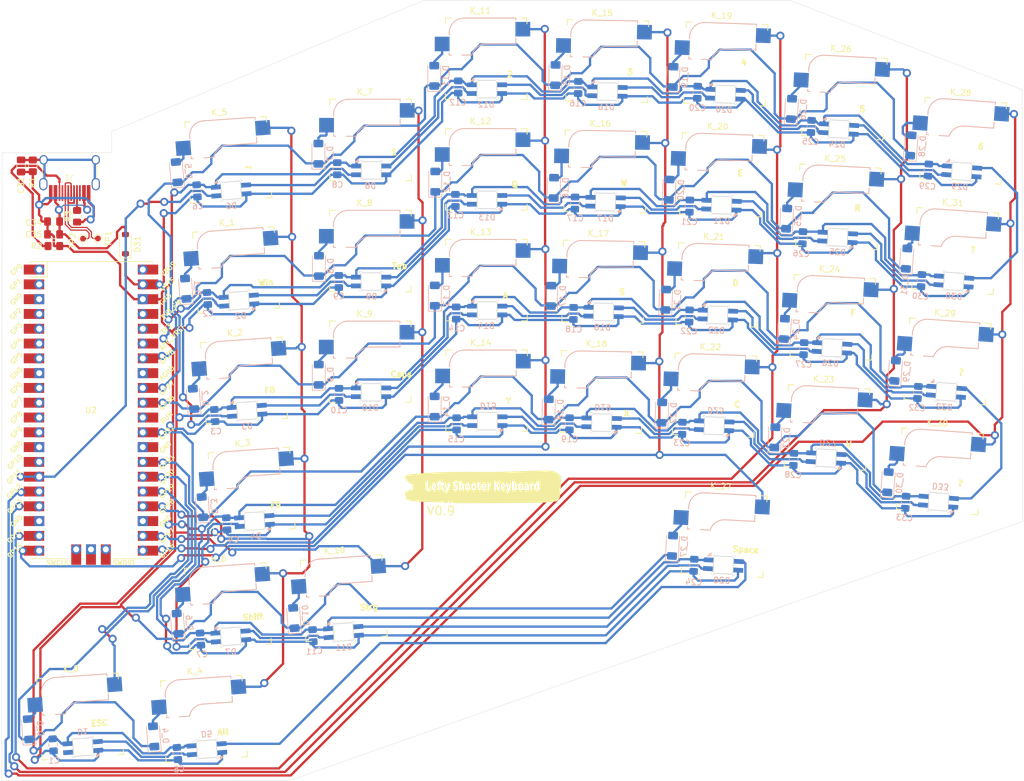
<source format=kicad_pcb>
(kicad_pcb (version 20240108) (generator "pcbnew") (generator_version "8.0")
  (layers (0 "F.Cu" signal) (31 "B.Cu" signal) (34 "B.Paste" user) (35 "F.Paste" user) (36 "B.SilkS" user "B.Silkscreen") (37 "F.SilkS" user "F.Silkscreen") (38 "B.Mask" user) (39 "F.Mask" user) (44 "Edge.Cuts" user))
  (net 0 "")
  (net 1 "col0")
  (net 2 "col1")
  (net 3 "col2")
  (net 4 "col3")
  (net 5 "col4")
  (net 6 "col5")
  (net 7 "col6")
  (net 8 "col7")
  (net 9 "row0")
  (net 10 "row1")
  (net 11 "row2")
  (net 12 "row3")
  (net 13 "row4")
  (net 14 "row5")
  (net 15 "GND")
  (net 16 "+5V")
  (net 17 "Net-(J1-SHIELD)")
  (net 18 "LED")
  (net 19 "Net-(D2-DOUT)")
  (net 20 "Net-(D4-DOUT)")
  (net 21 "Net-(D6-DOUT)")
  (net 22 "Net-(D10-DIN)")
  (net 23 "Net-(D10-DOUT)")
  (net 24 "Net-(D11-DOUT)")
  (net 25 "Net-(D12-DOUT)")
  (net 26 "Net-(D13-DOUT)")
  (net 27 "Net-(D14-DOUT)")
  (net 28 "Net-(D15-DOUT)")
  (net 29 "Net-(D16-DOUT)")
  (net 30 "Net-(D18-DOUT)")
  (net 31 "Net-(D20-DOUT)")
  (net 32 "Net-(D22-DOUT)")
  (net 33 "Net-(D24-DOUT)")
  (net 34 "Net-(D26-DOUT)")
  (net 35 "Net-(D28-DOUT)")
  (net 36 "Net-(D29-DOUT)")
  (net 37 "Net-(J1-CC2)")
  (net 38 "Net-(J1-CC1)")
  (net 67 "Net-(D32-DOUT)")
  (net 68 "VBUS")
  (net 69 "DM")
  (net 70 "DP")
  (net 72 "Net-(D1-DIN)")
  (net 73 "Net-(D2-DIN)")
  (net 74 "Net-(D11-DIN)")
  (net 75 "Net-(D12-DIN)")
  (net 76 "Net-(D13-DIN)")
  (net 77 "Net-(D15-DIN)")
  (net 78 "Net-(D17-DIN)")
  (net 79 "Net-(D19-DIN)")
  (net 80 "Net-(D21-DIN)")
  (net 81 "Net-(D23-DIN)")
  (net 82 "Net-(D25-DIN)")
  (net 83 "Net-(D27-DIN)")
  (net 84 "unconnected-(D_0-A-Pad2)")
  (net 85 "unconnected-(D_1-A-Pad2)")
  (net 86 "unconnected-(D_2-A-Pad2)")
  (net 87 "Net-(D_3-A)")
  (net 88 "unconnected-(D_4-A-Pad2)")
  (net 89 "unconnected-(D_6-A-Pad2)")
  (net 90 "unconnected-(D_8-A-Pad2)")
  (net 91 "unconnected-(D_9-A-Pad2)")
  (net 92 "unconnected-(D_10-A-Pad2)")
  (net 93 "Net-(D_12-A)")
  (net 94 "unconnected-(D_13-A-Pad2)")
  (net 95 "unconnected-(D_14-A-Pad2)")
  (net 96 "unconnected-(D_15-A-Pad2)")
  (net 97 "unconnected-(D_16-A-Pad2)")
  (net 98 "unconnected-(D_17-A-Pad2)")
  (net 99 "unconnected-(D_18-A-Pad2)")
  (net 100 "unconnected-(D_19-A-Pad2)")
  (net 101 "unconnected-(D_20-A-Pad2)")
  (net 102 "unconnected-(D_21-A-Pad2)")
  (net 103 "unconnected-(D_22-A-Pad2)")
  (net 104 "unconnected-(D_23-A-Pad2)")
  (net 105 "unconnected-(D_24-A-Pad2)")
  (net 106 "unconnected-(D_25-A-Pad2)")
  (net 107 "unconnected-(D_26-A-Pad2)")
  (net 108 "unconnected-(D_27-A-Pad2)")
  (net 109 "unconnected-(D_28-A-Pad2)")
  (net 110 "unconnected-(D_29-A-Pad2)")
  (net 111 "unconnected-(D_30-A-Pad2)")
  (net 112 "unconnected-(D_31-A-Pad2)")
  (net 113 "unconnected-(D_11-A-Pad2)")
  (net 114 "unconnected-(K_5-ROW-Pad2)")
  (net 115 "unconnected-(K_7-ROW-Pad2)")
  (footprint "TestPoint:TestPoint_Pad_D1.0mm" (layer "F.Cu") (at 48.206049 77.098406 -90)
    (property "Reference" "TP2")
    (property "Value" "TestPoint")
  )
  (footprint "Keyboard_Pia:USB-C Receptacle" (layer "F.Cu") (at 45.8432 66.1745 180)
    (property "Reference" "J1")
    (property "Value" "USB_C_Receptacle_USB2.0_16P")
  )
  (footprint "KeySwitches_DalePrice:Kailh_socket_MX_optional_pia" (layer "F.Cu") (at 72.158393 63.648667 4)
    (property "Reference" "K_5")
    (property "Value" "KEYSW")
  )
  (footprint "KeySwitches_DalePrice:Kailh_socket_MX_optional_pia" (layer "F.Cu") (at 155.624493 103.941125 -2)
    (property "Reference" "K_22")
    (property "Value" "KEYSW")
  )
  (footprint "KeySwitches_DalePrice:Kailh_socket_MX_optional_pia" (layer "F.Cu") (at 96.547543 79.223843)
    (property "Reference" "K_8")
    (property "Value" "KEYSW")
  )
  (footprint "KeySwitches_DalePrice:Kailh_socket_MX_optional_pia" (layer "F.Cu") (at 116.497249 103.209605)
    (property "Reference" "K_14")
    (property "Value" "KEYSW")
  )
  (footprint "KeySwitches_DalePrice:Kailh_socket_MX_optional_pia" (layer "F.Cu") (at 91.970248 138.896605 4)
    (property "Reference" "K_10")
    (property "Value" "KEYSW")
  )
  (footprint "KeySwitches_DalePrice:Kailh_socket_MX_optional_pia" (layer "F.Cu") (at 136.204884 103.41422 -1)
    (property "Reference" "K_18")
    (property "Value" "KEYSW")
  )
  (footprint "KeySwitches_DalePrice:Kailh_socket_MX_optional_pia" (layer "F.Cu") (at 174.932866 109.474588 -3)
    (property "Reference" "K_23")
    (property "Value" "KEYSW")
  )
  (footprint "Diode_SMD:D_SOD-123" (layer "F.Cu") (at 55.495848 78.038205 90)
    (property "Reference" "D31")
    (property "Value" "1N5817")
  )
  (footprint "KeySwitches_DalePrice:Kailh_socket_MX_optional_pia" (layer "F.Cu") (at 136.87917 65.543215 -1)
    (property "Reference" "K_16")
    (property "Value" "KEYSW")
  )
  (footprint "KeySwitches_DalePrice:Kailh_socket_MX_optional_pia" (layer "F.Cu") (at 46.708893 159.204569 4)
    (property "Reference" "K_0")
    (property "Value" "KEYSW")
  )
  (footprint "Resistor_SMD:R_0805_2012Metric_Pad1.20x1.40mm_HandSolder" (layer "F.Cu") (at 47.1932 73.2536 -90)
    (property "Reference" "R3")
    (property "Value" "5K1")
  )
  (footprint "Resistor_SMD:R_0805_2012Metric_Pad1.20x1.40mm_HandSolder" (layer "F.Cu") (at 39.586499 64.595564 -90)
    (property "Reference" "R1")
    (property "Value" "1M")
  )
  (footprint "Keyboard_Pia:Lefty Shooter Keyboard Logo" (layer "F.Cu") (at 116.7384 119.634)
    (property "Reference" "G***" (hide yes))
    (property "Value" "LOGO" (hide yes))
  )
  (footprint "KeySwitches_DalePrice:Kailh_socket_MX_optional_pia" (layer "F.Cu") (at 116.420762 46.218108)
    (property "Reference" "K_11")
    (property "Value" "KEYSW")
  )
  (footprint "KeySwitches_DalePrice:Kailh_socket_MX_optional_pia" (layer "F.Cu") (at 72.077003 140.261983 4)
    (property "Reference" "K_6")
    (property "Value" "KEYSW")
  )
  (footprint "KeySwitches_DalePrice:Kailh_socket_MX_optional_pia" (layer "F.Cu") (at 198.302912 60.23752 -4)
    (property "Reference" "K_28")
    (property "Value" "KEYSW")
  )
  (footprint "KeySwitches_DalePrice:Kailh_socket_MX_optional_pia" (layer "F.Cu") (at 137.20942 46.59688 -1)
    (property "Reference" "K_15")
    (property "Value" "KEYSW")
  )
  (footprint "KeySwitches_DalePrice:Kailh_socket_MX_optional_pia" (layer "F.Cu") (at 177.914931 52.735705 -3)
    (property "Reference" "K_26")
    (property "Value" "KEYSW")
  )
  (footprint "TestPoint:TestPoint_Pad_D1.0mm" (layer "F.Cu") (at 50.771449 77.073005 -90)
    (property "Reference" "TP1")
    (property "Value" "TestPoint")
  )
  (footprint "KeySwitches_DalePrice:Kailh_socket_MX_optional_pia" (layer "F.Cu") (at 196.939932 79.155693 -4)
    (property "Reference" "K_31")
    (property "Value" "KEYSW")
  )
  (footprint "KeySwitches_DalePrice:Kailh_socket_MX_optional_pia" (layer "F.Cu") (at 156.880758 66.093494 -2)
    (property "Reference" "K_20")
    (property "Value" "KEYSW")
  )
  (footprint "KeySwitches_DalePrice:Kailh_socket_MX_optional_pia" (layer "F.Cu") (at 96.575036 60.157115)
    (property "Reference" "K_7")
    (property "Value" "KEYSW")
  )
  (footprint "KeySwitches_DalePrice:Kailh_socket_MX_optional_pia" (layer "F.Cu") (at 156.23471 85.00999 -2)
    (property "Reference" "K_21")
    (property "Value" "KEYSW")
  )
  (footprint "KeySwitches_DalePrice:Kailh_socket_MX_optional_pia" (layer "F.Cu") (at 136.542338 84.454902 -1)
    (property "Reference" "K_17")
    (property "Value" "KEYSW")
  )
  (footprint "KeySwitches_DalePrice:Kailh_socket_MX_optional_pia" (layer "F.Cu") (at 194.316623 116.988433 -4)
    (property "Reference" "K_30")
    (property "Value" "KEYSW")
  )
  (footprint "KeySwitches_DalePrice:Kailh_socket_MX_optional_pia" (layer "F.Cu") (at 157.54291 47.067338 -2)
    (property "Reference" "K_19")
    (property "Value" "KEYSW")
  )
  (footprint "KeySwitches_DalePrice:Kailh_socket_MX_optional_pia" (layer "F.Cu") (at 195.622728 98.105059 -4)
    (property "Reference" "K_29")
    (property "Value" "KEYSW")
  )
  (footprint "KeySwitches_DalePrice:Kailh_socket_MX_optional_pia" (layer "F.Cu") (at 96.534848 98.242506)
    (property "Reference" "K_9")
    (property "Value" "KEYSW")
  )
  (footprint "KeySwitches_DalePrice:Kailh_socket_MX_optional_pia" (layer "F.Cu") (at 76.161068 120.435742 4)
    (property "Reference" "K_3")
    (property "Value" "KEYSW")
  )
  (footprint "Resistor_SMD:R_0805_2012Metric_Pad1.20x1.40mm_HandSolder" (layer "F.Cu") (at 43.202248 78.368406)
    (property "Reference" "R2")
    (property "Value" "5K1")
  )
  (footprint "Capacitor_SMD:C_0805_2012Metric_Pad1.18x1.45mm_HandSolder" (layer "F.Cu") (at 43.151448 76.361805 180)
    (property "Reference" "C35")
    (property "Value" "100n")
  )
  (footprint "KeySwitches_DalePrice:Kailh_socket_MX_optional_pia" (layer "F.Cu") (at 175.945562 90.557395 -3)
    (property "Reference" "K_24")
    (property "Value" "KEYSW")
  )
  (footprint "KeySwitches_DalePrice:Kailh_socket_MX_optional_pia" (layer "F.Cu") (at 176.905435 71.584283 -3)
    (property "Reference" "K_25")
    (property "Value" "KEYSW")
  )
  (footprint "KeySwitches_DalePrice:Kailh_socket_MX_optional_pia" (layer "F.Cu") (at 116.441534 65.194611)
    (property "Reference" "K_12")
    (property "Value" "KEYSW")
  )
  (footprint "Raspberry:RPi_Pico_SMD_TH" (layer "F.Cu") (at 49.577648 106.537005)
    (property "Reference" "U2")
    (property "Value" "Pico")
  )
  (footprint "KeySwitches_DalePrice:Kailh_socket_MX_optional_pia" (layer "F.Cu") (at 67.976797 159.603134 4)
    (property "Reference" "K_4")
    (property "Value" "KEYSW")
  )
  (footprint "KeySwitches_DalePrice:Kailh_socket_MX_optional_pia" (layer "F.Cu") (at 74.865268 101.511587 4)
    (property "Reference" "K_2")
    (property "Value" "KEYSW")
  )
  (footprint "KeySwitches_DalePrice:Kailh_socket_MX_optional_pia" (layer "F.Cu") (at 157.290767 127.852277 -3)
    (property "Reference" "K_27")
    (property "Value" "KEYSW")
  )
  (footprint "KeySwitches_DalePrice:Kailh_socket_MX_optional_pia" (layer "F.Cu") (at 73.49835 82.583232 4)
    (property "Reference" "K_1")
    (property "Value" "KEYSW")
  )
  (footprint "Capacitor_SMD:C_0805_2012Metric_Pad1.18x1.45mm_HandSolder" (layer "F.Cu") (at 37.577006 64.621017 -90)
    (property "Reference" "C31")
    (property "Value" "20pF")
  )
  (footprint "Capacitor_SMD:C_0805_2012Metric_Pad1.18x1.45mm_HandSolder" (layer "F.Cu") (at 43.151449 74.152006 180)
    (property "Reference" "C34")
    (property "Value" "1u")
  )
  (footprint "KeySwitches_DalePrice:Kailh_socket_MX_optional_pia" (layer "F.Cu") (at 116.468515 84.216484)
    (property "Reference" "K_13")
    (property "Value" "KEYSW")
  )
  (footprint "MX_Alps_Hybrid:SK6803-MINI-E_pia" (layer "B.Cu") (at 157.178664 90.214152 178)
    (property "Reference" "D22")
    (property "Value" "SK6812MINI" (hide yes))
    (fp_line (start 1.7 -1.5) (end 1.7 1.5) (stroke (width 0.12)) (layer "Edge.Cuts"))
    (fp_line (start 1.7 1.5) (end -1.7 1.5) (stroke (width 0.12)) (layer "Edge.Cuts"))
    (fp_line (start -1.7 -1.5) (end 1.7 -1.5) (stroke (width 0.12)) (layer "Edge.Cuts"))
    (fp_line (start -1.7 1.5) (end -1.7 -1.5) (stroke (width 0.12)) (layer "Edge.Cuts"))
  )
  (footprint "MX_Alps_Hybrid:SK6803-MINI-E_pia" (layer "B.Cu") (at 137.576189 89.686733 179)
    (property "Reference" "D18")
    (property "Value" "SK6812MINI" (hide yes))
    (fp_line (start 1.7 -1.5) (end 1.7 1.5) (stroke (width 0.12)) (layer "Edge.Cuts"))
    (fp_line (start 1.7 1.5) (end -1.7 1.5) (stroke (width 0.12)) (layer "Edge.Cuts"))
    (fp_line (start -1.7 -1.5) (end 1.7 -1.5) (stroke (width 0.12)) (layer "Edge.Cuts"))
    (fp_line (start -1.7 1.5) (end -1.7 -1.5) (stroke (width 0.12)) (layer "Edge.Cuts"))
  )
  (footprint "Diode_SMD:D_MiniMELF" (layer "B.Cu") (at 108.579167 105.920043 90)
    (property "Reference" "D_14")
    (property "Value" "D")
  )
  (footprint "MX_Alps_Hybrid:SK6803-MINI-E_pia" (layer "B.Cu") (at 157.822732 71.354297 -2)
    (property "Reference" "D21")
    (property "Value" "SK6812MINI" (hide yes))
    (fp_line (start -1.7 1.5) (end -1.7 -1.5) (stroke (width 0.12)) (layer "Edge.Cuts"))
    (fp_line (start -1.7 -1.5) (end 1.7 -1.5) (stroke (width 0.12)) (layer "Edge.Cuts"))
    (fp_line (start 1.7 1.5) (end -1.7 1.5) (stroke (width 0.12)) (layer "Edge.Cuts"))
    (fp_line (start 1.7 -1.5) (end 1.7 1.5) (stroke (width 0.12)) (layer "Edge.Cuts"))
  )
  (footprint "MX_Alps_Hybrid:SK6803-MINI-E_pia" (layer "B.Cu") (at 137.912487 70.805527 -1)
    (property "Reference" "D17")
    (property "Value" "SK6812MINI" (hide yes))
    (fp_line (start -1.7 1.5) (end -1.7 -1.5) (stroke (width 0.12)) (layer "Edge.Cuts"))
    (fp_line (start -1.7 -1.5) (end 1.7 -1.5) (stroke (width 0.12)) (layer "Edge.Cuts"))
    (fp_line (start 1.7 1.5) (end -1.7 1.5) (stroke (width 0.12)) (layer "Edge.Cuts"))
    (fp_line (start 1.7 -1.5) (end 1.7 1.5) (stroke (width 0.12)) (layer "Edge.Cuts"))
  )
  (footprint "Diode_SMD:D_MiniMELF" (layer "B.Cu") (at 88.617446 62.518807 90)
    (property "Reference" "D_7")
    (property "Value" "D")
  )
  (footprint "Capacitor_SMD:C_0805_2012Metric_Pad1.18x1.45mm_HandSolder" (layer "B.Cu") (at 170.2054 114.9858 -93)
    (property "Reference" "C28")
    (property "Value" "100n")
  )
  (footprint "Capacitor_SMD:C_0805_2012Metric_Pad1.18x1.45mm_HandSolder" (layer "B.Cu") (at 131.7244 108.8898 -91)
    (property "Reference" "C19")
    (property "Value" "100n")
  )
  (footprint "Diode_SMD:D_MiniMELF" (layer "B.Cu") (at 186.404467 118.912328 86)
    (property "Reference" "D_30")
    (property "Value" "D")
  )
  (footprint "Capacitor_SMD:C_0805_2012Metric_Pad1.18x1.45mm_HandSolder" (layer "B.Cu") (at 92.1512 103.8352 90)
    (property "Reference" "C10")
    (property "Value" "100n")
  )
  (footprint "MX_Alps_Hybrid:SK6803-MINI-E_pia" (layer "B.Cu") (at 138.242817 51.854629 179)
    (property "Reference" "D16")
    (property "Value" "SK6812MINI" (hide yes))
    (fp_line (start 1.7 -1.5) (end 1.7 1.5) (stroke (width 0.12)) (layer "Edge.Cuts"))
    (fp_line (start 1.7 1.5) (end -1.7 1.5) (stroke (width 0.12)) (layer "Edge.Cuts"))
    (fp_line (start -1.7 -1.5) (end 1.7 -1.5) (stroke (width 0.12)) (layer "Edge.Cuts"))
    (fp_line (start -1.7 1.5) (end -1.7 -1.5) (stroke (width 0.12)) (layer "Edge.Cuts"))
  )
  (footprint "Capacitor_SMD:C_0805_2012Metric_Pad1.18x1.45mm_HandSolder" (layer "B.Cu") (at 191.5414 103.505 86)
    (property "Reference" "C32")
    (property "Value" "100n")
  )
  (footprint "Capacitor_SMD:C_0805_2012Metric_Pad1.18x1.45mm_HandSolder" (layer "B.Cu") (at 152.3492 71.501 -92)
    (property "Reference" "C21")
    (property "Value" "100n")
  )
  (footprint "MX_Alps_Hybrid:SK6803-MINI-E_pia" (layer "B.Cu") (at 97.700036 65.379171 180)
    (property "Reference" "D8")
    (property "Value" "SK6812MINI" (hide yes))
    (fp_line (start 1.7 1.5) (end -1.7 1.5) (stroke (width 0.12)) (layer "Edge.Cuts"))
    (fp_line (start 1.7 -1.5) (end 1.7 1.5) (stroke (width 0.12)) (layer "Edge.Cuts"))
    (fp_line (start -1.7 1.5) (end -1.7 -1.5) (stroke (width 0.12)) (layer "Edge.Cuts"))
    (fp_line (start -1.7 -1.5) (end 1.7 -1.5) (stroke (width 0.12)) (layer "Edge.Cuts"))
  )
  (footprint "Diode_SMD:D_MiniMELF" (layer "B.Cu") (at 128.147156 106.415721 89)
    (property "Reference" "D_18")
    (property "Value" "D")
  )
  (footprint "MX_Alps_Hybrid:SK6803-MINI-E_pia" (layer "B.Cu") (at 195.075149 122.268539 -4)
    (property "Reference" "D33")
    (property "Value" "SK6812MINI" (hide yes))
    (fp_line (start -1.7 1.5) (end -1.7 -1.5) (stroke (width 0.12)) (layer "Edge.Cuts"))
    (fp_line (start -1.7 -1.5) (end 1.7 -1.5) (stroke (width 0.12)) (layer "Edge.Cuts"))
    (fp_line (start 1.7 1.5) (end -1.7 1.5) (stroke (width 0.12)) (layer "Edge.Cuts"))
    (fp_line (start 1.7 -1.5) (end 1.7 1.5) (stroke (width 0.12)) (layer "Edge.Cuts"))
  )
  (footprint "MX_Alps_Hybrid:SK6803-MINI-E_pia" (layer "B.Cu") (at 177.953017 58.279919 177)
    (property "Reference" "D24")
    (property "Value" "SK6812MINI" (hide yes))
    (fp_line (start 1.7 -1.5) (end 1.7 1.5) (stroke (width 0.12)) (layer "Edge.Cuts"))
    (fp_line (start 1.7 1.5) (end -1.7 1.5) (stroke (width 0.12)) (layer "Edge.Cuts"))
    (fp_line (start -1.7 -1.5) (end 1.7 -1.5) (stroke (width 0.12)) (layer "Edge.Cuts"))
    (fp_line (start -1.7 1.5) (end -1.7 -1.5) (stroke (width 0.12)) (layer "Edge.Cuts"))
  )
  (footprint "Diode_SMD:D_MiniMELF" (layer "B.Cu") (at 108.604567 86.870043 90)
    (property "Reference" "D_13")
    (property "Value" "D")
  )
  (footprint "Diode_SMD:D_MiniMELF" (layer "B.Cu") (at 38.862 161.3154 94)
    (property "Reference" "D_0")
    (property "Value" "D")
  )
  (footprint "Capacitor_SMD:C_0805_2012Metric_Pad1.18x1.45mm_HandSolder" (layer "B.Cu") (at 193.3448 65.3288 86)
    (property "Reference" "C29")
    (property "Value" "100n")
  )
  (footprint "Capacitor_SMD:C_0805_2012Metric_Pad1.18x1.45mm_HandSolder" (layer "B.Cu") (at 43.074571 164.001373 -86)
    (property "Reference" "C1")
    (property "Value" "100n")
  )
  (footprint "Diode_SMD:D_MiniMELF" (layer "B.Cu") (at 169.833901 54.825661 87)
    (property "Reference" "D_26")
    (property "Value" "D")
  )
  (footprint "MX_Alps_Hybrid:SK6803-MINI-E_pia" (layer "B.Cu") (at 69.46405 164.744313 4)
    (property "Reference" "D5")
    (property "Value" "SK6812MINI" (hide yes))
    (fp_line (start -1.7 -1.5) (end 1.7 -1.5) (stroke (width 0.12)) (layer "Edge.Cuts"))
    (fp_line (start -1.7 1.5) (end -1.7 -1.5) (stroke (width 0.12)) (layer "Edge.Cuts"))
    (fp_line (start 1.7 -1.5) (end 1.7 1.5) (stroke (width 0.12)) (layer "Edge.Cuts"))
    (fp_line (start 1.7 1.5) (end -1.7 1.5) (stroke (width 0.12)) (layer "Edge.Cuts"))
  )
  (footprint "Diode_SMD:D_MiniMELF" (layer "B.Cu") (at 168.618084 92.584578 87)
    (property "Reference" "D_24")
    (property "Value" "D")
  )
  (footprint "MX_Alps_Hybrid:SK6803-MINI-E_pia" (layer "B.Cu") (at 199.059198 65.549688 176)
    (property "Reference" "D29")
    (property "Value" "SK6812MINI" (hide yes))
    (fp_line (start 1.7 -1.5) (end 1.7 1.5) (stroke (width 0.12)) (layer "Edge.Cuts"))
    (fp_line (start 1.7 1.5) (end -1.7 1.5) (stroke (width 0.12)) (layer "Edge.Cuts"))
    (fp_line (start -1.7 -1.5) (end 1.7 -1.5) (stroke (width 0.12)) (layer "Edge.Cuts"))
    (fp_line (start -1.7 1.5) (end -1.7 -1.5) (stroke (width 0.12)) (layer "Edge.Cuts"))
  )
  (footprint "Diode_SMD:D_MiniMELF" (layer "B.Cu") (at 108.502967 49.151043 90)
    (property "Reference" "D_11")
    (property "Value" "D")
  )
  (footprint "Diode_SMD:D_MiniMELF" (layer "B.Cu") (at 84.403391 142.229079 94)
    (property "Reference" "D_10")
    (property "Value" "D")
  )
  (footprint "Diode_SMD:D_MiniMELF" (layer "B.Cu") (at 88.71634 81.780489 90)
    (property "Reference" "D_8")
    (property "Value" "D")
  )
  (footprint "MX_Alps_Hybrid:SK6803-MINI-E_pia" (layer "B.Cu") (at 197.697428 84.45054 -4)
    (property "Reference" "D30")
    (property "Value" "SK6812MINI" (hide yes))
    (fp_line (start -1.7 1.5) (end -1.7 -1.5) (stroke (width 0.12)) (layer "Edge.Cuts"))
    (fp_line (start -1.7 -1.5) (end 1.7 -1.5) (stroke (width 0.12)) (layer "Edge.Cuts"))
    (fp_line (start 1.7 1.5) (end -1.7 1.5) (stroke (width 0.12)) (layer "Edge.Cuts"))
    (fp_line (start 1.7 -1.5) (end 1.7 1.5) (stroke (width 0.12)) (layer "Edge.Cuts"))
  )
  (footprint "MX_Alps_Hybrid:SK6803-MINI-E_pia" (layer "B.Cu") (at 158.485587 52.307991 178)
    (property "Reference" "D20")
    (property "Value" "SK6812MINI" (hide yes))
    (fp_line (start 1.7 -1.5) (end 1.7 1.5) (stroke (width 0.12)) (layer "Edge.Cuts"))
    (fp_line (start 1.7 1.5) (end -1.7 1.5) (stroke (width 0.12)) (layer "Edge.Cuts"))
    (fp_line (start -1.7 -1.5) (end 1.7 -1.5) (stroke (width 0.12)) (layer "Edge.Cuts"))
    (fp_line (start -1.7 1.5) (end -1.7 -1.5) (stroke (width 0.12)) (layer "Edge.Cuts"))
  )
  (footprint "Diode_SMD:D_MiniMELF" (layer "B.Cu") (at 65.841406 85.690324 94)
    (property "Reference" "D_1")
    (property "Value" "D")
  )
  (footprint "Diode_SMD:D_MiniMELF" (layer "B.Cu") (at 64.445602 143.190892 95)
    (property "Reference" "D_6")
    (property "Value" "D")
  )
  (footprint "MX_Alps_Hybrid:SK6803-MINI-E_pia" (layer "B.Cu") (at 97.659849 103.478208 180)
    (property "Reference" "D10")
    (property "Value" "SK6812MINI" (hide yes))
    (fp_line (start 1.7 1.5) (end -1.7 1.5) (stroke (width 0.12)) (layer "Edge.Cuts"))
    (fp_line (start 1.7 -1.5) (end 1.7 1.5) (stroke (width 0.12)) (layer "Edge.Cuts"))
    (fp_line (start -1.7 1.5) (end -1.7 -1.5) (stroke (width 0.12)) (layer "Edge.Cuts"))
    (fp_line (start -1.7 -1.5) (end 1.7 -1.5) (stroke (width 0.12)) (layer "Edge.Cuts"))
  )
  (footprint "Capacitor_SMD:C_0805_2012Metric_Pad1.18x1.45mm_HandSolder" (layer "B.Cu") (at 112.6236 51.054 90)
    (property "Reference" "C12")
    (property "Value" "100n")
  )
  (footprint "Capacitor_SMD:C_0805_2012Metric_Pad1.18x1.45mm_HandSolder" (layer "B.Cu") (at 64.4144 165.481 -85)
    (property "Reference" "C5")
    (property "Value" "100n")
  )
  (footprint "Capacitor_SMD:C_0805_2012Metric_Pad1.18x1.45mm_HandSolder" (layer "B.Cu") (at 87.6808 145.2626 94)
    (property "Reference" "C11")
    (property "Value" "100n")
  )
  (footprint "Capacitor_SMD:C_0805_2012Metric_Pad1.18x1.45mm_HandSolder" (layer "B.Cu") (at 132.6642 70.993 -91)
    (property "Reference" "C17")
    (property "Value" "100n")
  )
  (footprint "MX_Alps_Hybrid:SK6803-MINI-E_pia" (layer "B.Cu") (at 76.352669 106.654843 -176)
    (property "Reference" "D3")
    (property "Value" "SK6812MINI" (hide yes))
    (fp_line (start 1.7 1.5) (end -1.7 1.5) (stroke (width 0.12)) (layer "Edge.Cuts"))
    (fp_line (start 1.7 -1.5) (end 1.7 1.5) (stroke (width 0.12)) (layer "Edge.Cuts"))
    (fp_line (start -1.7 1.5) (end -1.7 -1.5) (stroke (width 0.12)) (layer "Edge.Cuts"))
    (fp_line (start -1.7 -1.5) (end 1.7 -1.5) (stroke (width 0.12)) (layer "Edge.Cuts"))
  )
  (footprint "MX_Alps_Hybrid:SK6803-MINI-E_pia" (layer "B.Cu") (at 73.648078 68.824587 -176)
    (property "Reference" "D6")
    (property "Value" "SK6812MINI" (hide yes))
    (fp_line (start 1.7 1.5) (end -1.7 1.5) (stroke (width 0.12)) (layer "Edge.Cuts"))
    (fp_line (start 1.7 -1.5) (end 1.7 1.5) (stroke (width 0.12)) (layer "Edge.Cuts"))
    (fp_line (start -1.7 1.5) (end -1.7 -1.5) (stroke (width 0.12)) (layer "Edge.Cuts"))
    (fp_line (start -1.7 -1.5) (end 1.7 -1.5) (stroke (width 0.12)) (layer "Edge.Cuts"))
  )
  (footprint "Capacitor_SMD:C_0805_2012Metric_Pad1.18x1.45mm_HandSolder" (layer "B.Cu") (at 68.3768 145.8468 94)
    (property "Reference" "C7")
    (property "Value" "100n")
  )
  (footprint "Capacitor_SMD:C_0805_2012Metric_Pad1.18x1.45mm_HandSolder" (layer "B.Cu") (at 189.4332 122.3518 -94)
    (property "Reference" "C33")
    (property "Value" "100n")
  )
  (footprint "MX_Alps_Hybrid:SK6803-MINI-E_pia" (layer "B.Cu") (at 158.1404 133.136059 177)
    (property "Reference" "D28")
    (property "Value" "SK6812MINI" (hide yes))
    (fp_line (start 1.7 -1.5) (end 1.7 1.5) (stroke (width 0.12)) (layer "Edge.Cuts"))
    (fp_line (start 1.7 1.5) (end -1.7 1.5) (stroke (width 0.12)) (layer "Edge.Cuts"))
    (fp_line (start -1.7 -1.5) (end 1.7 -1.5) (stroke (width 0.12)) (layer "Edge.Cuts"))
    (fp_line (start -1.7 1.5) (end -1.7 -1.5) (stroke (width 0.12)) (layer "Edge.Cuts"))
  )
  (footprint "Diode_SMD:D_MiniMELF" (layer "B.Cu") (at 149.512671 49.324859 88)
    (property "Reference" "D_19")
    (property "Value" "D")
  )
  (footprint "Diode_SMD:D_MiniMELF" (layer "B.Cu") (at 67.182686 104.613537 94)
    (property "Reference" "D_2")
    (property "Value" "D")
  )
  (footprint "MX_Alps_Hybrid:SK6803-MINI-E_pia" (layer "B.Cu") (at 137.238089 108.682925 -1)
    (property "Reference" "D19")
    (property "Value" "SK6812MINI" (hide yes))
    (fp_line (start -1.7 1.5) (end -1.7 -1.5) (stroke (width 0.12)) (layer "Edge.Cuts"))
    (fp_line (start -1.7 -1.5) (end 1.7 -1.5) (stroke (width 0.12)) (layer "Edge.Cuts"))
    (fp_line (start 1.7 1.5) (end -1.7 1.5) (stroke (width 0.12)) (layer "Edge.Cuts"))
    (fp_line (start 1.7 -1.5) (end 1.7 1.5) (stroke (width 0.12)) (layer "Edge.Cuts"))
  )
  (footprint "Capacitor_SMD:C_0805_2012Metric_Pad1.18x1.45mm_HandSolder" (layer "B.Cu") (at 173.228 57.8358 87)
    (property "Reference" "C25")
    (property "Value" "100n")
  )
  (footprint "Diode_SMD:D_MiniMELF" (layer "B.Cu") (at 88.683741 100.460785 90)
    (property "Reference" "D_9")
    (property "Value" "D")
  )
  (footprint "Diode_SMD:D_MiniMELF" (layer "B.Cu") (at 148.252949 87.582 88)
    (property "Reference" "D_21")
    (property "Value" "D")
  )
  (footprint "MX_Alps_Hybrid:SK6803-MINI-E_pia" (layer "B.Cu") (at 156.565792 109.221296 -2)
    (property "Reference" "D23")
    (property "Value" "SK6812MINI" (hide yes))
    (fp_line (start -1.7 1.5) (end -1.7 -1.5) (stroke (width 0.12)) (layer "Edge.Cuts"))
    (fp_line (start -1.7 -1.5) (end 1.7 -1.5) (stroke (width 0.12)) (layer "Edge.Cuts"))
    (fp_line (start 1.7 1.5) (end -1.7 1.5) (stroke (width 0.12)) (layer "Edge.Cuts"))
    (fp_line (start 1.7 -1.5) (end 1.7 1.5) (stroke (width 0.12)) (layer "Edge.Cuts"))
  )
  (footprint "Capacitor_SMD:C_0805_2012Metric_Pad1.18x1.45mm_HandSolder" (layer "B.Cu") (at 192.151 84.3026 -94)
    (property "Reference" "C30")
    (property "Value" "100n")
  )
  (footprint "MX_Alps_Hybrid:SK6803-MINI-E_pia" (layer "B.Cu") (at 177.754138 76.885807 -3)
    (property "Reference" "D25")
    (property "Value" "SK6812MINI" (hide yes))
    (fp_line (start -1.7 1.5) (end -1.7 -1.5) (stroke (width 0.12)) (layer "Edge.Cuts"))
    (fp_line (start -1.7 -1.5) (end 1.7 -1.5) (stroke (width 0.12)) (layer "Edge.Cuts"))
    (fp_line (start 1.7 1.5) (end -1.7 1.5) (stroke (width 0.12)) (layer "Edge.Cuts"))
    (fp_line (start 1.7 -1.5) (end 1.7 1.5) (stroke (width 0.12)) (layer "Edge.Cuts"))
  )
  (footprint "Diode_SMD:D_MiniMELF" (layer "B.Cu") (at 64.2874 65.6844 95)
    (property "Reference" "D_5")
    (property "Value" "D")
  )
  (footprint "MX_Alps_Hybrid:SK6803-MINI-E_pia" (layer "B.Cu") (at 97.672543 84.460888)
    (property "Reference" "D9")
    (property "Value" "SK6812MINI" (hide yes))
    (fp_line (start -1.7 -1.5) (end 1.7 -1.5) (stroke (width 0.12)) (layer "Edge.Cuts"))
    (fp_line (start -1.7 1.5) (end -1.7 -1.5) (stroke (width 0.12)) (layer "Edge.Cuts"))
    (fp_line (start 1.7 -1.5) (end 1.7 1.5) (stroke (width 0.12)) (layer "Edge.Cuts"))
    (fp_line (start 1.7 1.5) (end -1.7 1.5) (stroke (width 0.12)) (layer "Edge.Cuts"))
  )
  (footprint "Capacitor_SMD:C_0805_2012Metric_Pad1.18x1.45mm_HandSolder" (layer "B.Cu") (at 153.6954 51.9684 88)
    (property "Reference" "C20")
    (property "Value" "100n")
  )
  (footprint "Capacitor_SMD:C_0805_2012Metric_Pad1.18x1.45mm_HandSolder" (layer "B.Cu") (at 67.781473 68.900145 94)
    (property "Reference" "C6")
    (property "Value" "100n")
  )
  (footprint "Capacitor_SMD:C_0805_2012Metric_Pad1.18x1.45mm_HandSolder" (layer "B.Cu") (at 153.0858 133.1722 87)
    (property "Reference" "C24")
    (property "Value" "100n")
  )
  (footprint "Capacitor_SMD:C_0805_2012Metric_Pad1.18x1.45mm_HandSolder" (layer "B.Cu") (at 112.268 89.8652 90)
    (property "Reference" "C14")
    (property "Value" "100n")
  )
  (footprint "Diode_SMD:D_MiniMELF" (layer "B.Cu") (at 128.563774 86.913822 89)
    (property "Reference" "D_17")
    (property "Value" "D")
  )
  (footprint "MX_Alps_Hybrid:SK6803-MINI-E_pia" (layer "B.Cu") (at 117.622247 108.435874)
    (property "Reference" "D15")
    (property "Value" "SK6812MINI" (hide yes))
    (fp_line (start -1.7 -1.5) (end 1.7 -1.5) (stroke (width 0.12)) (layer "Edge.Cuts"))
    (fp_line (start -1.7 1.5) (end -1.7 -1.5) (stroke (width 0.12)) (layer "Edge.Cuts"))
    (fp_line (start 1.7 -1.5) (end 1.7 1.5) (stroke (width 0.12)) (layer "Edge.Cuts"))
    (fp_line (start 1.7 1.5) (end -1.7 1.5) (stroke (width 0.12)) (layer "Edge.Cuts"))
  )
  (footprint "Capacitor_SMD:C_0805_2012Metric_Pad1.18x1.45mm_HandSolder" (layer "B.Cu") (at 152.2984 90.3732 88)
    (property "Reference" "C22")
    (property "Value" "100n")
  )
  (footprint "Diode_SMD:D_MiniMELF" (layer "B.Cu") (at 148.836312 68.693253 88)
    (property "Reference" "D_20")
    (property "Value" "D")
  )
  (footprint "Diode_SMD:D_MiniMELF" (layer "B.Cu") (at 108.680767 67.312043 90)
    (property "Reference" "D_12")
    (property "Value" "D")
  )
  (footprint "Capacitor_SMD:C_0805_2012Metric_Pad1.18x1.45mm_HandSolder" (layer "B.Cu") (at 92.1258 84.455 -90)
    (property "Reference" "C9")
    (property "Value" "100n")
  )
  (footprint "Capacitor_SMD:C_0805_2012Metric_Pad1.18x1.45mm_HandSolder" (layer "B.Cu") (at 72.8726 126.0602 -86)
    (property "Reference" "C4")
    (property "Value" "100n")
  )
  (footprint "Diode_SMD:D_MiniMELF" (layer "B.Cu") (at 147.576589 106.950394 88)
    (property "Reference" "D_22")
    (property "Value" "D")
  )
  (footprint "Diode_SMD:D_MiniMELF" (layer "B.Cu") (at 168.999729 73.654608 87)
    (property "Reference" "D_25")
    (property "Value" "D")
  )
  (footprint "MX_Alps_Hybrid:SK6803-MINI-E_pia" (layer "B.Cu") (at 175.782112 114.765714 -3)
    (property "Reference" "D27")
    (property "Value" "SK6812MINI" (hide yes))
    (fp_line (start -1.7 1.5) (end -1.7 -1.5) (stroke (width 0.12)) (layer "Edge.Cuts"))
    (fp_line (start -1.7 -1.5) (end 1.7 -1.5) (stroke (width 0.12)) (layer "Edge.Cuts"))
    (fp_line (start 1.7 1.5) (end -1.7 1.5) (stroke (width 0.12)) (layer "Edge.Cuts"))
    (fp_line (start 1.7 -1.5) (end 1.7 1.5) (stroke (width 0.12)) (layer "Edge.Cuts"))
  )
  (footprint "MX_Alps_Hybrid:SK6803-MINI-E_pia" (layer "B.Cu") (at 117.566534 70.441387)
    (property "Reference" "D13")
    (property "Value" "SK6812MINI" (hide yes))
    (fp_line (start -1.7 -1.5) (end 1.7 -1.5) (stroke (width 0.12)) (layer "Edge.Cuts"))
    (fp_line (start -1.7 1.5) (end -1.7 -1.5) (stroke (width 0.12)) (layer "Edge.Cuts"))
    (fp_line (start 1.7 -1.5) (end 1.7 1.5) (stroke (width 0.12)) (layer "Edge.Cuts"))
    (fp_line (start 1.7 1.5) (end -1.7 1.5) (stroke (width 0.12)) (layer "Edge.Cuts"))
  )
  (footprint "Capacitor_SMD:C_0805_2012Metric_Pad1.18x1.45mm_HandSolder" (layer "B.Cu") (at 91.853254 65.089635 90)
    (property "Reference" "C8")
    (property "Value" "100n")
  )
  (footprint "MX_Alps_Hybrid:SK6803-MINI-E_pia" (layer "B.Cu") (at 117.54576 51.433136 180)
    (property "Reference" "D12")
    (property "Value" "SK6812MINI" (hide yes))
    (fp_line (start 1.7 1.5) (end -1.7 1.5) (stroke (width 0.12)) (layer "Edge.Cuts"))
    (fp_line (start 1.7 -1.5) (end 1.7 1.5) (stroke (width 0.12)) (layer "Edge.Cuts"))
    (fp_line (start -1.7 1.5) (end -1.7 -1.5) (stroke (width 0.12)) (layer "Edge.Cuts"))
    (fp_line (start -1.7 -1.5) (end 1.7 -1.5) (stroke (width 0.12)) (layer "Edge.Cuts"))
  )
  (footprint "MX_Alps_Hybrid:SK6803-MINI-E_pia" (layer "B.Cu") (at 196.380872 103.390637 176)
    (property "Reference" "D32")
    (property "Value" "SK6812MINI" (hide yes))
    (fp_line (start 1.7 -1.5) (end 1.7 1.5) (stroke (width 0.12)) (layer "Edge.Cuts"))
    (fp_line (start 1.7 1.5) (end -1.7 1.5) (stroke (width 0.12)) (layer "Edge.Cuts"))
    (fp_line (start -1.7 -1.5) (end 1.7 -1.5) (stroke (width 0.12)) (layer "Edge.Cuts"))
    (fp_line (start -1.7 1.5) (end -1.7 -1.5) (stroke (width 0.12)) (layer "Edge.Cuts"))
  )
  (footprint "Diode_SMD:D_MiniMELF" (layer "B.Cu") (at 190.322841 61.095179 86)
    (property "Reference" "D_28")
    (property "Value" "D")
  )
  (footprint "Diode_SMD:D_MiniMELF" (layer "B.Cu") (at 60.340977 162.555975 94)
    (property "Reference" "D_4")
    (property "Value" "D")
  )
  (footprint "Diode_SMD:D_MiniMELF" (layer "B.Cu") (at 68.707 123.19 94)
    (property "Reference" "D_3")
    (property "Value" "D")
  )
  (footprint "Capacitor_SMD:C_0805_2012Metric_Pad1.18x1.45mm_HandSolder" (layer "B.Cu") (at 112.3442 108.8898 -90)
    (property "Reference" "C15")
    (property "Value" "100n")
  )
  (footprint "MX_Alps_Hybrid:SK6803-MINI-E_pia" (layer "B.Cu") (at 176.795026 95.844395 177)
    (property "Reference" "D26")
    (property "Value" "SK6812MINI" (hide yes))
    (fp_line (start 1.7 -1.5) (end 1.7 1.5) (stroke (width 0.12)) (layer "Edge.Cuts"))
    (fp_line (start 1.7 1.5) (end -1.7 1.5) (stroke (width 0.12)) (layer "Edge.Cuts"))
    (fp_line (start -1.7 -1.5) (end 1.7 -1.5) (stroke (width 0.12)) (layer "Edge.Cuts"))
    (fp_line (start -1.7 1.5) (end -1.7 -1.5) (stroke (width 0.12)) (layer "Edge.Cuts"))
  )
  (footprint "MX_Alps_Hybrid:SK6803-MINI-E_pia" (layer "B.Cu") (at 73.562866 145.383289 -176)
    (property "Reference" "D7")
    (property "Value" "SK6812MINI" (hide yes))
    (fp_line (start 1.7 1.5) (end -1.7 1.5) (stroke (width 0.12)) (layer "Edge.Cuts"))
    (fp_line (start 1.7 -1.5) (end 1.7 1.5) (stroke (width 0.12)) (layer "Edge.Cuts"))
    (fp_line (start -1.7 1.5) (end -1.7 -1.5) (stroke (width 0.12)) (layer "Edge.Cuts"))
    (fp_line (start -1.7 -1.5) (end 1.7 -1.5) (stroke (width 0.12)) (layer "Edge.Cuts"))
  )
  (footprint "Capacitor_SMD:C_0805_2012Metric_Pad1.18x1.45mm_HandSolder" (layer "B.Cu") (at 69.5706 87.376 -86)
    (property "Reference" "C2")
    (property "Value" "100n")
  )
  (footprint "Capacitor_SMD:C_0805_2012Metric_Pad1.18x1.45mm_HandSolder" (layer "B.Cu") (at 151.0792 109.6518 -92)
    (property "Reference" "C23")
    (property "Value" "100n")
  )
  (footprint "Diode_SMD:D_MiniMELF" (layer "B.Cu") (at 129.04391 68.376378 89)
    (property "Reference" "D_16")
    (property "Value" "D")
  )
  (footprint "MX_Alps_Hybrid:SK6803-MINI-E_pia" (layer "B.Cu") (at 92.926312 144.632324 -176)
    (property "Reference" "D11")
    (property "Value" "SK6812MINI" (hide yes))
    (fp_line (start 1.7 1.5) (end -1.7 1.5) (stroke (width 0.12)) (layer "Edge.Cuts"))
    (fp_line (start 1.7 -1.5) (end 1.7 1.5) (stroke (width 0.12)) (layer "Edge.Cuts"))
    (fp_line (start -1.7 1.5) (end -1.7 -1.5) (stroke (width 0.12)) (layer "Edge.Cuts"))
    (fp_line (start -1.7 -1.5) (end 1.7 -1.5) (stroke (width 0.12)) (layer "Edge.Cuts"))
  )
  (footprint "MX_Alps_Hybrid:SK6803-MINI-E_pia" (layer "B.Cu") (at 77.64905 125.587331 4)
    (property "Reference" "D4")
    (property "Value" "SK6812MINI" (hide yes))
    (fp_line (start -1.7 -1.5) (end 1.7 -1.5) (stroke (width 0.12)) (layer "Edge.Cuts"))
    (fp_line (start -1.7 1.5) (end -1.7 -1.5) (stroke (width 0.12)) (layer "Edge.Cuts"))
    (fp_line (start 1.7 -1.5) (end 1.7 1.5) (stroke (width 0.12)) (layer "Edge.Cuts"))
    (fp_line (start 1.7 1.5) (end -1.7 1.5) (stroke (width 0.12)) (layer "Edge.Cuts"))
  )
  (footprint "Capacitor_SMD:C_0805_2012Metric_Pad1.18x1.45mm_HandSolder" (layer "B.Cu") (at 112.141 70.5358 -90)
    (property "Reference" "C13")
    (property "Value" "100n")
  )
  (footprint "MX_Alps_Hybrid:SK6803-MINI-E_pia" (layer "B.Cu") (at 48.198063 164.373169 4)
    (property "Reference" "D1")
    (property "Value" "SK6812MINI" (hide yes))
    (fp_line (start -1.7 -1.5) (end 1.7 -1.5) (stroke (width 0.12)) (layer "Edge.Cuts"))
    (fp_line (start -1.7 1.5) (end -1.7 -1.5) (stroke (width 0.12)) (layer "Edge.Cuts"))
    (fp_line (start 1.7 -1.5) (end 1.7 1.5) (stroke (width 0.12)) (layer "Edge.Cuts"))
    (fp_line (start 1.7 1.5) (end -1.7 1.5) (stroke (width 0.12)) (layer "Edge.Cuts"))
  )
  (footprint "Capacitor_SMD:C_0805_2012Metric_Pad1.18x1.45mm_HandSolder" (layer "B.Cu") (at 133.227261 51.149364 89)
    (property "Reference" "C16")
    (property "Value" "100n")
  )
  (footprint "Diode_SMD:D_MiniMELF" (layer "B.Cu") (at 189.597301 80.535164 86)
    (property "Reference" "D_31")
    (property "Value" "D")
  )
  (footprint "Capacitor_SMD:C_0805_2012Metric_Pad1.18x1.45mm_HandSolder" (layer "B.Cu") (at 171.7548 76.9366 -93)
    (property "Reference" "C26")
    (property "Value" "100n")
  )
  (footprint "Diode_SMD:D_MiniMELF" (layer "B.Cu") (at 129.30137 49.023124 89)
    (property "Reference" "D_15")
    (property "Value" "D")
  )
  (footprint "Capacitor_SMD:C_0805_2012Metric_Pad1.18x1.45mm_HandSolder" (layer "B.Cu") (at 132.4102 89.9414 89)
    (property "Reference" "C18")
    (property "Value" "100n")
  )
  (footprint "Capacitor_SMD:C_0805_2012Metric_Pad1.18x1.45mm_HandSolder" (layer "B.Cu") (at 70.8152 107.4674 94)
    (property "Reference" "C3")
    (property "Value" "100n")
  )
  (footprint "Capacitor_SMD:C_0805_2012Metric_Pad1.18x1.45mm_HandSolder" (layer "B.Cu") (at 171.958 95.9866 87)
    (property "Reference" "C27")
    (property "Value" "100n")
  )
  (footprint "Diode_SMD:D_MiniMELF" (layer "B.Cu") (at 166.980254 111.217797 87)
    (property "Reference" "D_23")
    (property "Value" "D")
  )
  (footprint "MX_Alps_Hybrid:SK6803-MINI-E_pia" (layer "B.Cu") (at 117.593514 89.4364 180)
    (property "Reference" "D14")
    (property "Value" "SK6812MINI" (hide yes))
    (fp_line (start 1.7 1.5) (end -1.7 1.5) (stroke (width 0.12)) (layer "Edge.Cuts"))
    (fp_line (start 1.7 -1.5) (end 1.7 1.5) (stroke (width 0.12)) (layer "Edge.Cuts"))
    (fp_line (start -1.7 1.5) (end -1.7 -1.5) (stroke (width 0.12)) (layer "Edge.Cuts"))
    (fp_line (start -1.7 -1.5) (end 1.7 -1.5) (stroke (width 0.12)) (layer "Edge.Cuts"))
  )
  (footprint "Diode_SMD:D_MiniMELF" (layer "B.Cu") (at 149.411124 129.829872 87)
    (property "Reference" "D_27")
    (property "Value" "D")
  )
  (footprint "Diode_SMD:D_MiniMELF" (layer "B.Cu") (at 187.640834 99.774956 86)
    (property "Reference" "D_29")
    (property "Value" "D")
  )
  (footprint "MX_Alps_Hybrid:SK6803-MINI-E_pia" (layer "B.Cu") (at 74.986442 87.736382 4)
    (property "Reference" "D2")
    (property "Value" "SK6812MINI" (hide yes))
    (fp_line (start -1.7 -1.5) (end 1.7 -1.5) (stroke (width 0.12)) (layer "Edge.Cuts"))
    (fp_line (start -1.7 1.5) (end -1.7 -1.5) (stroke (width 0.12)) (layer "Edge.Cuts"))
    (fp_line (start 1.7 -1.5) (end 1.7 1.5) (stroke (width 0.12)) (layer "Edge.Cuts"))
    (fp_line (start 1.7 1.5) (end -1.7 1.5) (stroke (width 0.12)) (layer "Edge.Cuts"))
  )
  (gr_line (start 106.778448 36.153606) (end 169.465649 36.153605) (stroke (width 0.05)) (layer "Edge.Cuts"))
  (gr_line (start 53.159048 62.341006) (end 53.133648 58.708805) (stroke (width 0.05)) (layer "Edge.Cuts"))
  (gr_line (start 169.465649 36.153605) (end 209.419849 51.520606) (stroke (width 0.05)) (layer "Edge.Cuts"))
  (gr_line (start 83.562848 170.164005) (end 209.55 125.6284) (stroke (width 0.05)) (layer "Edge.Cuts"))
  (gr_line (start 34.236049 170.138605) (end 83.562848 170.164005) (stroke (width 0.05)) (layer "Edge.Cuts"))
  (gr_line (start 209.55 125.6284) (end 209.419849 51.520606) (stroke (width 0.05)) (layer "Edge.Cuts"))
  (gr_line (start 53.133648 58.708805) (end 106.778448 36.153606) (stroke (width 0.05)) (layer "Edge.Cuts"))
  (gr_line (start 34.236049 170.138605) (end 34.312248 62.341006) (stroke (width 0.05)) (layer "Edge.Cuts"))
  (gr_line (start 53.159048 62.341006) (end 34.312248 62.341006) (stroke (width 0.05)) (layer "Edge.Cuts"))
  (gr_text "V0.9" (at 107.1118 124.714 0) (layer "F.SilkS") (effects (font (size 1.5 1.5) (thickness 0.1875)) (justify left bottom)))
  (gr_text "Caps" (at 100.867714 100.963195 0) (layer "F.SilkS") (effects (font (size 1 1) (thickness 0.25) (bold yes)) (justify left bottom)))
  (gr_text "Strg" (at 95.660551 141.031277 4) (layer "F.SilkS") (effects (font (size 1 1) (thickness 0.25) (bold yes)) (justify left bottom)))
  (gr_text "?" (at 200.355839 79.611778 356) (layer "F.SilkS") (effects (font (size 1 1) (thickness 0.25) (bold yes)) (justify left bottom)))
  (gr_text "4" (at 160.9852 47.4472 -2) (layer "F.SilkS") (effects (font (size 1 1) (thickness 0.25) (bold yes)) (justify left bottom)))
  (gr_text "1" (at 100.961848 62.823605 0) (layer "F.SilkS") (effects (font (size 1 1) (thickness 0.25) (bold yes)) (justify left bottom)))
  (gr_text "C" (at 159.829983 106.132933 -2) (layer "F.SilkS") (effects (font (size 1 1) (thickness 0.25) (bold yes)) (justify left bottom)))
  (gr_text "E" (at 160.408406 66.414322 -2) (layer "F.SilkS") (effects (font (size 1 1) (thickness 0.25) (bold yes)) (justify left bottom)))
  (gr_text "X" (at 140.863565 107.711572 -1) (layer "F.SilkS") (effects (font (size 1 1) (thickness 0.25) (bold yes)) (justify left bottom)))
  (gr_text "Shift" (at 75.5347 142.753241 4) (layer "F.SilkS") (effects (font (size 1 1) (thickness 0.25) (bold yes)) (justify left bottom)))
  (gr_text "V" (at 179.035414 113.019225 -3) (layer "F.SilkS") (effects (font (size 1 1) (thickness 0.25) (bold yes)) (justify left bottom)))
  (gr_text "3" (at 141.46922 49.057688 -1) (layer "F.SilkS") (effects (font (size 1 1) (thickness 0.25) (bold yes)) (justify left bottom)))
  (gr_text "2" (at 120.865896 49.478368 0) (layer "F.SilkS") (effects (font (size 1 1) (thickness 0.25) (bold yes)) (justify left bottom)))
  (gr_text "6" (at 201.651239 61.83178 -4) (layer "F.SilkS") (effects (font (size 1 1) (thickness 0.25) (bold yes)) (justify left bottom)))
  (gr_text "F" (at 179.758315 90.397165 -3) (layer "F.SilkS") (effects (font (size 1 1) (thickness 0.25) (bold yes)) (justify left bottom)))
  (gr_text "W" (at 140.298237 68.115554 -1) (layer "F.SilkS") (effects (font (size 1 1) (thickness 0.25) (bold yes)) (justify left bottom)))
  (gr_text "A" (at 120.12001 87.467411 0) (layer "F.SilkS") (effects (font (size 1 1) (thickness 0.25) (bold yes)) (justify left bottom)))
  (gr_text "?" (at 198.192012 119.660206 356) (layer "F.SilkS") (effects (font (size 1 1) (thickness 0.25) (bold yes)) (justify left bottom)))
  (gr_text "Win" (at 78.241814 85.331947 4) (layer "F.SilkS") (effects (font (size 1 1) (thickness 0.25) (bold yes)) (justify left bottom)))
  (gr_text "R" (at 180.486151 72.423925 -3) (layer "F.SilkS") (effects (font (size 1 1) (thickness 0.25) (bold yes)) (justify left bottom)))
  (gr_text "F8" (at 79.288106 103.80427 4) (layer "F.SilkS") (effects (font (size 1 1) (thickness 0.2) (bold yes)) (justify left bottom)))
  (gr_text "5" (at 181.33197 55.388567 -3) (layer "F.SilkS") (effects (font (size 1 1) (thickness 0.25) (bold yes)) (justify left bottom)))
  (gr_text "Tab" (at 101.116903 82.381276 0) (layer "F.SilkS") (effects (font (size 1 1) (thickness 0.25) (bold yes)) (justify left bottom)))
  (gr_text "^°" (at 75.943998 65.952689 4) (layer "F.SilkS") (effects (font (size 1 1) (thickness 0.25) (bold yes)) (justify left bottom)))
  (gr_text "?\n" (at 198.349239 100.64298 356) (layer "F.SilkS") (effects (font (size 1 1) (thickness 0.25) (bold yes)) (justify left bottom)))
  (gr_text "Space" (at 159.553601 130.955689 -3) (layer "F.SilkS") (effects (font (size 1 1) (thickness 0.25) (bold yes)) (justify left bottom)))
  (gr_text "Y" (at 120.650431 105.537582 0) (layer "F.SilkS") (effects (font (size 1 1) (thickness 0.25) (bold yes)) (justify left bottom)))
  (gr_text "F9" (at 80.235448 123.504205 3) (layer "F.SilkS") (effects (font (size 1 1) (thickness 0.25) (bold yes)) (justify left bottom)))
  (gr_text "S" (at 140.073559 86.80888 -1) (layer "F.SilkS") (effects (font (size 1 1) (thickness 0.25) (bold yes)) (justify left bottom)))
  (gr_text "Alt" (at 71.164539 162.447615 4) (layer "F.SilkS") (effects (font (size 1 1) (thickness 0.25) (bold yes)) (justify left bottom)))
  (gr_text "D" (at 159.543711 85.279087 -2) (layer "F.SilkS") (effects (font (size 1 1) (thickness 0.25) (bold yes)) (justify left bottom)))
  (gr_text "Q" (at 121.627437 68.365555 0) (layer "F.SilkS") (effects (font (size 1 1) (thickness 0.25) (bold yes)) (justify left bottom)))
  (gr_text "ESC" (at 49.469953 160.977927 4) (layer "F.SilkS") (effects (font (size 1 1) (thickness 0.25) (bold yes)) (justify left bottom)))
  (segment (start 61.712595 120.507005) (end 61.722 120.4976) (width 0.4) (layer "F.Cu") (net 1))
  (segment (start 53.1622 145.796) (end 53.2892 145.796) (width 0.4) (layer "F.Cu") (net 1))
  (segment (start 51.502918 144.136718) (end 53.1622 145.796) (width 0.4) (layer "F.Cu") (net 1))
  (segment (start 58.467648 120.507005) (end 61.712595 120.507005) (width 0.4) (layer "F.Cu") (net 1))
  (via (at 61.722 120.4976) (size 1.4) (drill 0.8) (layers "F.Cu" "B.Cu") (net 1))
  (via (at 51.502918 144.136718) (size 1.4) (drill 0.8) (layers "F.Cu" "B.Cu") (net 1))
  (via (at 53.2892 145.796) (size 1.4) (drill 0.8) (layers "F.Cu" "B.Cu") (net 1))
  (segment (start 66.2764 124.092384) (end 62.681616 120.4976) (width 0.4) (layer "B.Cu") (net 1))
  (segment (start 59.0532 140.4638) (end 59.7346 139.7824) (width 0.4) (layer "B.Cu") (net 1))
  (segment (start 66.2764 132.2754) (end 66.2764 124.092384) (width 0.4) (layer "B.Cu") (net 1))
  (segment (start 59.7346 138.178594) (end 63.263319 134.649875) (width 0.4) (layer "B.Cu") (net 1))
  (segment (start 51.502918 144.136718) (end 52.210027 144.136718) (width 0.4) (layer "B.Cu") (net 1))
  (segment (start 52.210027 144.136718) (end 55.882945 140.4638) (width 0.4) (layer "B.Cu") (net 1))
  (segment (start 63.263319 134.649875) (end 63.901925 134.649875) (width 0.4) (layer "B.Cu") (net 1))
  (segment (start 53.2892 145.796) (end 53.2892 146.685) (width 0.4) (layer "B.Cu") (net 1))
  (segment (start 53.626771 147.022571) (end 53.626771 153.628419) (width 0.4) (layer "B.Cu") (net 1))
  (segment (start 55.882945 140.4638) (end 59.0532 140.4638) (width 0.4) (layer "B.Cu") (net 1))
  (segment (start 63.901925 134.649875) (end 66.2764 132.2754) (width 0.4) (layer "B.Cu") (net 1))
  (segment (start 62.681616 120.4976) (end 61.722 120.4976) (width 0.4) (layer "B.Cu") (net 1))
  (segment (start 53.2892 146.685) (end 53.626771 147.022571) (width 0.4) (layer "B.Cu") (net 1))
  (segment (start 59.7346 139.7824) (end 59.7346 138.178594) (width 0.4) (layer "B.Cu") (net 1))
  (segment (start 79.3242 153.289) (end 79.3242 153.3906) (width 0.4) (layer "F.Cu") (net 2))
  (segment (start 79.8068 152.8064) (end 79.3242 153.289) (width 0.4) (layer "F.Cu") (net 2))
  (segment (start 87.158765 128.1762) (end 87.0458 128.1762) (width 0.4) (layer "F.Cu") (net 2))
  (segment (start 58.467648 123.047005) (end 61.782205 123.047005) (width 0.4) (layer "F.Cu") (net 2))
  (segment (start 83.9724 58.5724) (end 83.9724 76.6572) (width 0.4) (layer "F.Cu") (net 2))
  (segment (start 71.943718 127.153953) (end 71.9328 127.164871) (width 0.4) (layer "F.Cu") (net 2))
  (segment (start 65.107999 124.479618) (end 65.387399 124.759018) (width 0.4) (layer "F.Cu") (net 2))
  (segment (start 82.55 150.0632) (end 79.8068 152.8064) (width 0.4) (layer "F.Cu") (net 2))
  (segment (start 87.0458 133.4008) (end 85.9028 134.5438) (width 0.4) (layer "F.Cu") (net 2))
  (segment (start 70.460053 124.759018) (end 71.943718 126.242683) (width 0.4) (layer "F.Cu") (net 2))
  (segment (start 85.7504 88.6714) (end 85.7504 95.6818) (width 0.4) (layer "F.Cu") (net 2))
  (segment (start 86.233 127.250435) (end 87.158765 128.1762) (width 0.4) (layer "F.Cu") (net 2))
  (segment (start 84.0994 87.0204) (end 85.7504 88.6714) (width 0.4) (layer "F.Cu") (net 2))
  (segment (start 71.9328 127.164871) (end 71.9328 128.6432) (width 0.4) (layer "F.Cu") (net 2))
  (segment (start 85.9028 134.5438) (end 82.55 134.5438) (width 0.4) (layer "F.Cu") (net 2))
  (segment (start 86.233 114.859592) (end 86.233 106.7816) (width 0.4) (layer "F.Cu") (net 2))
  (segment (start 85.7504 106.299) (end 85.7504 95.6818) (width 0.4) (layer "F.Cu") (net 2))
  (segment (start 87.0458 128.1762) (end 87.0458 133.4008) (width 0.4) (layer "F.Cu") (net 2))
  (segment (start 86.233 114.859592) (end 86.233 127.250435) (width 0.4) (layer "F.Cu") (net 2))
  (segment (start 83.9724 76.6572) (end 84.0994 76.7842) (width 0.4) (layer "F.Cu") (net 2))
  (segment (start 65.387399 124.759018) (end 70.460053 124.759018) (width 0.4) (layer "F.Cu") (net 2))
  (segment (start 82.55 134.5438) (end 82.55 150.0632) (width 0.4) (layer "F.Cu") (net 2))
  (segment (start 84.0994 76.7842) (end 84.0994 87.0204) (width 0.4) (layer "F.Cu") (net 2))
  (segment (start 61.782205 123.047005) (end 61.7982 123.063) (width 0.4) (layer "F.Cu") (net 2))
  (segment (start 71.943718 126.242683) (end 71.943718 127.153953) (width 0.4) (layer "F.Cu") (net 2))
  (segment (start 86.233 106.7816) (end 85.7504 106.299) (width 0.4) (layer "F.Cu") (net 2))
  (via (at 82.55 134.5438) (size 1.4) (drill 0.8) (layers "F.Cu" "B.Cu") (net 2))
  (via (at 65.107999 124.479618) (size 1.4) (drill 0.8) (layers "F.Cu" "B.Cu") (net 2))
  (via (at 86.233 114.859592) (size 1.4) (drill 0.8) (layers "F.Cu" "B.Cu") (net 2))
  (via (at 61.7982 123.063) (size 1.4) (drill 0.8) (layers "F.Cu" "B.Cu") (net 2))
  (via (at 84.0994 76.7842) (size 1.4) (drill 0.8) (layers "F.Cu" "B.Cu") (net 2))
  (via (at 71.9328 128.6432) (size 1.4) (drill 0.8) (layers "F.Cu" "B.Cu") (net 2))
  (via (at 83.9724 58.5724) (size 1.4) (drill 0.8) (layers "F.Cu" "B.Cu") (net 2))
  (via (at 87.0458 128.1762) (size 1.4) (drill 0.8) (layers "F.Cu" "B.Cu") (net 2))
  (via (at 85.7504 95.6818) (size 1.4) (drill 0.8) (layers "F.Cu" "B.Cu") (net 2))
  (via (at 79.3242 153.3906) (size 1.4) (drill 0.8) (layers "F.Cu" "B.Cu") (net 2))
  (segment (start 87.0458 128.1762) (end 86.5614 128.6606) (width 0.4) (layer "B.Cu") (net 2))
  (segment (start 82.55 134.5438) (end 79.136914 134.5438) (width 0.4) (layer "B.Cu") (net 2))
  (segment (start 65.107999 124.479618) (end 64.478781 123.8504) (width 0.4) (layer "B.Cu") (net 2))
  (segment (start 62.5856 123.8504) (end 61.7982 123.063) (width 0.4) (layer "B.Cu") (net 2))
  (segment (start 84.760163 95.935437) (end 81.783146 95.935437) (width 0.4) (layer "B.Cu") (net 2))
  (segment (start 86.233 114.859592) (end 83.078946 114.859592) (width 0.4) (layer "B.Cu") (net 2))
  (segment (start 83.472516 58.072516) (end 83.9724 58.5724) (width 0.4) (layer "B.Cu") (net 2))
  (segment (start 80.63911 76.7842) (end 80.416228 77.007082) (width 0.4) (layer "B.Cu") (net 2))
  (segment (start 72.7124 128.6432) (end 71.9328 128.6432) (width 0.4) (layer "B.Cu") (net 2))
  (segment (start 84.0994 76.7842) (end 80.63911 76.7842) (width 0.4) (layer "B.Cu") (net 2))
  (segment (start 79.773164 128.6606) (end 79.718193 128.605629) (width 0.4) (layer "B.Cu") (net 2))
  (segment (start 78.687817 154.026983) (end 79.3242 153.3906) (width 0.4) (layer "B.Cu") (net 2))
  (segment (start 64.478781 123.8504) (end 62.5856 123.8504) (width 0.4) (layer "B.Cu") (net 2))
  (segment (start 79.718193 128.605629) (end 72.749971 128.605629) (width 0.4) (layer "B.Cu") (net 2))
  (segment (start 74.894676 154.026983) (end 78.687817 154.026983) (width 0.4) (layer "B.Cu") (net 2))
  (segment (start 85.0138 95.6818) (end 84.760163 95.935437) (width 0.4) (layer "B.Cu") (net 2))
  (segment (start 85.7504 95.6818) (end 85.0138 95.6818) (width 0.4) (layer "B.Cu") (net 2))
  (segment (start 79.136914 134.5438) (end 78.994882 134.685832) (width 0.4) (layer "B.Cu") (net 2))
  (segment (start 79.076272 58.072516) (end 83.472516 58.072516) (width 0.4) (layer "B.Cu") (net 2))
  (segment (start 72.749971 128.605629) (end 72.7124 128.6432) (width 0.4) (layer "B.Cu") (net 2))
  (segment (start 86.5614 128.6606) (end 79.773164 128.6606) (width 0.4) (layer "B.Cu") (net 2))
  (segment (start 72.640599 129.7686) (end 73.832599 130.9606) (width 0.4) (layer "F.Cu") (net 3))
  (segment (start 58.467648 128.127005) (end 61.528205 128.127005) (width 0.4) (layer "F.Cu") (net 3))
  (segment (start 65.147618 128.6256) (end 69.932435 128.6256) (width 0.4) (layer "F.Cu") (net 3))
  (segment (start 69.932435 128.6256) (end 71.075435 129.7686) (width 0.4) (layer "F.Cu") (net 3))
  (segment (start 106.4514 130.3528) (end 103.505 133.2992) (width 0.4) (layer "F.Cu") (net 3))
  (segment (start 61.528205 128.127005) (end 61.595 128.1938) (width 0.4) (layer "F.Cu") (net 3))
  (segment (start 105.8086 70.1978) (end 106.5022 70.8914) (width 0.4) (layer "F.Cu") (net 3))
  (segment (start 71.075435 129.7686) (end 72.640599 129.7686) (width 0.4) (layer "F.Cu") (net 3))
  (segment (start 106.4514 93.1672) (end 106.4514 130.3528) (width 0.4) (layer "F.Cu") (net 3))
  (segment (start 106.5022 93.1164) (end 106.5022 73.9648) (width 0.4) (layer "F.Cu") (net 3))
  (segment (start 65.108 128.665218) (end 65.147618 128.6256) (width 0.4) (layer "F.Cu") (net 3))
  (segment (start 106.4514 93.1672) (end 106.5022 93.1164) (width 0.4) (layer "F.Cu") (net 3))
  (segment (start 106.5022 70.8914) (end 106.5022 73.9648) (width 0.4) (layer "F.Cu") (net 3))
  (segment (start 105.8086 55.118) (end 105.8086 70.1978) (width 0.4) (layer "F.Cu") (net 3))
  (via (at 103.505 133.2992) (size 1.4) (drill 0.8) (layers "F.Cu" "B.Cu") (net 3))
  (via (at 106.5022 73.9648) (size 1.4) (drill 0.8) (layers "F.Cu" "B.Cu") (net 3))
  (via (at 65.108 128.665218) (size 1.4) (drill 0.8) (layers "F.Cu" "B.Cu") (net 3))
  (via (at 106.4514 93.1672) (size 1.4) (drill 0.8) (layers "F.Cu" "B.Cu") (net 3))
  (via (at 105.8086 55.118) (size 1.4) (drill 0.8) (layers "F.Cu" "B.Cu") (net 3))
  (via (at 61.595 128.1938) (size 1.4) (drill 0.8) (layers "F.Cu" "B.Cu") (net 3))
  (via (at 73.832599 130.9606) (size 1.4) (drill 0.8) (layers "F.Cu" "B.Cu") (net 3))
  (segment (start 95.463273 129.8956) (end 98.888127 133.320454) (width 0.4) (layer "B.Cu") (net 3))
  (segment (start 86.093109 130.4762) (end 88.111456 130.4762) (width 0.4) (layer "B.Cu") (net 3))
  (segment (start 86.077509 130.4606) (end 86.093109 130.4762) (width 0.4) (layer "B.Cu") (net 3))
  (segment (start 73.832599 130.9606) (end 74.332599 130.4606) (width 0.4) (layer "B.Cu") (net 3))
  (segment (start 106.446704 93.162504) (end 103.824849 93.162504) (width 0.4) (layer "B.Cu") (net 3))
  (segment (start 74.332599 130.4606) (end 86.077509 130.4606) (width 0.4) (layer "B.Cu") (net 3))
  (segment (start 62.6364 128.1938) (end 61.595 128.1938) (width 0.4) (layer "B.Cu") (net 3))
  (segment (start 106.5022 73.9648) (end 104.016585 73.9648) (width 0.4) (layer "B.Cu") (net 3))
  (segment (start 105.767713 55.077113) (end 105.8086 55.118) (width 0.4) (layer "B.Cu") (net 3))
  (segment (start 65.108 128.665218) (end 63.107818 128.665218) (width 0.4) (layer "B.Cu") (net 3))
  (segment (start 103.505 133.2992) (end 103.483746 133.320454) (width 0.4) (layer "B.Cu") (net 3))
  (segment (start 103.483746 133.320454) (end 98.888127 133.320454) (width 0.4) (layer "B.Cu") (net 3))
  (segment (start 63.107818 128.665218) (end 62.6364 128.1938) (width 0.4) (layer "B.Cu") (net 3))
  (segment (start 106.4514 93.1672) (end 106.446704 93.162504) (width 0.4) (layer "B.Cu") (net 3))
  (segment (start 103.865037 55.077113) (end 105.767713 55.077113) (width 0.4) (layer "B.Cu") (net 3))
  (segment (start 104.016585 73.9648) (end 103.837544 74.143841) (width 0.4) (layer "B.Cu") (net 3))
  (segment (start 88.111456 130.4762) (end 88.692056 129.8956) (width 0.4) (layer "B.Cu") (net 3))
  (segment (start 88.692056 129.8956) (end 95.463273 129.8956) (width 0.4) (layer "B.Cu") (net 3))
  (segment (start 127.5842 78.8924) (end 127.5842 97.9424) (width 0.4) (layer "F.Cu") (net 4))
  (segment (start 68.178976 130.360818) (end 68.083379 130.265221) (width 0.4) (layer "F.Cu") (net 4))
  (segment (start 127.5334 60.2742) (end 127.5334 78.8416) (width 0.4) (layer "F.Cu") (net 4))
  (segment (start 58.467648 130.667005) (end 61.585595 130.667005) (width 0.4) (layer "F.Cu") (net 4))
  (segment (start 70.090817 130.360818) (end 68.178976 130.360818) (width 0.4) (layer "F.Cu") (net 4))
  (segment (start 127.4826 41.0972) (end 127.4826 60.2234) (width 0.4) (layer "F.Cu") (net 4))
  (segment (start 61.585595 130.667005) (end 61.7982 130.4544) (width 0.4) (layer "F.Cu") (net 4))
  (segment (start 127.4826 60.2234) (end 127.5334 60.2742) (width 0.4) (layer "F.Cu") (net 4))
  (segment (start 64.8462 130.003421) (end 65.108 130.265221) (width 0.4) (layer "F.Cu") (net 4))
  (segment (start 127.5842 97.9424) (end 127.6096 97.9678) (width 0.4) (layer "F.Cu") (net 4))
  (segment (start 127.5334 78.8416) (end 127.5842 78.8924) (width 0.4) (layer "F.Cu") (net 4))
  (segment (start 127.6096 97.9678) (end 127.6096 112.3188) (width 0.4) (layer "F.Cu") (net 4))
  (segment (start 65.108 130.265221) (end 65.108 130.005) (width 0.4) (layer "F.Cu") (net 4))
  (segment (start 127.6096 112.3188) (end 127.6096 112.8014) (width 0.4) (layer "F.Cu") (net 4))
  (segment (start 68.083379 130.265221) (end 65.108 130.265221) (width 0.4) (layer "F.Cu") (net 4))
  (via (at 70.090817 130.360818) (size 1.4) (drill 0.8) (layers "F.Cu" "B.Cu") (net 4))
  (via (at 65.108 130.265221) (size 1.4) (drill 0.8) (layers "F.Cu" "B.Cu") (net 4))
  (via (at 127.6096 97.9678) (size 1.4) (drill 0.8) (layers "F.Cu" "B.Cu") (net 4))
  (via (at 127.6096 112.8014) (size 1.4) (drill 0.8) (layers "F.Cu" "B.Cu") (net 4))
  (via (at 127.5842 78.8924) (size 1.4) (drill 0.8) (layers "F.Cu" "B.Cu") (net 4))
  (via (at 127.5334 60.2742) (size 1.4) (drill 0.8) (layers "F.Cu" "B.Cu") (net 4))
  (via (at 127.4826 41.0972) (size 1.4) (drill 0.8) (layers "F.Cu" "B.Cu") (net 4))
  (via (at 61.7982 130.4544) (size 1.4) (drill 0.8) (layers "F.Cu" "B.Cu") (net 4))
  (segment (start 104.0892 112.8014) (end 127.6096 112.8014) (width 0.4) (layer "B.Cu") (net 4))
  (segment (start 65.108 130.265221) (end 61.987379 130.265221) (width 0.4) (layer "B.Cu") (net 4))
  (segment (start 127.5842 78.8924) (end 124.002598 78.8924) (width 0.4) (layer "B.Cu") (net 4))
  (segment (start 123.949053 97.9678) (end 123.78725 98.129603) (width 0.4) (layer "B.Cu") (net 4))
  (segment (start 124.002598 78.8924) (end 123.758516 79.136482) (width 0.4) (layer "B.Cu") (net 4))
  (segment (start 127.5334 60.2742) (end 123.891126 60.2742) (width 0.4) (layer "B.Cu") (net 4))
  (segment (start 127.6096 97.9678) (end 123.949053 97.9678) (width 0.4) (layer "B.Cu") (net 4))
  (segment (start 70.090817 130.360818) (end 70.708435 129.7432) (width 0.4) (layer "B.Cu") (net 4))
  (segment (start 73.074235 129.2606) (end 86.574565 129.2606) (width 0.4) (layer "B.Cu") (net 4))
  (segment (start 86.574565 129.2606) (end 86.590165 129.2762) (width 0.4) (layer "B.Cu") (net 4))
  (segment (start 61.987379 130.265221) (end 61.7982 130.4544) (width 0.4) (layer "B.Cu") (net 4))
  (segment (start 70.708435 129.7432) (end 72.591635 129.7432) (width 0.4) (layer "B.Cu") (net 4))
  (segment (start 123.891126 60.2742) (end 123.731535 60.114609) (width 0.4) (layer "B.Cu") (net 4))
  (segment (start 127.441694 41.138106) (end 127.4826 41.0972) (width 0.4) (layer "B.Cu") (net 4))
  (segment (start 72.591635 129.7432) (end 73.074235 129.2606) (width 0.4) (layer "B.Cu") (net 4))
  (segment (start 123.710763 41.138106) (end 127.441694 41.138106) (width 0.4) (layer "B.Cu") (net 4))
  (segment (start 87.6144 129.2762) (end 104.0892 112.8014) (width 0.4) (layer "B.Cu") (net 4))
  (segment (start 86.590165 129.2762) (end 87.6144 129.2762) (width 0.4) (layer "B.Cu") (net 4))
  (segment (start 147.1422 114.173) (end 147.193 114.2238) (width 0.4) (layer "F.Cu") (net 5))
  (segment (start 147.8534 74.803) (end 147.6756 74.9808) (width 0.4) (layer "F.Cu") (net 5))
  (segment (start 70.653218 131.460818) (end 65.516182 131.460818) (width 0.4) (layer "F.Cu") (net 5))
  (segment (start 148.1582 74.2442) (end 147.8534 74.549) (width 0.4) (layer "F.Cu") (net 5))
  (segment (start 40.671653 130.683) (end 40.687648 130.667005) (width 0.4) (layer "F.Cu") (net 5))
  (segment (start 147.8534 74.549) (end 147.8534 74.803) (width 0.4) (layer "F.Cu") (net 5))
  (segment (start 147.6756 93.1672) (end 147.2184 93.6244) (width 0.4) (layer "F.Cu") (net 5))
  (segment (start 37.846 130.683) (end 40.671653 130.683) (width 0.4) (layer "F.Cu") (net 5))
  (segment (start 148.5392 60.2996) (end 148.1582 60.6806) (width 0.4) (layer "F.Cu") (net 5))
  (segment (start 65.516182 131.460818) (end 65.0494 131.9276) (width 0.4) (layer "F.Cu") (net 5))
  (segment (start 148.1582 60.6806) (end 148.1582 74.2442) (width 0.4) (layer "F.Cu") (net 5))
  (segment (start 148.5392 41.7068) (end 148.5392 60.2996) (width 0.4) (layer "F.Cu") (net 5))
  (segment (start 147.1422 98.171) (end 147.1422 114.173) (width 0.4) (layer "F.Cu") (net 5))
  (segment (start 71.0184 131.826) (end 70.653218 131.460818) (width 0.4) (layer "F.Cu") (net 5))
  (segment (start 147.2184 93.6244) (end 147.2184 98.0948) (width 0.4) (layer "F.Cu") (net 5))
  (segment (start 147.6756 74.9808) (end 147.6756 79.2988) (width 0.4) (layer "F.Cu") (net 5))
  (segment (start 147.6756 79.2988) (end 147.6756 93.1672) (width 0.4) (layer "F.Cu") (net 5))
  (segment (start 147.2184 98.0948) (end 147.1422 98.171) (width 0.4) (layer "F.Cu") (net 5))
  (via (at 147.1422 98.171) (size 1.4) (drill 0.8) (layers "F.Cu" "B.Cu") (net 5))
  (via (at 65.0494 131.9276) (size 1.4) (drill 0.8) (layers "F.Cu" "B.Cu") (net 5))
  (via (at 71.0184 131.826) (size 1.4) (drill 0.8) (layers "F.Cu" "B.Cu") (net 5))
  (via (at 148.1582 60.6806) (size 1.4) (drill 0.8) (layers "F.Cu" "B.Cu") (net 5))
  (via (at 147.193 114.2238) (size 1.4) (drill 0.8) (layers "F.Cu" "B.Cu") (net 5))
  (via (at 147.6756 79.2988) (size 1.4) (drill 0.8) (layers "F.Cu" "B.Cu") (net 5))
  (via (at 37.846 130.683) (size 1.4) (drill 0.8) (layers "F.Cu" "B.Cu") (net 5))
  (via (at 148.5392 41.7068) (size 1.4) (drill 0.8) (layers "F.Cu" "B.Cu") (net 5))
  (segment (start 158.496 114.2238) (end 164.836643 120.564443) (width 0.4) (layer "B.Cu") (net 5))
  (segment (start 71.0184 131.826) (end 71.357363 131.826) (width 0.4) (layer "B.Cu") (net 5))
  (segment (start 143.919888 79.502902) (end 147.471498 79.502902) (width 0.4) (layer "B.Cu") (net 5))
  (segment (start 87.862928 129.8762) (end 103.515328 114.2238) (width 0.4) (layer "B.Cu") (net 5))
  (segment (start 148.47728 41.64488) (end 148.5392 41.7068) (width 0.4) (layer "B.Cu") (net 5))
  (segment (start 86.341637 129.8762) (end 87.862928 129.8762) (width 0.4) (layer "B.Cu") (net 5))
  (segment (start 37.592 130.937) (end 37.846 130.683) (width 0.4) (layer "B.Cu") (net 5))
  (segment (start 65.0494 131.9276) (end 63.627 133.35) (width 0.4) (layer "B.Cu") (net 5))
  (segment (start 148.1582 60.6806) (end 144.346105 60.6806) (width 0.4) (layer "B.Cu") (net 5))
  (segment (start 39.0652 133.35) (end 37.592 131.8768) (width 0.4) (layer "B.Cu") (net 5))
  (segment (start 146.85098 98.46222) (end 147.1422 98.171) (width 0.4) (layer "B.Cu") (net 5))
  (segment (start 63.627 133.35) (end 39.0652 133.35) (width 0.4) (layer "B.Cu") (net 5))
  (segment (start 147.471498 79.502902) (end 147.6756 79.2988) (width 0.4) (layer "B.Cu") (net 5))
  (segment (start 73.322763 129.8606) (end 86.326037 129.8606) (width 0.4) (layer "B.Cu") (net 5))
  (segment (start 37.592 131.8768) (end 37.592 130.937) (width 0.4) (layer "B.Cu") (net 5))
  (segment (start 147.193 114.2238) (end 158.496 114.2238) (width 0.4) (layer "B.Cu") (net 5))
  (segment (start 103.515328 114.2238) (end 147.193 114.2238) (width 0.4) (layer "B.Cu") (net 5))
  (segment (start 143.582434 98.46222) (end 146.85098 98.46222) (width 0.4) (layer "B.Cu") (net 5))
  (segment (start 144.346105 60.6806) (end 144.25672 60.591215) (width 0.4) (layer "B.Cu") (net 5))
  (segment (start 71.357363 131.826) (end 73.322763 129.8606) (width 0.4) (layer "B.Cu") (net 5))
  (segment (start 86.326037 129.8606) (end 86.341637 129.8762) (width 0.4) (layer "B.Cu") (net 5))
  (segment (start 144.58697 41.64488) (end 148.47728 41.64488) (width 0.4) (layer "B.Cu") (net 5))
  (segment (start 164.836643 120.564443) (end 164.836643 123.160766) (width 0.4) (layer "B.Cu") (net 5))
  (segment (start 167.9194 42.2656) (end 167.9194 61.2648) (width 0.4) (layer "F.Cu") (net 6))
  (segment (start 40.671653 128.143) (end 40.687648 128.127005) (width 0.4) (layer "F.Cu") (net 6))
  (segment (start 159.5374 118.3132) (end 166.5478 111.3028) (width 0.4) (layer "F.Cu") (net 6))
  (segment (start 38.654933 168.0464) (end 81.8388 168.0464) (width 0.4) (layer "F.Cu") (net 6))
  (segment (start 167.386 79.5782) (end 167.386 96.3422) (width 0.4) (layer "F.Cu") (net 6))
  (segment (start 131.572 118.3132) (end 159.5374 118.3132) (width 0.4) (layer "F.Cu") (net 6))
  (segment (start 167.3606 79.5528) (end 167.386 79.5782) (width 0.4) (layer "F.Cu") (net 6))
  (segment (start 37.2618 128.143) (end 40.671653 128.143) (width 0.4) (layer "F.Cu") (net 6))
  (segment (start 166.5478 111.3028) (end 166.5478 99.1616) (width 0.4) (layer "F.Cu") (net 6))
  (segment (start 36.706333 166.0978) (end 38.654933 168.0464) (width 0.4) (layer "F.Cu") (net 6))
  (segment (start 167.9194 61.2648) (end 167.3606 61.8236) (width 0.4) (layer "F.Cu") (net 6))
  (segment (start 167.386 96.3422) (end 166.5986 97.1296) (width 0.4) (layer "F.Cu") (net 6))
  (segment (start 81.8388 168.0464) (end 131.572 118.3132) (width 0.4) (layer "F.Cu") (net 6))
  (segment (start 167.3606 61.8236) (end 167.3606 79.5528) (width 0.4) (layer "F.Cu") (net 6))
  (segment (start 166.5986 99.1108) (end 166.5478 99.1616) (width 0.4) (layer "F.Cu") (net 6))
  (segment (start 166.5986 97.1296) (end 166.5986 99.1108) (width 0.4) (layer "F.Cu") (net 6))
  (via (at 166.5478 99.1616) (size 1.4) (drill 0.8) (layers "F.Cu" "B.Cu") (net 6))
  (via (at 167.3606 61.8236) (size 1.4) (drill 0.8) (layers "F.Cu" "B.Cu") (net 6))
  (via (at 167.9194 42.2656) (size 1.4) (drill 0.8) (layers "F.Cu" "B.Cu") (net 6))
  (via (at 37.2618 128.143) (size 1.4) (drill 0.8) (layers "F.Cu" "B.Cu") (net 6))
  (via (at 36.706333 166.0978) (size 1.4) (drill 0.8) (layers "F.Cu" "B.Cu") (net 6))
  (via (at 167.386 79.5782) (size 1.4) (drill 0.8) (layers "F.Cu" "B.Cu") (net 6))
  (segment (start 36.6364 128.7684) (end 37.2618 128.143) (width 0.4) (layer "B.Cu") (net 6))
  (segment (start 36.706333 166.0978) (end 36.6364 166.027867) (width 0.4) (layer "B.Cu") (net 6))
  (segment (start 167.3606 61.8236) (end 164.896203 61.8236) (width 0.4) (layer "B.Cu") (net 6))
  (segment (start 166.5478 99.1616) (end 163.130307 99.1616) (width 0.4) (layer "B.Cu") (net 6))
  (segment (start 167.898648 42.244848) (end 167.9194 42.2656) (width 0.4) (layer "B.Cu") (net 6))
  (segment (start 163.130307 99.1616) (end 163.087342 99.118635) (width 0.4) (layer "B.Cu") (net 6))
  (segment (start 167.386 79.5782) (end 164.306859 79.5782) (width 0.4) (layer "B.Cu") (net 6))
  (segment (start 164.896203 61.8236) (end 164.343607 61.271004) (width 0.4) (layer "B.Cu") (net 6))
  (segment (start 164.306859 79.5782) (end 163.697559 80.1875) (width 0.4) (layer "B.Cu") (net 6))
  (segment (start 36.6364 166.027867) (end 36.6364 128.7684) (width 0.4) (layer "B.Cu") (net 6))
  (segment (start 165.005759 42.244848) (end 167.898648 42.244848) (width 0.4) (layer "B.Cu") (net 6))
  (segment (start 132.6038 118.9324) (end 82.8898 168.6464) (width 0.4) (layer "F.Cu") (net 7))
  (segment (start 188.6458 66.8528) (end 188.6458 74.3712) (width 0.4) (layer "F.Cu") (net 7))
  (segment (start 188.6458 64.5414) (end 189.6364 63.5508) (width 0.4) (layer "F.Cu") (net 7))
  (segment (start 163.026864 118.9324) (end 132.6038 118.9324) (width 0.4) (layer "F.Cu") (net 7))
  (segment (start 188.6458 66.8528) (end 188.6458 64.5414) (width 0.4) (layer "F.Cu") (net 7))
  (segment (start 37.387637 168.6464) (end 36.411672 167.670435) (width 0.4) (layer "F.Cu") (net 7))
  (segment (start 175.422445 106.536819) (end 163.026864 118.9324) (width 0.4) (layer "F.Cu") (net 7))
  (segment (start 186.0042 100.7618) (end 186.182 100.9396) (width 0.4) (layer "F.Cu") (net 7))
  (segment (start 187.4012 99.3648) (end 186.0042 100.7618) (width 0.4) (layer "F.Cu") (net 7))
  (segment (start 185.156781 106.536819) (end 175.422445 106.536819) (width 0.4) (layer "F.Cu") (net 7))
  (segment (start 187.4012 75.6158) (end 187.4012 85.725) (width 0.4) (layer "F.Cu") (net 7))
  (segment (start 82.8898 168.6464) (end 37.387637 168.6464) (width 0.4) (layer "F.Cu") (net 7))
  (segment (start 186.182 100.9396) (end 186.182 105.5116) (width 0.4) (layer "F.Cu") (net 7))
  (segment (start 37.2618 123.0376) (end 40.678243 123.0376) (width 0.4) (layer "F.Cu") (net 7))
  (segment (start 40.678243 123.0376) (end 40.687648 123.047005) (width 0.4) (layer "F.Cu") (net 7))
  (segment (start 188.6458 74.3712) (end 187.4012 75.6158) (width 0.4) (layer "F.Cu") (net 7))
  (segment (start 186.182 105.5116) (end 185.156781 106.536819) (width 0.4) (layer "F.Cu") (net 7))
  (segment (start 189.6364 63.5508) (end 189.6364 48.6664) (width 0.4) (layer "F.Cu") (net 7))
  (segment (start 187.4012 85.725) (end 187.4012 99.3648) (width 0.4) (layer "F.Cu") (net 7))
  (via (at 186.182 105.5116) (size 1.4) (drill 0.8) (layers "F.Cu" "B.Cu") (net 7))
  (via (at 36.411672 167.670435) (size 1.4) (drill 0.8) (layers "F.Cu" "B.Cu") (net 7))
  (via (at 188.6458 66.8528) (size 1.4) (drill 0.8) (layers "F.Cu" "B.Cu") (net 7))
  (via (at 189.6364 48.6664) (size 1.4) (drill 0.8) (layers "F.Cu" "B.Cu") (net 7))
  (via (at 37.2618 123.0376) (size 1.4) (drill 0.8) (layers "F.Cu" "B.Cu") (net 7))
  (via (at 187.4012 85.725) (size 1.4) (drill 0.8) (layers "F.Cu" "B.Cu") (net 7))
  (segment (start 185.1406 105.5116) (end 186.182 105.5116) (width 0.4) (layer "B.Cu") (net 7))
  (segment (start 36.0364 124.263) (end 37.2618 123.0376) (width 0.4) (layer "B.Cu") (net 7))
  (segment (start 188.605828 66.892772) (end 184.451312 66.892772) (width 0.4) (layer "B.Cu") (net 7))
  (segment (start 188.6458 66.8528) (end 188.605828 66.892772) (width 0.4) (layer "B.Cu") (net 7))
  (segment (start 36.0364 165.212098) (end 36.0364 124.263) (width 0.4) (layer "B.Cu") (net 7))
  (segment (start 35.606333 166.865096) (end 35.606333 165.642165) (width 0.4) (layer "B.Cu") (net 7))
  (segment (start 185.460808 48.044194) (end 189.014194 48.044194) (width 0.4) (layer "B.Cu") (net 7))
  (segment (start 189.014194 48.044194) (end 189.6364 48.6664) (width 0.4) (layer "B.Cu") (net 7))
  (segment (start 187.260316 85.865884) (end 187.4012 85.725) (width 0.4) (layer "B.Cu") (net 7))
  (segment (start 183.491439 85.865884) (end 187.260316 85.865884) (width 0.4) (layer "B.Cu") (net 7))
  (segment (start 36.411672 167.670435) (end 35.606333 166.865096) (width 0.4) (layer "B.Cu") (net 7))
  (segment (start 35.606333 165.642165) (end 36.0364 165.212098) (width 0.4) (layer "B.Cu") (net 7))
  (segment (start 184.412077 104.783077) (end 185.1406 105.5116) (width 0.4) (layer "B.Cu") (net 7))
  (segment (start 182.478743 104.783077) (end 184.412077 104.783077) (width 0.4) (layer "B.Cu") (net 7))
  (segment (start 163.4744 119.5324) (end 133.5786 119.5324) (width 0.4) (layer "F.Cu") (net 8))
  (segment (start 206.0194 107.7468) (end 206.0194 93.5482) (width 0.4) (layer "F.Cu") (net 8))
  (segment (start 208.228588 55.904788) (end 208.228588 70.130012) (width 0.4) (layer "F.Cu") (net 8))
  (segment (start 37.139109 169.2464) (end 36.831932 168.939223) (width 0.4) (layer "F.Cu") (net 8))
  (segment (start 206.0194 93.5482) (end 206.0194 89.6874) (width 0.4) (layer "F.Cu") (net 8))
  (segment (start 37.684195 120.507005) (end 37.5666 120.6246) (width 0.4) (layer "F.Cu") (net 8))
  (segment (start 204.7494 110.8456) (end 202.4888 110.8456) (width 0.4) (layer "F.Cu") (net 8))
  (segment (start 40.687648 120.507005) (end 37.684195 120.507005) (width 0.4) (layer "F.Cu") (net 8))
  (segment (start 206.0194 89.6874) (end 207.425628 88.281172) (width 0.4) (layer "F.Cu") (net 8))
  (segment (start 208.228588 70.130012) (end 207.425628 70.932972) (width 0.4) (layer "F.Cu") (net 8))
  (segment (start 202.4888 110.8456) (end 200.152363 108.509163) (width 0.4) (layer "F.Cu") (net 8))
  (segment (start 207.425628 88.281172) (end 207.425628 74.4728) (width 0.4) (layer "F.Cu") (net 8))
  (segment (start 83.8646 169.2464) (end 37.139109 169.2464) (width 0.4) (layer "F.Cu") (net 8))
  (segment (start 185.495837 108.509163) (end 182.034176 111.970824) (width 0.4) (layer "F.Cu") (net 8))
  (segment (start 133.5786 119.5324) (end 83.8646 169.2464) (width 0.4) (layer "F.Cu") (net 8))
  (segment (start 36.831932 168.939223) (end 35.436897 168.939223) (width 0.4) (layer "F.Cu") (net 8))
  (segment (start 200.152363 108.509163) (end 185.495837 108.509163) (width 0.4) (layer "F.Cu") (net 8))
  (segment (start 204.7494 110.8456) (end 204.7494 109.0168) (width 0.4) (layer "F.Cu") (net 8))
  (segment (start 182.034176 111.970824) (end 171.035976 111.970824) (width 0.4) (layer "F.Cu") (net 8))
  (segment (start 204.7494 109.0168) (end 206.0194 107.7468) (width 0.4) (layer "F.Cu") (net 8))
  (segment (start 171.035976 111.970824) (end 163.4744 119.5324) (width 0.4) (layer "F.Cu") (net 8))
  (segment (start 208.026 55.7022) (end 208.228588 55.904788) (width 0.4) (layer "F.Cu") (net 8))
  (segment (start 207.425628 70.932972) (end 207.425628 74.4728) (width 0.4) (layer "F.Cu") (net 8))
  (via (at 208.026 55.7022) (size 1.4) (drill 0.8) (layers "F.Cu" "B.Cu") (net 8))
  (via (at 37.5666 120.6246) (size 1.4) (drill 0.8) (layers "F.Cu" "B.Cu") (net 8))
  (via (at 204.7494 110.8456) (size 1.4) (drill 0.8) (layers "F.Cu" "B.Cu") (net 8))
  (via (at 206.0194 93.5482) (size 1.4) (drill 0.8) (layers "F.Cu" "B.Cu") (net 8))
  (via (at 35.436897 168.939223) (size 1.4) (drill 0.8) (layers "F.Cu" "B.Cu") (net 8))
  (via (at 207.425628 74.4728) (size 1.4) (drill 0.8) (layers "F.Cu" "B.Cu") (net 8))
  (segment (start 35.4364 122.2214) (end 35.4364 162.701184) (width 0.4) (layer "B.Cu") (net 8))
  (segment (start 206.0194 93.5482) (end 206.017157 93.545957) (width 0.4) (layer "B.Cu") (net 8))
  (segment (start 37.5666 120.6246) (end 37.0332 120.6246) (width 0.4) (layer "B.Cu") (net 8))
  (segment (start 206.017157 93.545957) (end 203.249334 93.545957) (width 0.4) (layer "B.Cu") (net 8))
  (segment (start 208.002218 55.678418) (end 205.929518 55.678418) (width 0.4) (layer "B.Cu") (net 8))
  (segment (start 204.7494 111.9632) (end 204.7494 110.8456) (width 0.4) (layer "B.Cu") (net 8))
  (segment (start 204.283269 112.429331) (end 204.7494 111.9632) (width 0.4) (layer "B.Cu") (net 8))
  (segment (start 34.940957 163.196627) (end 34.940957 168.443283) (width 0.4) (layer "B.Cu") (net 8))
  (segment (start 35.4364 162.701184) (end 34.940957 163.196627) (width 0.4) (layer "B.Cu") (net 8))
  (segment (start 207.301837 74.596591) (end 204.566538 74.596591) (width 0.4) (layer "B.Cu") (net 8))
  (segment (start 37.0332 120.6246) (end 35.4364 122.2214) (width 0.4) (layer "B.Cu") (net 8))
  (segment (start 208.026 55.7022) (end 208.002218 55.678418) (width 0.4) (layer "B.Cu") (net 8))
  (segment (start 34.940957 168.443283) (end 35.436897 168.939223) (width 0.4) (layer "B.Cu") (net 8))
  (segment (start 207.425628 74.4728) (end 207.301837 74.596591) (width 0.4) (layer "B.Cu") (net 8))
  (segment (start 201.943229 112.429331) (end 204.283269 112.429331) (width 0.4) (layer "B.Cu") (net 8))
  (segment (start 61.36325 97.647005) (end 61.769649 97.240606) (width 0.4) (layer "F.Cu") (net 9))
  (segment (start 58.467648 97.647005) (end 61.36325 97.647005) (width 0.4) (layer "F.Cu") (net 9))
  (via (at 61.769649 97.240606) (size 1.4) (drill 0.8) (layers "F.Cu" "B.Cu") (net 9))
  (segment (start 89.653592 64.168808) (end 88.617447 64.168808) (width 0.4) (layer "B.Cu") (net 9))
  (segment (start 114.976863 46.236937) (end 113.2078 48.006) (width 0.4) (layer "B.Cu") (net 9))
  (segment (start 116.4082 43.7642) (end 114.976863 45.195537) (width 0.4) (layer "B.Cu") (net 9))
  (segment (start 92.446595 62.696605) (end 91.125795 62.696605) (width 0.4) (layer "B.Cu") (net 9))
  (segment (start 133.858 48.701206) (end 132.051448 48.701206) (width 0.4) (layer "B.Cu") (net 9))
  (segment (start 63.871286 67.649455) (end 65.040145 67.649455) (width 0.4) (layer "B.Cu") (net 9))
  (segment (start 106.9086 56.511848) (end 105.711648 57.7088) (width 0.4) (layer "B.Cu") (net 9))
  (segment (start 171.81866 55.23194) (end 175.40006 55.23194) (width 0.4) (layer "B.Cu") (net 9))
  (segment (start 72.11163 61.13501) (end 83.43621 61.13501) (width 0.4) (layer "B.Cu") (net 9))
  (segment (start 155.6512 46.5074) (end 155.6512 47.7266) (width 0.4) (layer "B.Cu") (net 9))
  (segment (start 91.125795 62.696605) (end 89.653592 64.168808) (width 0.4) (layer "B.Cu") (net 9))
  (segment (start 169.747548 56.473399) (end 170.6372 56.473399) (width 0.4) (layer "B.Cu") (net 9))
  (segment (start 135.25189 46.07871) (end 135.25189 47.307316) (width 0.4) (layer "B.Cu") (net 9))
  (segment (start 145.5928 48.653558) (end 145.5928 46.1264) (width 0.4) (layer "B.Cu") (net 9))
  (segment (start 155.6512 47.7266) (end 154.193995 49.183805) (width 0.4) (layer "B.Cu") (net 9))
  (segment (start 145.5928 46.1264) (end 143.636831 44.170431) (width 0.4) (layer "B.Cu") (net 9))
  (segment (start 62.252397 67.649455) (end 63.871286 67.649455) (width 0.4) (layer "B.Cu") (net 9))
  (segment (start 166.951048 48.739448) (end 162.869937 44.658337) (width 0.4) (layer "B.Cu") (net 9))
  (segment (start 107.34561 50.801043) (end 106.9086 51.238053) (width 0.4) (layer "B.Cu") (net 9))
  (segment (start 175.8696 52.2478) (end 177.8 50.3174) (width 0.4) (layer "B.Cu") (net 9))
  (segment (start 187.4012 53.213) (end 187.4012 59.934616) (width 0.4) (layer "B.Cu") (net 9))
  (segment (start 111.2012 48.006) (end 109.73321 49.47399) (width 0.4) (layer "B.Cu") (net 9))
  (segment (start 130.079781 50.672873) (end 129.272576 50.672874) (width 0.4) (layer "B.Cu") (net 9))
  (segment (start 109.4232 50.801043) (end 108.502969 50.801044) (width 0.4) (layer "B.Cu") (net 9))
  (segment (start 83.43621 61.13501) (end 86.470008 64.168808) (width 0.4) (layer "B.Cu") (net 9))
  (segment (start 59.4868 72.9996) (end 59.4868 70.415053) (width 0.4) (layer "B.Cu") (net 9))
  (segment (start 147.913096 50.973854) (end 145.5928 48.653558) (width 0.4) (layer "B.Cu") (net 9))
  (segment (start 61.769649 97.240606) (end 62.830194 97.240606) (width 0.4) (layer "B.Cu") (net 9))
  (segment (start 65.040145 67.649455) (end 67.0052 65.6844) (width 0.4) (layer "B.Cu") (net 9))
  (segment (start 127.10798 50.018853) (end 127.10798 48.19018) (width 0.4) (layer "B.Cu") (net 9))
  (segment (start 64.1796 90.705963) (end 63.281 89.807363) (width 0.4) (layer "B.Cu") (net 9))
  (segment (start 184.5056 50.3174) (end 187.4012 53.213) (width 0.4) (layer "B.Cu") (net 9))
  (segment (start 122.682 43.7642) (end 116.4082 43.7642) (width 0.4) (layer "B.Cu") (net 9))
  (segment (start 149.455089 50.973853) (end 147.913096 50.973854) (width 0.4) (layer "B.Cu") (net 9))
  (segment (start 94.7928 60.3504) (end 92.446595 62.696605) (width 0.4) (layer "B.Cu") (net 9))
  (segment (start 64.1796 95.8912) (end 64.1796 90.705963) (width 0.4) (layer "B.Cu") (net 9))
  (segment (start 70.231 64.2366) (end 70.231 63.01564) (width 0.4) (layer "B.Cu") (net 9))
  (segment (start 143.636831 44.170431) (end 137.160169 44.170431) (width 0.4) (layer "B.Cu") (net 9))
  (segment (start 157.500263 44.658337) (end 155.6512 46.5074) (width 0.4) (layer "B.Cu") (net 9))
  (segment (start 169.747548 56.473399) (end 167.776199 56.473399) (width 0.4) (layer "B.Cu") (net 9))
  (segment (start 127.10798 48.19018) (end 122.682 43.7642) (width 0.4) (layer "B.Cu") (net 9))
  (segment (start 127.762 50.672873) (end 127.10798 50.018853) (width 0.4) (layer "B.Cu") (net 9))
  (segment (start 175.40006 55.23194) (end 175.8696 54.7624) (width 0.4) (layer "B.Cu") (net 9))
  (segment (start 177.8 50.3174) (end 184.5056 50.3174) (width 0.4) (layer "B.Cu") (net 9))
  (segment (start 162.869937 44.658337) (end 157.500263 44.658337) (width 0.4) (layer "B.Cu") (net 9))
  (segment (start 114.976863 45.195537) (end 114.976863 46.236937) (width 0.4) (layer "B.Cu") (net 9))
  (segment (start 67.0052 65.6844) (end 68.7832 65.6844) (width 0.4) (layer "B.Cu") (net 9))
  (segment (start 109.73321 50.491033) (end 109.4232 50.801043) (width 0.4) (layer "B.Cu") (net 9))
  (segment (start 137.160169 44.170431) (end 135.25189 46.07871) (width 0.4) (layer "B.Cu") (net 9))
  (segment (start 63.281 89.807363) (end 63.281 76.7938) (width 0.4) (layer "B.Cu") (net 9))
  (segment (start 96.4946 57.7088) (end 94.7928 59.4106) (width 0.4) (layer "B.Cu") (net 9))
  (segment (start 94.7928 59.4106) (end 94.7928 60.3504) (width 0.4) (layer "B.Cu") (net 9))
  (segment (start 170.6372 56.4134) (end 171.81866 55.23194) (width 0.4) (layer "B.Cu") (net 9))
  (segment (start 129.272576 50.672874) (end 127.762 50.672873) (width 0.4) (layer "B.Cu") (net 9))
  (segment (start 70.231 63.01564) (end 72.11163 61.13501) (width 0.4) (layer "B.Cu") (net 9))
  (segment (start 86.470008 64.168808) (end 88.617447 64.168808) (width 0.4) (layer "B.Cu") (net 9))
  (segment (start 151.245136 49.183805) (end 149.455089 50.973853) (width 0.4) (layer "B.Cu") (net 9))
  (segment (start 59.4868 70.415053) (end 62.106126 67.795726) (width 0.4) (layer "B.Cu") (net 9))
  (segment (start 135.25189 47.307316) (end 133.858 48.701206) (width 0.4) (layer "B.Cu") (net 9))
  (segment (start 175.8696 54.7624) (end 175.8696 52.2478) (width 0.4) (layer "B.Cu") (net 9))
  (segment (start 113.2078 48.006) (end 111.2012 48.006) (width 0.4) (layer "B.Cu") (net 9))
  (segment (start 105.711648 57.7088) (end 96.4946 57.7088) (width 0.4) (layer "B.Cu") (net 9))
  (segment (start 166.951048 55.648248) (end 166.951048 48.739448) (width 0.4) (layer "B.Cu") (net 9))
  (segment (start 62.106126 67.795726) (end 62.252397 67.649455) (width 0.4) (layer "B.Cu") (net 9))
  (segment (start 187.4012 59.934616) (end 190.207743 62.741159) (width 0.4) (layer "B.Cu") (net 9))
  (segment (start 108.502969 50.801044) (end 107.34561 50.801043) (width 0.4) (layer "B.Cu") (net 9))
  (segment (start 132.051448 48.701206) (end 130.079781 50.672873) (width 0.4) (layer "B.Cu") (net 9))
  (segment (start 170.6372 56.473399) (end 170.6372 56.4134) (width 0.4) (layer "B.Cu") (net 9))
  (segment (start 109.73321 49.47399) (end 109.73321 50.491033) (width 0.4) (layer "B.Cu") (net 9))
  (segment (start 106.9086 51.238053) (end 106.9086 56.511848) (width 0.4) (layer "B.Cu") (net 9))
  (segment (start 154.193995 49.183805) (end 151.245136 49.183805) (width 0.4) (layer "B.Cu") (net 9))
  (segment (start 62.830194 97.240606) (end 64.1796 95.8912) (width 0.4) (layer "B.Cu") (net 9))
  (segment (start 167.776199 56.473399) (end 166.951048 55.648248) (width 0.4) (layer "B.Cu") (net 9))
  (segment (start 68.7832 65.6844) (end 70.231 64.2366) (width 0.4) (layer "B.Cu") (net 9))
  (segment (start 63.281 76.7938) (end 59.4868 72.9996) (width 0.4) (layer "B.Cu") (net 9))
  (segment (start 58.467648 102.727006) (end 61.820449 102.727005) (width 0.4) (layer "F.Cu") (net 10))
  (segment (start 61.820449 102.727005) (end 61.871248 102.676206) (width 0.4) (layer "F.Cu") (net 10))
  (via (at 61.871248 102.676206) (size 1.4) (drill 0.8) (layers "F.Cu" "B.Cu") (net 10))
  (segment (start 107.5436 76.581) (end 108.680768 75.443832) (width 0.4) (layer "B.Cu") (net 10))
  (segment (start 64.7954 90.6272) (end 64.7796 90.643) (width 0.4) (layer "B.Cu") (net 10))
  (segment (start 73.473424 80.069576) (end 82.804396 80.069576) (width 0.4) (layer "B.Cu") (net 10))
  (segment (start 68.3895 84.7217) (end 71.0057 84.7217) (width 0.4) (layer "B.Cu") (net 10))
  (segment (start 168.913376 75.302346) (end 171.544071 72.671651) (width 0.4) (layer "B.Cu") (net 10))
  (segment (start 173.5582 72.671651) (end 173.5582 72.526285) (width 0.4) (layer "B.Cu") (net 10))
  (segment (start 166.4716 67.7164) (end 166.4716 74.0156) (width 0.4) (layer "B.Cu") (net 10))
  (segment (start 67.7164 85.3948) (end 68.3895 84.7217) (width 0.4) (layer "B.Cu") (net 10))
  (segment (start 64.7796 90.643) (end 64.7796 99.767854) (width 0.4) (layer "B.Cu") (net 10))
  (segment (start 109.955557 68.962043) (end 111.4806 67.437) (width 0.4) (layer "B.Cu") (net 10))
  (segment (start 155.436249 65.696151) (end 155.436249 64.984951) (width 0.4) (layer "B.Cu") (net 10))
  (segment (start 82.804396 80.069576) (end 86.16531 83.43049) (width 0.4) (layer "B.Cu") (net 10))
  (segment (start 162.306 63.5508) (end 166.4716 67.7164) (width 0.4) (layer "B.Cu") (net 10))
  (segment (start 67.7164 86.614) (end 67.7164 85.3948) (width 0.4) (layer "B.Cu") (net 10))
  (segment (start 173.5582 72.526285) (end 176.891767 69.192718) (width 0.4) (layer "B.Cu") (net 10))
  (segment (start 123.6726 62.738) (end 126.5174 65.5828) (width 0.4) (layer "B.Cu") (net 10))
  (segment (start 186.5884 80.3656) (end 188.403944 82.181144) (width 0.4) (layer "B.Cu") (net 10))
  (segment (start 64.7954 90.473235) (end 64.7954 90.6272) (width 0.4) (layer "B.Cu") (net 10))
  (segment (start 72.052015 81.490985) (end 73.473424 80.069576) (width 0.4) (layer "B.Cu") (net 10))
  (segment (start 171.544071 72.671651) (end 173.5582 72.671651) (width 0.4) (layer "B.Cu") (net 10))
  (segment (start 147.1676 70.342248) (end 148.778729 70.342248) (width 0.4) (layer "B.Cu") (net 10))
  (segment (start 63.881 89.558835) (end 64.7954 90.473235) (width 0.4) (layer "B.Cu") (net 10))
  (segment (start 153.0604 68.072) (end 155.436249 65.696151) (width 0.4) (layer "B.Cu") (net 10))
  (segment (start 135.435119 64.945481) (end 135.435119 64.539081) (width 0.4) (layer "B.Cu") (net 10))
  (segment (start 176.891767 69.192718) (end 182.121118 69.192718) (width 0.4) (layer "B.Cu") (net 10))
  (segment (start 66.994095 87.336305) (end 67.7164 86.614) (width 0.4) (layer "B.Cu") (net 10))
  (segment (start 182.121118 69.192718) (end 186.5884 73.66) (width 0.4) (layer "B.Cu") (net 10))
  (segment (start 72.052015 83.675385) (end 72.052015 81.490985) (width 0.4) (layer "B.Cu") (net 10))
  (segment (start 89.44191 83.43049) (end 88.716341 83.43049) (width 0.4) (layer "B.Cu") (net 10))
  (segment (start 131.8768 67.2846) (end 133.096 67.2846) (width 0.4) (layer "B.Cu") (net 10))
  (segment (start 86.16531 83.43049) (end 88.716341 83.43049) (width 0.4) (layer "B.Cu") (net 10))
  (segment (start 114.997635 64.808965) (end 114.997635 64.182313) (width 0.4) (layer "B.Cu") (net 10))
  (segment (start 146.4818 69.656448) (end 147.1676 70.342248) (width 0.4) (layer "B.Cu") (net 10))
  (segment (start 135.435119 64.539081) (end 136.906 63.0682) (width 0.4) (layer "B.Cu") (net 10))
  (segment (start 126.5174 65.5828) (end 126.5174 68.857727) (width 0.4) (layer "B.Cu") (net 10))
  (segment (start 116.441948 62.738) (end 123.6726 62.738) (width 0.4) (layer "B.Cu") (net 10))
  (segment (start 65.956503 87.336305) (end 66.994095 87.336305) (width 0.4) (layer "B.Cu") (net 10))
  (segment (start 156.8704 63.5508) (end 162.306 63.5508) (width 0.4) (layer "B.Cu") (net 10))
  (segment (start 188.403944 82.181144) (end 189.482203 82.181144) (width 0.4) (layer "B.Cu") (net 10))
  (segment (start 126.5174 68.857727) (end 127.6858 70.026127) (width 0.4) (layer "B.Cu") (net 10))
  (segment (start 167.758346 75.302346) (end 168.913376 75.302346) (width 0.4) (layer "B.Cu") (net 10))
  (segment (start 108.680768 68.962043) (end 109.955557 68.962043) (width 0.4) (layer "B.Cu") (net 10))
  (segment (start 129.135273 70.026127) (end 131.8768 67.2846) (width 0.4) (layer "B.Cu") (net 10))
  (segment (start 114.997635 64.182313) (end 116.441948 62.738) (width 0.4) (layer "B.Cu") (net 10))
  (segment (start 91.204658 81.667742) (end 89.44191 83.43049) (width 0.4) (layer "B.Cu") (net 10))
  (segment (start 146.4818 64.4906) (end 146.4818 69.656448) (width 0.4) (layer "B.Cu") (net 10))
  (segment (start 112.3696 67.437) (end 114.997635 64.808965) (width 0.4) (layer "B.Cu") (net 10))
  (segment (start 186.5884 73.66) (end 186.5884 80.3656) (width 0.4) (layer "B.Cu") (net 10))
  (segment (start 133.096 67.2846) (end 135.435119 64.945481) (width 0.4) (layer "B.Cu") (net 10))
  (segment (start 63.881 88.007808) (end 63.881 89.558835) (width 0.4) (layer "B.Cu") (net 10))
  (segment (start 64.7796 99.767854) (end 61.871248 102.676206) (width 0.4) (layer "B.Cu") (net 10))
  (segment (start 71.0057 84.7217) (end 72.052015 83.675385) (width 0.4) (layer "B.Cu") (net 10))
  (segment (start 145.0594 63.0682) (end 146.4818 64.4906) (width 0.4) (layer "B.Cu") (net 10))
  (segment (start 136.906 63.0682) (end 145.0594 63.0682) (width 0.4) (layer "B.Cu") (net 10))
  (segment (start 93.218 81.667742) (end 95.103644 79.782098) (width 0.4) (layer "B.Cu") (net 10))
  (segment (start 64.552504 87.336304) (end 63.881 88.007808) (width 0.4) (layer "B.Cu") (net 10))
  (segment (start 166.4716 74.0156) (end 167.758346 75.302346) (width 0.4) (layer "B.Cu") (net 10))
  (segment (start 65.956503 87.336304) (end 64.552504 87.336304) (width 0.4) (layer "B.Cu") (net 10))
  (segment (start 151.048977 68.072) (end 153.0604 68.072) (width 0.4) (layer "B.Cu") (net 10))
  (segment (start 129.015115 70.026127) (end 129.135273 70.026127) (width 0.4) (layer "B.Cu") (net 10))
  (segment (start 95.103644 78.149756) (end 96.6724 76.581) (width 0.4) (layer "B.Cu") (net 10))
  (segment (start 93.218 81.667742) (end 91.204658 81.667742) (width 0.4) (layer "B.Cu") (net 10))
  (segment (start 127.6858 70.026127) (end 129.015115 70.026127) (width 0.4) (layer "B.Cu") (net 10))
  (segment (start 111.4806 67.437) (end 112.3696 67.437) (width 0.4) (layer "B.Cu") (net 10))
  (segment (start 108.680768 68.962043) (end 108.680768 75.443832) (width 0.4) (layer "B.Cu") (net 10))
  (segment (start 96.6724 76.581) (end 107.5436 76.581) (width 0.4) (layer "B.Cu") (net 10))
  (segment (start 95.103644 79.782098) (end 95.103644 78.149756) (width 0.4) (layer "B.Cu") (net 10))
  (segment (start 148.778729 70.342248) (end 151.048977 68.072) (width 0.4) (layer "B.Cu") (net 10))
  (segment (start 155.436249 64.984951) (end 156.8704 63.5508) (width 0.4) (layer "B.Cu") (net 10))
  (segment (start 61.864995 105.267005) (end 61.8744 105.2576) (width 0.4) (layer "F.Cu") (net 11))
  (segment (start 58.467648 105.267005) (end 61.864995 105.267005) (width 0.4) (layer "F.Cu") (net 11))
  (via (at 61.8744 105.2576) (size 1.4) (drill 0.8) (layers "F.Cu" "B.Cu") (net 11))
  (segment (start 126.892171 88.563571) (end 128.534979 88.563571) (width 0.4) (layer "B.Cu") (net 11))
  (segment (start 170.88869 92.81411) (end 172.593 92.81411) (width 0.4) (layer "B.Cu") (net 11))
  (segment (start 95.090949 97.230208) (end 97.208652 95.112505) (width 0.4) (layer "B.Cu") (net 11))
  (segment (start 73.418933 100.429534) (end 74.940867 98.9076) (width 0.4) (layer "B.Cu") (net 11))
  (segment (start 168.531731 94.232316) (end 169.470484 94.232316) (width 0.4) (layer "B.Cu") (net 11))
  (segment (start 135.098287 83.443313) (end 136.5758 81.9658) (width 0.4) (layer "B.Cu") (net 11))
  (segment (start 165.735 86.4362) (end 165.735 92.7608) (width 0.4) (layer "B.Cu") (net 11))
  (segment (start 186.6646 101.420936) (end 187.525736 101.420936) (width 0.4) (layer "B.Cu") (net 11))
  (segment (start 90.932 100.8888) (end 92.1004 100.8888) (width 0.4) (layer "B.Cu") (net 11))
  (segment (start 68.441682 106.259518) (end 73.418933 101.282267) (width 0.4) (layer "B.Cu") (net 11))
  (segment (start 111.760602 87.100742) (end 111.781258 87.100742) (width 0.4) (layer "B.Cu") (net 11))
  (segment (start 97.208652 95.112505) (end 107.584602 95.112505) (width 0.4) (layer "B.Cu") (net 11))
  (segment (start 167.206516 94.232316) (end 168.531731 94.232316) (width 0.4) (layer "B.Cu") (net 11))
  (segment (start 73.418933 101.282267) (end 73.418933 100.429534) (width 0.4) (layer "B.Cu") (net 11))
  (segment (start 154.790201 85.417599) (end 154.790201 84.020599) (width 0.4) (layer "B.Cu") (net 11))
  (segment (start 146.177 88.773) (end 146.634995 89.230995) (width 0.4) (layer "B.Cu") (net 11))
  (segment (start 67.297783 106.259518) (end 68.441682 106.259518) (width 0.4) (layer "B.Cu") (net 11))
  (segment (start 116.320132 81.772583) (end 122.006183 81.772583) (width 0.4) (layer "B.Cu") (net 11))
  (segment (start 67.297783 106.259518) (end 65.289318 106.259518) (width 0.4) (layer "B.Cu") (net 11))
  (segment (start 114.4016 83.691115) (end 116.320132 81.772583) (width 0.4) (layer "B.Cu") (net 11))
  (segment (start 161.8996 82.6008) (end 165.735 86.4362) (width 0.4) (layer "B.Cu") (net 11))
  (segment (start 172.593 92.81411) (end 172.593 91.504724) (width 0.4) (layer "B.Cu") (net 11))
  (segment (start 169.470484 94.232316) (end 170.88869 92.81411) (width 0.4) (layer "B.Cu") (net 11))
  (segment (start 136.5758 81.9658) (end 143.7894 81.9658) (width 0.4) (layer "B.Cu") (net 11))
  (segment (start 95.090949 97.898251) (end 95.090949 97.230208) (width 0.4) (layer "B.Cu") (net 11))
  (segment (start 143.7894 81.9658) (end 146.177 84.3534) (width 0.4) (layer "B.Cu") (net 11))
  (segment (start 111.781258 87.100742) (end 114.4016 84.4804) (width 0.4) (layer "B.Cu") (net 11))
  (segment (start 181.18063 88.16583) (end 185.1152 92.1004) (width 0.4) (layer "B.Cu") (net 11))
  (segment (start 156.21 82.6008) (end 161.8996 82.6008) (width 0.4) (layer "B.Cu") (net 11))
  (segment (start 149.656005 89.230995) (end 151.6888 87.1982) (width 0.4) (layer "B.Cu") (net 11))
  (segment (start 108.604568 88.520043) (end 110.341301 88.520043) (width 0.4) (layer "B.Cu") (net 11))
  (segment (start 154.790201 84.020599) (end 156.21 82.6008) (width 0.4) (layer "B.Cu") (net 11))
  (segment (start 89.710014 102.110786) (end 90.932 100.8888) (width 0.4) (layer "B.Cu") (net 11))
  (segment (start 135.098287 84.230713) (end 135.098287 83.443313) (width 0.4) (layer "B.Cu") (net 11))
  (segment (start 151.6888 87.1982) (end 153.0096 87.1982) (width 0.4) (layer "B.Cu") (net 11))
  (segment (start 114.4016 84.4804) (end 114.4016 83.691115) (width 0.4) (layer "B.Cu") (net 11))
  (segment (start 74.940867 98.9076) (end 82.039214 98.9076) (width 0.4) (layer "B.Cu") (net 11))
  (segment (start 88.683742 102.110786) (end 89.710014 102.110786) (width 0.4) (layer "B.Cu") (net 11))
  (segment (start 172.593 91.504724) (end 175.931894 88.16583) (width 0.4) (layer "B.Cu") (net 11))
  (segment (start 82.039214 98.9076) (end 85.2424 102.110786) (width 0.4) (layer "B.Cu") (net 11))
  (segment (start 122.006183 81.772583) (end 125.9078 85.6742) (width 0.4) (layer "B.Cu") (net 11))
  (segment (start 110.341301 88.520043) (end 111.760602 87.100742) (width 0.4) (layer "B.Cu") (net 11))
  (segment (start 185.1152 99.871536) (end 186.6646 101.420936) (width 0.4) (layer "B.Cu") (net 11))
  (segment (start 85.2424 102.110786) (end 88.683742 102.110786) (width 0.4) (layer "B.Cu") (net 11))
  (segment (start 107.584602 95.112505) (end 108.604568 94.092539) (width 0.4) (layer "B.Cu") (net 11))
  (segment (start 65.289318 106.259518) (end 64.2874 105.2576) (width 0.4) (layer "B.Cu") (net 11))
  (segment (start 175.931894 88.16583) (end 181.18063 88.16583) (width 0.4) (layer "B.Cu") (net 11))
  (segment (start 165.735 92.7608) (end 167.206516 94.232316) (width 0.4) (layer "B.Cu") (net 11))
  (segment (start 125.9078 85.6742) (end 125.9078 87.5792) (width 0.4) (layer "B.Cu") (net 11))
  (segment (start 148.195366 89.230995) (end 149.656005 89.230995) (width 0.4) (layer "B.Cu") (net 11))
  (segment (start 125.9078 87.5792) (end 126.892171 88.563571) (width 0.4) (layer "B.Cu") (net 11))
  (segment (start 146.634995 89.230995) (end 148.195366 89.230995) (width 0.4) (layer "B.Cu") (net 11))
  (segment (start 108.604568 94.092539) (end 108.604568 88.520043) (width 0.4) (layer "B.Cu") (net 11))
  (segment (start 128.534979 88.563571) (end 129.470029 88.563571) (width 0.4) (layer "B.Cu") (net 11))
  (segment (start 132.9182 86.4108) (end 135.098287 84.230713) (width 0.4) (layer "B.Cu") (net 11))
  (segment (start 92.1004 100.8888) (end 95.090949 97.898251) (width 0.4) (layer "B.Cu") (net 11))
  (segment (start 185.1152 92.1004) (end 185.1152 99.871536) (width 0.4) (layer "B.Cu") (net 11))
  (segment (start 153.0096 87.1982) (end 154.790201 85.417599) (width 0.4) (layer "B.Cu") (net 11))
  (segment (start 129.470029 88.563571) (end 131.6228 86.4108) (width 0.4) (layer "B.Cu") (net 11))
  (segment (start 131.6228 86.4108) (end 132.9182 86.4108) (width 0.4) (layer "B.Cu") (net 11))
  (segment (start 146.177 84.3534) (end 146.177 88.773) (width 0.4) (layer "B.Cu") (net 11))
  (segment (start 64.2874 105.2576) (end 61.8744 105.2576) (width 0.4) (layer "B.Cu") (net 11))
  (segment (start 58.467648 110.347005) (end 61.6966 110.347005) (width 0.4) (layer "F.Cu") (net 12))
  (via (at 61.6966 110.347005) (size 1.4) (drill 0.8) (layers "F.Cu" "B.Cu") (net 12))
  (segment (start 164.6936 111.76) (end 165.799135 112.865535) (width 0.4) (layer "B.Cu") (net 12))
  (segment (start 105.359757 107.670043) (end 108.579167 107.670043) (width 0.4) (layer "B.Cu") (net 12))
  (segment (start 161.196724 101.532124) (end 164.6936 105.029) (width 0.4) (layer "B.Cu") (net 12))
  (segment (start 154.606855 102.536855) (end 155.611587 101.532124) (width 0.4) (layer "B.Cu") (net 12))
  (segment (start 114.568928 102.681728) (end 116.484953 100.765704) (width 0.4) (layer "B.Cu") (net 12))
  (segment (start 131.445 105.6894) (end 133.1976 105.6894) (width 0.4) (layer "B.Cu") (net 12))
  (segment (start 150.7744 105.9942) (end 152.4508 105.9942) (width 0.4) (layer "B.Cu") (net 12))
  (segment (start 74.714733 119.936372) (end 74.714733 119.353689) (width 0.4) (layer "B.Cu") (net 12))
  (segment (start 141.542978 100.9396) (end 145.3388 104.735422) (width 0.4) (layer "B.Cu") (net 12))
  (segment (start 116.484953 100.765704) (end 121.974704 100.765704) (width 0.4) (layer "B.Cu") (net 12))
  (segment (start 181.225623 107.083023) (end 183.9214 109.7788) (width 0.4) (layer "B.Cu") (net 12))
  (segment (start 166.893901 112.865535) (end 168.761436 110.998) (width 0.4) (layer "B.Cu") (net 12))
  (segment (start 145.3388 104.735422) (end 145.3388 107.5436) (width 0.4) (layer "B.Cu") (net 12))
  (segment (start 155.611587 101.532124) (end 161.196724 101.532124) (width 0.4) (layer "B.Cu") (net 12))
  (segment (start 112.6744 105.3338) (end 114.568928 103.439272) (width 0.4) (layer "B.Cu") (net 12))
  (segment (start 65.109605 110.347005) (end 67.0306 112.268) (width 0.4) (layer "B.Cu") (net 12))
  (segment (start 171.00422 110.998) (end 172.52251 109.47971) (width 0.4) (layer "B.Cu") (net 12))
  (segment (start 105.2195 107.8103) (end 105.359757 107.670043) (width 0.4) (layer "B.Cu") (net 12))
  (segment (start 136.240607 100.9396) (end 141.542978 100.9396) (width 0.4) (layer "B.Cu") (net 12))
  (segment (start 95.958622 117.071178) (end 105.2195 107.8103) (width 0.4) (layer "B.Cu") (net 12))
  (segment (start 121.974704 100.765704) (end 125.2474 104.0384) (width 0.4) (layer "B.Cu") (net 12))
  (segment (start 152.4508 105.9942) (end 154.0764 104.3686) (width 0.4) (layer "B.Cu") (net 12))
  (segment (start 74.714733 119.353689) (end 76.997244 117.071178) (width 0.4) (layer "B.Cu") (net 12))
  (segment (start 154.0764 104.3686) (end 154.0764 103.06731) (width 0.4) (layer "B.Cu") (net 12))
  (segment (start 145.3388 107.5436) (end 146.394589 108.599389) (width 0.4) (layer "B.Cu") (net 12))
  (segment (start 112.0394 105.3338) (end 112.6744 105.3338) (width 0.4) (layer "B.Cu") (net 12))
  (segment (start 109.703157 107.670043) (end 112.0394 105.3338) (width 0.4) (layer "B.Cu") (net 12))
  (segment (start 134.760833 104.126167) (end 134.760833 102.419374) (width 0.4) (layer "B.Cu") (net 12))
  (segment (start 129.06893 108.06547) (end 131.445 105.6894) (width 0.4) (layer "B.Cu") (net 12))
  (segment (start 172.52251 109.47971) (end 174.919198 107.083023) (width 0.4) (layer "B.Cu") (net 12))
  (segment (start 133.1976 105.6894) (end 134.760833 104.126167) (width 0.4) (layer "B.Cu") (net 12))
  (segment (start 61.6966 110.347005) (end 65.109605 110.347005) (width 0.4) (layer "B.Cu") (net 12))
  (segment (start 174.919198 107.083023) (end 181.225623 107.083023) (width 0.4) (layer "B.Cu") (net 12))
  (segment (start 146.394589 108.599389) (end 148.169211 108.599389) (width 0.4) (layer "B.Cu") (net 12))
  (segment (start 168.761436 110.998) (end 171.00422 110.998) (width 0.4) (layer "B.Cu") (net 12))
  (segment (start 69.715368 124.935737) (end 74.714733 119.936372) (width 0.4) (layer "B.Cu") (net 12))
  (segment (start 67.0306 112.268) (end 67.0306 122.1994) (width 0.4) (layer "B.Cu") (net 12))
  (segment (start 148.169211 108.599389) (end 150.7744 105.9942) (width 0.4) (layer "B.Cu") (net 12))
  (segment (start 164.6936 105.029) (end 164.6936 111.76) (width 0.4) (layer "B.Cu") (net 12))
  (segment (start 68.829074 124.935737) (end 69.715368 124.935737) (width 0.4) (layer "B.Cu") (net 12))
  (segment (start 183.9214 119.2784) (end 185.201308 120.558308) (width 0.4) (layer "B.Cu") (net 12))
  (segment (start 185.201308 120.558308) (end 186.289369 120.558308) (width 0.4) (layer "B.Cu") (net 12))
  (segment (start 154.0764 103.06731) (end 154.606855 102.536855) (width 0.4) (layer "B.Cu") (net 12))
  (segment (start 126.32807 108.06547) (end 129.06893 108.06547) (width 0.4) (layer "B.Cu") (net 12))
  (segment (start 183.9214 109.7788) (end 183.9214 119.2784) (width 0.4) (layer "B.Cu") (net 12))
  (segment (start 134.760833 102.419374) (end 136.240607 100.9396) (width 0.4) (layer "B.Cu") (net 12))
  (segment (start 67.0306 122.1994) (end 68.829074 123.997874) (width 0.4) (layer "B.Cu") (net 12))
  (segment (start 76.997244 117.071178) (end 95.958622 117.071178) (width 0.4) (layer "B.Cu") (net 12))
  (segment (start 125.2474 104.0384) (end 125.2474 106.9848) (width 0.4) (layer "B.Cu") (net 12))
  (segment (start 165.799135 112.865535) (end 166.893901 112.865535) (width 0.4) (layer "B.Cu") (net 12))
  (segment (start 114.568928 103.439272) (end 114.568928 102.681728) (width 0.4) (layer "B.Cu") (net 12))
  (segment (start 125.2474 106.9848) (end 126.32807 108.06547) (width 0.4) (layer "B.Cu") (net 12))
  (segment (start 68.829074 123.997874) (end 68.829074 124.935737) (width 0.4) (layer "B.Cu") (net 12))
  (segment (start 108.579167 107.670043) (end 109.703157 107.670043) (width 0.4) (layer "B.Cu") (net 12))
  (segment (start 61.782205 115.427005) (end 61.8998 115.5446) (width 0.4) (layer "F.Cu") (net 13))
  (segment (start 58.467648 115.427005) (end 61.782205 115.427005) (width 0.4) (layer "F.Cu") (net 13))
  (via (at 61.8998 115.5446) (size 1.4) (drill 0.8) (layers "F.Cu" "B.Cu") (net 13))
  (segment (start 85.690139 143.875061) (end 83.1342 143.875061) (width 0.4) (layer "B.Cu") (net 13))
  (segment (start 91.955515 136.382949) (end 89.7636 138.574864) (width 0.4) (layer "B.Cu") (net 13))
  (segment (start 148.076358 131.425242) (end 138.9126 140.589) (width 0.4) (layer "B.Cu") (net 13))
  (segment (start 69.0372 142.748) (end 67.3862 142.748) (width 0.4) (layer "B.Cu") (net 13))
  (segment (start 64.0588 115.5446) (end 61.8998 115.5446) (width 0.4) (layer "B.Cu") (net 13))
  (segment (start 67.3862 142.748) (end 65.299586 144.834614) (width 0.4) (layer "B.Cu") (net 13))
  (segment (start 70.1548 141.6304) (end 69.0372 142.748) (width 0.4) (layer "B.Cu") (net 13))
  (segment (start 98.18616 140.589) (end 93.980109 136.382949) (width 0.4) (layer "B.Cu") (net 13))
  (segment (start 67.4974 133.025272) (end 67.4974 123.616328) (width 0.4) (layer "B.Cu") (net 13))
  (segment (start 63.376814 144.834614) (end 60.9346 142.3924) (width 0.4) (layer "B.Cu") (net 13))
  (segment (start 66.4306 122.549528) (end 66.4306 117.9164) (width 0.4) (layer "B.Cu") (net 13))
  (segment (start 82.311939 143.0528) (end 82.311939 141.874939) (width 0.4) (layer "B.Cu") (net 13))
  (segment (start 82.311939 141.874939) (end 78.1812 137.7442) (width 0.4) (layer "B.Cu") (net 13))
  (segment (start 65.299586 144.834614) (end 63.376814 144.834614) (width 0.4) (layer "B.Cu") (net 13))
  (segment (start 72.066398 137.7442) (end 70.1548 139.655798) (width 0.4) (layer "B.Cu") (net 13))
  (segment (start 78.1812 137.7442) (end 72.066398 137.7442) (width 0.4) (layer "B.Cu") (net 13))
  (segment (start 149.932215 131.425242) (end 148.076358 131.425242) (width 0.4) (layer "B.Cu") (net 13))
  (segment (start 60.9346 142.3924) (end 60.9346 138.67565) (width 0.4) (layer "B.Cu") (net 13))
  (segment (start 63.760375 135.849875) (end 64.672797 135.849875) (width 0.4) (layer "B.Cu") (net 13))
  (segment (start 66.4306 117.9164) (end 64.0588 115.5446) (width 0.4) (layer "B.Cu") (net 13))
  (segment (start 89.7636 139.8016) (end 85.690139 143.875061) (width 0.4) (layer "B.Cu") (net 13))
  (segment (start 89.7636 138.574864) (end 89.7636 139.8016) (width 0.4) (layer "B.Cu") (net 13))
  (segment (start 67.4974 123.616328) (end 66.4306 122.549528) (width 0.4) (layer "B.Cu") (net 13))
  (segment (start 64.672797 135.849875) (end 67.4974 133.025272) (width 0.4) (layer "B.Cu") (net 13))
  (segment (start 138.9126 140.589) (end 98.18616 140.589) (width 0.4) (layer "B.Cu") (net 13))
  (segment (start 93.980109 136.382949) (end 91.955515 136.382949) (width 0.4) (layer "B.Cu") (net 13))
  (segment (start 83.1342 143.875061) (end 82.311939 143.0528) (width 0.4) (layer "B.Cu") (net 13))
  (segment (start 60.9346 138.67565) (end 63.760375 135.849875) (width 0.4) (layer "B.Cu") (net 13))
  (segment (start 70.1548 139.655798) (end 70.1548 141.6304) (width 0.4) (layer "B.Cu") (net 13))
  (segment (start 58.467648 117.967005) (end 61.579005 117.967005) (width 0.4) (layer "F.Cu") (net 14))
  (segment (start 61.579005 117.967005) (end 61.6458 118.0338) (width 0.4) (layer "F.Cu") (net 14))
  (via (at 61.6458 118.0338) (size 1.4) (drill 0.8) (layers "F.Cu" "B.Cu") (net 14))
  (segment (start 65.8306 122.798056) (end 65.8306 119.4246) (width 0.4) (layer "B.Cu") (net 14))
  (segment (start 46.217673 150.9776) (end 56.131473 141.0638) (width 0.4) (layer "B.Cu") (net 14))
  (segment (start 56.8706 162.804957) (end 56.8706 159.8422) (width 0.4) (layer "B.Cu") (net 14))
  (segment (start 44.5516 158.833474) (end 44.5516 160.1216) (width 0.4) (layer "B.Cu") (net 14))
  (segment (start 53.719313 156.690913) (end 46.694161 156.690913) (width 0.4) (layer "B.Cu") (net 14))
  (segment (start 58.2676 164.201957) (end 56.8706 162.804957) (width 0.4) (layer "B.Cu") (net 14))
  (segment (start 60.3346 138.427122) (end 63.511847 135.249875) (width 0.4) (layer "B.Cu") (net 14))
  (segment (start 64.4398 118.0338) (end 61.6458 118.0338) (width 0.4) (layer "B.Cu") (net 14))
  (segment (start 40.189663 163.061137) (end 37.788337 163.061137) (width 0.4) (layer "B.Cu") (net 14))
  (segment (start 37.788337 163.061137) (end 37.2364 162.5092) (width 0.4) (layer "B.Cu") (net 14))
  (segment (start 42.4942 150.9776) (end 46.217673 150.9776) (width 0.4) (layer "B.Cu") (net 14))
  (segment (start 64.150453 135.249875) (end 66.8764 132.523928) (width 0.4) (layer "B.Cu") (net 14))
  (segment (start 43.2054 161.4678) (end 41.783 161.4678) (width 0.4) (layer "B.Cu") (net 14))
  (segment (start 65.8306 119.4246) (end 64.4398 118.0338) (width 0.4) (layer "B.Cu") (net 14))
  (segment (start 44.5516 160.1216) (end 43.2054 161.4678) (width 0.4) (layer "B.Cu") (net 14))
  (segment (start 37.2364 162.5092) (end 37.2364 156.2354) (width 0.4) (layer "B.Cu") (net 14))
  (segment (start 56.8706 159.8422) (end 53.719313 156.690913) (width 0.4) (layer "B.Cu") (net 14))
  (segment (start 59.3676 141.0638) (end 60.3346 140.0968) (width 0.4) (layer "B.Cu") (net 14))
  (segment (start 63.511847 135.249875) (end 64.150453 135.249875) (width 0.4) (layer "B.Cu") (net 14))
  (segment (start 60.3346 140.0968) (end 60.3346 138.427122) (width 0.4) (layer "B.Cu") (net 14))
  (segment (start 37.2364 156.2354) (end 42.4942 150.9776) (width 0.4) (layer "B.Cu") (net 14))
  (segment (start 60.456077 164.201957) (end 58.2676 164.201957) (width 0.4) (layer "B.Cu") (net 14))
  (segment (start 56.131473 141.0638) (end 59.3676 141.0638) (width 0.4) (layer "B.Cu") (net 14))
  (segment (start 46.694161 156.690913) (end 44.5516 158.833474) (width 0.4) (layer "B.Cu") (net 14))
  (segment (start 66.8764 132.523928) (end 66.8764 123.843856) (width 0.4) (layer "B.Cu") (net 14))
  (segment (start 66.8764 123.843856) (end 65.8306 122.798056) (width 0.4) (layer "B.Cu") (net 14))
  (segment (start 41.783 161.4678) (end 40.189663 163.061137) (width 0.4) (layer "B.Cu") (net 14))
  (segment (start 43.201448 77.641441) (end 43.202247 77.64224) (width 0.4) (layer "F.Cu") (net 15))
  (segment (start 61.706005 87.487005) (end 61.1632 87.487005) (width 0.4) (layer "F.Cu") (net 15))
  (segment (start 42.845848 76.361805) (end 43.201448 76.717405) (width 0.4) (layer "F.Cu") (net 15))
  (segment (start 40.894 165.6002) (end 40.894 147.447) (width 0.4) (layer "F.Cu") (net 15))
  (segment (start 43.202247 78.266805) (end 43.303847 78.368405) (width 0.4) (layer "F.Cu") (net 15))
  (segment (start 50.0634 73.2376) (end 50.0634 71.7042) (width 0.4) (layer "F.Cu") (net 15))
  (segment (start 45.627804 78.368404) (end 46.608805 79.349405) (width 0.4) (layer "F.Cu") (net 15))
  (segment (start 42.1132 71.1708) (end 42.664218 70.619782) (width 0.4) (layer "F.Cu") (net 15))
  (segment (start 56.8198 142.1638) (end 57.277 142.1638) (width 0.4) (layer "F.Cu") (net 15))
  (segment (start 54.581448 85.099405) (end 56.969048 87.487005) (width 0.4) (layer "F.Cu") (net 15))
  (segment (start 50.0634 71.7042) (end 49.164215 70.805015) (width 0.4) (layer "F.Cu") (net 15))
  (segment (start 54.7624 140.1064) (end 56.8198 142.1638) (width 0.4) (layer "F.Cu") (net 15))
  (segment (start 43.202247 77.64224) (end 43.202247 78.266805) (width 0.4) (layer "F.Cu") (net 15))
  (segment (start 41.043248 73.390006) (end 41.043248 73.999606) (width 0.4) (layer "F.Cu") (net 15))
  (segment (start 40.670049 71.2724) (end 40.670049 73.016807) (width 0.4) (layer "F.Cu") (net 15))
  (segment (start 63.4492 69.596) (end 63.4492 84.6328) (width 0.4) (layer "F.Cu") (net 15))
  (segment (start 40.670049 73.016807) (end 41.043248 73.390006) (width 0.4) (layer "F.Cu") (net 15))
  (segment (start 64.008 127.5588) (end 66.139327 127.5588) (width 0.4) (layer "F.Cu") (net 15))
  (segment (start 54.7624 139.862728) (end 54.7624 140.1064) (width 0.4) (layer "F.Cu") (net 15))
  (segment (start 64.262 107.8992) (end 64.262 109.824128) (width 0.4) (layer "F.Cu") (net 15))
  (segment (start 64.262 93.9546) (end 64.262 107.8992) (width 0.4) (layer "F.Cu") (net 15))
  (segment (start 40.771649 71.1708) (end 42.1132 71.1708) (width 0.4) (layer "F.Cu") (net 15))
  (segment (start 58.467648 87.487005) (end 61.323653 87.487005) (width 0.4) (layer "F.Cu") (net 15))
  (segment (start 42.113948 76.361806) (end 42.845848 76.361805) (width 0.4) (layer "F.Cu") (net 15))
  (segment (start 49.164215 70.805015) (end 49.164215 68.664944) (width 0.4) (layer "F.Cu") (net 15))
  (segment (start 61.1632 87.487005) (end 58.467648 87.487005) (width 0.4) (layer "F.Cu") (net 15))
  (segment (start 42.113945 76.361803) (end 42.113948 76.361806) (width 0.4) (layer "F.Cu") (net 15))
  (segment (start 40.670049 71.2724) (end 40.771649 71.1708) (width 0.4) (layer "F.Cu") (net 15))
  (segment (start 41.195652 74.152009) (end 42.113946 74.152008) (width 0.4) (layer "F.Cu") (net 15))
  (segment (start 39.523547 65.658518) (end 37.577007 65.658518) (width 0.4) (layer "F.Cu") (net 15))
  (segment (start 64.135 92.4052) (end 66.4796 92.4052) (width 0.4) (layer "F.Cu") (net 15))
  (segment (start 64.008 128.3208) (end 64.008 127.5588) (width 0.4) (layer "F.Cu") (net 15))
  (segment (start 43.303847 78.368405) (end 44.202249 78.368404) (width 0.4) (layer "F.Cu") (net 15))
  (segment (start 49.5046 73.7964) (end 48.6316 73.7964) (width 0.4) (layer "F.Cu") (net 15))
  (segment (start 40.670049 69.600649) (end 39.586499 68.517099) (width 0.4) (layer "F.Cu") (net 15))
  (segment (start 64.635 107.8992) (end 64.262 107.8992) (width 0.4) (layer "F.Cu") (net 15))
  (segment (start 61.1632 87.487005) (end 61.323653 87.487005) (width 0.4) (layer "F.Cu") (net 15))
  (segment (start 43.201448 76.717405) (end 43.201448 77.641441) (width 0.4) (layer "F.Cu") (net 15))
  (segment (start 54.5084 140.3604) (end 54.7624 140.1064) (width 0.4) (layer "F.Cu") (net 15))
  (segment (start 66.606127 128.0256) (end 70.283651 128.0256) (width 0.4) (layer "F.Cu") (net 15))
  (segment (start 49.5046 73.7964) (end 50.0634 73.2376) (width 0.4) (layer "F.Cu") (net 15))
  (segment (start 42.664218 70.619782) (end 42.664218 68.664945) (width 0.4) (layer "F.Cu") (net 15))
  (segment (start 62.417165 92.109765) (end 64.262 93.9546) (width 0.4) (layer "F.Cu") (net 15))
  (segment (start 61.7728 91.413035) (end 62.417165 92.0574) (width 0.4) (layer "F.Cu") (net 15))
  (segment (start 39.9288 166.5654) (end 40.894 165.6002) (width 0.4) (layer "F.Cu") (net 15))
  (segment (start 52.387448 79.349405) (end 54.581448 81.543406) (width 0.4) (layer "F.Cu") (net 15))
  (segment (start 63.4492 84.6328) (end 61.7728 86.3092) (width 0.4) (layer "F.Cu") (net 15))
  (segment (start 49.5046 73.7964) (end 49.6984 73.7964) (width 0.4) (layer "F.Cu") (net 15))
  (segment (start 54.581448 81.543406) (end 54.581448 85.099405) (width 0.4) (layer "F.Cu") (net 15))
  (segment (start 39.586499 65.595566) (end 39.523547 65.658518) (width 0.4) (layer "F.Cu") (net 15))
  (segment (start 47.9806 140.3604) (end 54.5084 140.3604) (width 0.4) (layer "F.Cu") (net 15))
  (segment (start 49.6984 73.7964) (end 49.7078 73.787) (width 0.4) (layer "F.Cu") (net 15))
  (segment (start 63.881 69.1642) (end 63.4492 69.596) (width 0.4) (layer "F.Cu") (net 15))
  (segment (start 48.6316 73.7964) (end 48.1744 74.2536) (width 0.4) (layer "F.Cu") (net 15))
  (segment (start 64.262 109.824128) (end 64.008 110.078128) (width 0.4) (layer "F.Cu") (net 15))
  (segment (start 39.586499 68.517099) (end 39.586499 65.595566) (width 0.4) (layer "F.Cu") (net 15))
  (segment (start 61.7728 86.3092) (end 61.7728 91.413035) (width 0.4) (layer "F.Cu") (net 15))
  (segment (start 46.608805 79.349405) (end 52.387448 79.349405) (width 0.4) (layer "F.Cu") (net 15))
  (segment (start 62.470728 132.1544) (end 54.7624 139.862728) (width 0.4) (layer "F.Cu") (net 15))
  (segment (start 48.1744 74.2536) (end 47.1932 74.2536) (width 0.4) (layer "F.Cu") (net 15))
  (segment (start 62.417165 92.0574) (end 62.417165 92.109765) (width 0.4) (layer "F.Cu") (net 15))
  (segment (start 70.283651 128.0256) (end 70.8328 127.476451) (width 0.4) (layer "F.Cu") (net 15))
  (segment (start 44.202249 78.368404) (end 45.627804 78.368404) (width 0.4) (layer "F.Cu") (net 15))
  (segment (start 62.502363 132.1544) (end 62.470728 132.1544) (width 0.4) (layer "F.Cu") (net 15))
  (segment (start 42.113946 74.152008) (end 42.113945 76.361803) (width 0.4) (layer "F.Cu") (net 15))
  (segment (start 64.762 107.7722) (end 64.635 107.8992) (width 0.4) (layer "F.Cu") (net 15))
  (segment (start 64.008 110.078128) (end 64.008 128.3208) (width 0.4) (layer "F.Cu") (net 15))
  (segment (start 63.4238 93.1164) (end 64.135 92.4052) (width 0.4) (layer "F.Cu") (net 15))
  (segment (start 56.969048 87.487005) (end 58.467649 87.487005) (width 0.4) (layer "F.Cu") (net 15))
  (segment (start 66.139327 127.5588) (end 66.606127 128.0256) (width 0.4) (layer "F.Cu") (net 15))
  (segment (start 41.043248 73.999606) (end 41.195652 74.152009) (width 0.4) (layer "F.Cu") (net 15))
  (segment (start 40.894 147.447) (end 47.9806 140.3604) (width 0.4) (layer "F.Cu") (net 15))
  (segment (start 40.670049 71.2724) (end 40.670049 69.600649) (width 0.4) (layer "F.Cu") (net 15))
  (segment (start 64.008 130.648763) (end 62.502363 132.1544) (width 0.4) (layer "F.Cu") (net 15))
  (segment (start 64.008 128.3208) (end 64.008 130.648763) (width 0.4) (layer "F.Cu") (net 15))
  (via (at 57.277 142.1638) (size 1.4) (drill 0.8) (layers "F.Cu" "B.Cu") (net 15))
  (via (at 70.8328 127.476451) (size 1.4) (drill 0.8) (layers "F.Cu" "B.Cu") (net 15))
  (via (at 63.881 69.1642) (size 1.4) (drill 0.8) (layers "F.Cu" "B.Cu") (net 15))
  (via (at 40.670049 71.2724) (size 1.4) (drill 0.8) (layers "F.Cu" "B.Cu") (net 15))
  (via (at 64.762 107.7722) (size 1.4) (drill 0.8) (layers "F.Cu" "B.Cu") (net 15))
  (via (at 49.5046 73.7964) (size 1.4) (drill 0.8) (layers "F.Cu" "B.Cu") (net 15))
  (via (at 66.4796 92.4052) (size 1.4) (drill 0.8) (layers "F.Cu" "B.Cu") (net 15))
  (via (at 39.9288 166.5654) (size 1.4) (drill 0.8) (layers "F.Cu" "B.Cu") (net 15))
  (segment (start 71.051972 68.254293) (end 71.051972 67.124028) (width 0.4) (layer "B.Cu") (net 15))
  (segment (start 135.039667 88.023297) (end 135.039667 88.892344) (width 0.4) (layer "B.Cu") (net 15))
  (segment (start 100.222543 86.4108) (end 100.222543 85.210888) (width 0.4) (layer "B.Cu") (net 15))
  (segment (start 174.276329 94.950522) (end 174.276329 94.146958) (width 0.4) (layer "B.Cu") (net 15))
  (segment (start 161.809244 87.946044) (end 164.2618 90.3986) (width 0.4) (layer "B.Cu") (net 15))
  (segment (start 139.2428 110.9218) (end 139.2428 110.874016) (width 0.4) (layer "B.Cu") (net 15))
  (segment (start 112.3442 110.7694) (end 112.3442 109.9273) (width 0.4) (layer "B.Cu") (net 15))
  (segment (start 77.582548 88.306676) (end 87.766124 88.306676) (width 0.4) (layer "B.Cu") (net 15))
  (segment (start 191.613772 102.470027) (end 193.883959 102.470027) (width 0.4) (layer "B.Cu") (net 15))
  (segment (start 184.3278 78.994) (end 184.3278 80.739432) (width 0.4) (layer "B.Cu") (net 15))
  (segment (start 131.706293 109.927142) (end 131.706293 110.548093) (width 0.4) (layer "B.Cu") (net 15))
  (segment (start 120.015 72.3138) (end 119.687413 72.641387) (width 0.4) (layer "B.Cu") (net 15))
  (segment (start 115.043514 88.6864) (end 113.8024 88.6864) (width 0.4) (layer "B.Cu") (net 15))
  (segment (start 173.868322 56.799722) (end 174.46609 57.39749) (width 0.4) (layer "B.Cu") (net 15))
  (segment (start 153.731608 50.931532) (end 150.896868 50.931532) (width 0.4) (layer "B.Cu") (net 15))
  (segment (start 145.200435 49.620235) (end 136.028365 49.620235) (width 0.4) (layer "B.Cu") (net 15))
  (segment (start 179.960943 115.648143) (end 181.1274 116.8146) (width 0.4) (layer "B.Cu") (net 15))
  (segment (start 170.9674 117.4242) (end 170.151101 116.607901) (width 0.4) (layer "B.Cu") (net 15))
  (segment (start 131.211991 50.389191) (end 131.48916 50.112022) (width 0.4) (layer "B.Cu") (net 15))
  (segment (start 136.028365 49.620235) (end 135.706295 49.942305) (width 0.4) (layer "B.Cu") (net 15))
  (segment (start 39.9288 166.5654) (end 40.216 166.5654) (width 0.4) (layer "B.Cu") (net 15))
  (segment (start 123.892474 109.185874) (end 125.132856 110.426256) (width 0.4) (layer "B.Cu") (net 15))
  (segment (start 135.610625 87.452339) (end 135.039667 88.023297) (width 0.4) (layer "B.Cu") (net 15))
  (segment (start 173.282299 56.799722) (end 171.470078 56.799722) (width 0.4) (layer "B.Cu") (net 15))
  (segment (start 72.944972 127.758172) (end 73.192429 128.005629) (width 0.4) (layer "B.Cu") (net 15))
  (segment (start 166.2557 94.6023) (end 167.067379 95.413979) (width 0.4) (layer "B.Cu") (net 15))
  (segment (start 87.766124 88.306676) (end 90.5803 85.4925) (width 0.4) (layer "B.Cu") (net 15))
  (segment (start 112.141 71.5733) (end 111.2971 71.5733) (width 0.4) (layer "B.Cu") (net 15))
  (segment (start 41.745054 165.036346) (end 43.146943 165.036346) (width 0.4) (layer "B.Cu") (net 15))
  (segment (start 119.6594 111.0996) (end 112.6744 111.0996) (width 0.4) (layer "B.Cu") (net 15))
  (segment (start 189.744776 64.293827) (end 193.417172 64.293827) (width 0.4) (layer "B.Cu") (net 15))
  (segment (start 154.656392 88.527737) (end 155.238085 87.946044) (width 0.4) (layer "B.Cu") (net 15))
  (segment (start 130.139477 51.833659) (end 131.211991 50.761145) (width 0.4) (layer "B.Cu") (net 15))
  (segment (start 164.3634 92.71) (end 166.2557 94.6023) (width 0.4) (layer "B.Cu") (net 15))
  (segment (start 39.9288 166.5654) (end 40.4192 166.5654) (width 0.4) (layer "B.Cu") (net 15))
  (segment (start 93.940771 64.629171) (end 93.363735 64.052135) (width 0.4) (layer "B.Cu") (net 15))
  (segment (start 197.56662 124.32758) (end 197.56662 123.194591) (width 0.4) (layer "B.Cu") (net 15))
  (segment (start 63.881 69.1642) (end 64.9732 69.1642) (width 0.4) (layer "B.Cu") (net 15))
  (segment (start 92.1258 86.487) (end 92.7608 87.122) (width 0.4) (layer "B.Cu") (net 15))
  (segment (start 154.656392 89.375615) (end 154.656392 88.527737) (width 0.4) (layer "B.Cu") (net 15))
  (segment (start 188.925941 85.337573) (end 192.078628 85.337573) (width 0.4) (layer "B.Cu") (net 15))
  (segment (start 108.585 56.066901) (end 108.585 52.745176) (width 0.4) (layer "B.Cu") (net 15))
  (segment (start 85.641396 145.066804) (end 78.976004 145.066804) (width 0.4) (layer "B.Cu") (net 15))
  (segment (start 155.238085 87.946044) (end 161.809244 87.946044) (width 0.4) (layer "B.Cu") (net 15))
  (segment (start 180.261391 78.717009) (end 179.4764 79.502) (width 0.4) (layer "B.Cu") (net 15))
  (segment (start 67.4878 89.8652) (end 66.4796 90.8734) (width 0.4) (layer "B.Cu") (net 15))
  (segment (start 101.459296 85.210888) (end 100.222543 85.210888) (width 0.4) (layer "B.Cu") (net 15))
  (segment (start 169.9006 95.413979) (end 170.364057 94.950522) (width 0.4) (layer "B.Cu") (net 15))
  (segment (start 95.109849 102.728208) (end 95.040357 102.7977) (width 0.4) (layer "B.Cu") (net 15))
  (segment (start 133.957422 50.112022) (end 133.245368 50.112022) (width 0.4) (layer "B.Cu") (net 15))
  (segment (start 71.799373 106.432427) (end 70.742828 106.432427) (width 0.4) (layer "B.Cu") (net 15))
  (segment (start 164.2618 90.3986) (end 164.3634 90.5002) (width 0.4) (layer "B.Cu") (net 15))
  (segment (start 72.944972 127.095173) (end 72.944972 127.758172) (width 0.4) (layer "B.Cu") (net 15))
  (segment (start 158.496 112.0902) (end 159.088064 111.498136) (width 0.4) (layer "B.Cu") (net 15))
  (segment (start 90.330206 142.740194) (end 90.9066 142.1638) (width 0.4) (layer "B.Cu") (net 15))
  (segment (start 132.646093 72.030342) (end 131.652258 72.030342) (width 0.4) (layer "B.Cu") (net 15))
  (segment (start 64.504824 166.514552) (end 64.504824 166.866824) (width 0.4) (layer "B.Cu") (net 15))
  (segment (start 92.7608 87.122) (end 99.441 87.122) (width 0.4) (layer "B.Cu") (net 15))
  (segment (start 174.875087 93.5482) (end 181.5846 93.5482) (width 0.4) (layer "B.Cu") (net 15))
  (segment (start 174.46609 57.39749) (end 175.445764 57.39749) (width 0.4) (layer "B.Cu") (net 15))
  (segment (start 138.4554 142.1638) (end 147.959927 132.659273) (width 0.4) (layer "B.Cu") (net 15))
  (segment (start 172.012299 94.950522) (end 174.276329 94.950522) (width 0.4) (layer "B.Cu") (net 15))
  (segment (start 151.5618 112.0902) (end 158.496 112.0902) (width 0.4) (layer "B.Cu") (net 15))
  (segment (start 152.312992 73.572992) (end 152.5778 73.8378) (width 0.4) (layer "B.Cu") (net 15))
  (segment (start 120.172247 109.185874) (end 123.892474 109.185874) (width 0.4) (layer "B.Cu") (net 15))
  (segment (start 113.3641 50.0165) (end 114.030736 50.683136) (width 0.4) (layer "B.Cu") (net 15))
  (segment (start 95.150036 64.629171) (end 93.940771 64.629171) (width 0.4) (layer "B.Cu") (net 15))
  (segment (start 111.0138 71.8566) (end 111.0138 75.656384) (width 0.4) (layer "B.Cu") (net 15))
  (segment (start 92.1258 85.4925) (end 92.1258 86.487) (width 0.4) (layer "B.Cu") (net 15))
  (segment (start 155.963315 50.360885) (end 155.963315 51.469454) (width 0.4) (layer "B.Cu") (net 15))
  (segment (start 171.700501 78.863501) (end 171.700501 77.972678) (width 0.4) (layer "B.Cu") (net 15))
  (segment (start 74.200055 104.336545) (end 89.033655 104.336545) (width 0.4) (layer "B.Cu") (net 15))
  (segment (start 130.8862 72.7964) (end 126.5428 72.7964) (width 0.4) (layer "B.Cu") (net 15))
  (segment (start 192.078628 86.135228) (end 192.8876 86.9442) (width 0.4) (layer "B.Cu") (net 15))
  (segment (start 63.775472 146.05) (end 65.405 146.05) (width 0.4) (layer "B.Cu") (net 15))
  (segment (start 152.334608 89.336332) (end 150.693668 89.336332) (width 0.4) (layer "B.Cu") (net 15))
  (segment (start 189.7634 124.7394) (end 197.1548 124.7394) (width 0.4) (layer "B.Cu") (net 15))
  (segment (start 150.695657 132.136122) (end 153.140099 132.136122) (width 0.4) (layer "B.Cu") (net 15))
  (segment (start 151.042992 110.688668) (end 151.042992 111.571392) (width 0.4) (layer "B.Cu") (net 15))
  (segment (start 147.725396 52.145196) (end 145.200435 49.620235) (width 0.4) (layer "B.Cu") (net 15))
  (segment (start 68.913828 67.865172) (end 69.302949 68.254293) (width 0.4) (layer "B.Cu") (net 15))
  (segment (start 149.788332 110.688668) (end 151.042992 110.688668) (width 0.4) (layer "B.Cu") (net 15))
  (segment (start 112.6236 50.0165) (end 113.3641 50.0165) (width 0.4) (layer "B.Cu") (net 15))
  (segment (start 150.876 51.581708) (end 150.312512 52.145196) (width 0.4) (layer "B.Cu") (net 15))
  (segment (start 113.8024 88.6864) (end 113.6611 88.8277) (width 0.4) (layer "B.Cu") (net 15))
  (segment (start 69.642971 88.410973) (end 69.043627 88.410973) (width 0.4) (layer "B.Cu") (net 15))
  (segment (start 166.334254 116.021878) (end 170.151101 116.021878) (width 0.4) (layer "B.Cu") (net 15))
  (segment (start 112.468587 72.641387) (end 112.141 72.3138) (width 0.4) (layer "B.Cu") (net 15))
  (segment (start 95.150036 63.523764) (end 95.6056 63.0682) (width 0.4) (layer "B.Cu") (net 15))
  (segment (start 147.959927 132.659273) (end 150.172506 132.659273) (width 0.4) (layer "B.Cu") (net 15))
  (segment (start 80.245156 126.157625) (end 89.884447 126.157625) (width 0.4) (layer "B.Cu") (net 15))
  (segment (start 162.1282 50.038) (end 156.2862 50.038) (width 0.4) (layer "B.Cu") (net 15))
  (segment (start 87.608428 144.227627) (end 86.480573 144.227627) (width 0.4) (layer "B.Cu") (net 15))
  (segment (start 66.4796 90.8734) (end 66.4796 92.4052) (width 0.4) (layer "B.Cu") (net 15))
  (segment (start 57.715 166.6556) (end 64.363776 166.6556) (width 0.4) (layer "B.Cu") (net 15))
  (segment (start 161.402833 110.059833) (end 162.8744 111.5314) (width 0.4) (layer "B.Cu") (net 15))
  (segment (start 164.0078 51.9176) (end 162.1282 50.038) (width 0.4) (layer "B.Cu") (net 15))
  (segment (start 70.742828 106.432427) (end 69.818173 106.432427) (width 0.4) (layer "B.Cu") (net 15))
  (segment (start 57.277 142.1638) (end 60.9092 145.796) (width 0.4) (layer "B.Cu") (net 15))
  (segment (start 67.709101 67.865172) (end 68.913828 67.865172) (width 0.4) (layer "B.Cu") (net 15))
  (segment (start 48.650405 70.138805) (end 41.803644 70.138805) (width 0.4) (layer "B.Cu") (net 15))
  (segment (start 143.767314 109.477314) (end 145.5228 111.2328) (width 0.4) (layer "B.Cu") (net 15))
  (segment (start 167.067379 95.413979) (end 169.9006 95.413979) (width 0.4) (layer "B.Cu") (net 15))
  (segment (start 183.4388 99.349635) (end 186.730565 102.6414) (width 0.4) (layer "B.Cu") (net 15))
  (segment (start 170.614738 57.655062) (end 168.109334 57.655062) (width 0.4) (layer "B.Cu") (net 15))
  (segment (start 100.1522 86.4108) (end 99.441 87.122) (width 0.4) (layer "B.Cu") (net 15))
  (segment (start 166.7129 95.0595) (end 167.067379 95.413979) (width 0.4) (layer "B.Cu") (net 15))
  (segment (start 63.521472 145.796) (end 63.775472 146.05) (width 0.4) (layer "B.Cu") (net 15))
  (segment (start 113.6611 88.8277) (end 112.268 88.8277) (width 0.4) (layer "B.Cu") (net 15))
  (segment (start 44.187267 166.691467) (end 50.148333 166.691467) (width 0.4) (layer "B.Cu") (net 15))
  (segment (start 114.030736 50.683136) (end 114.99576 50.683136) (width 0.4) (layer "B.Cu") (net 15))
  (segment (start 115.041672 88.688242) (end 115.043514 88.6864) (width 0.4) (layer "B.Cu") (net 15))
  (segment (start 111.313676 50.0165) (end 112.6236 50.0165) (width 0.4) (layer "B.Cu") (net 15))
  (segment (start 159.6136 73.8378) (end 160.345004 73.106396) (width 0.4) (layer "B.Cu") (net 15))
  (segment (start 110.1852 89.662) (end 110.1852 93.8276) (width 0.4) (layer "B.Cu") (net 15))
  (segment (start 183.102036 77.768236) (end 184.3278 78.994) (width 0.4) (layer "B.Cu") (net 15))
  (segment (start 120.116534 71.191387) (end 120.015 71.292921) (width 0.4) (layer "B.Cu") (net 15))
  (segment (start 69.832195 144.812995) (end 70.96676 144.812995) (width 0.4) (layer "B.Cu") (net 15))
  (segment (start 72.147251 106.084549) (end 71.799373 106.432427) (width 0.4) (layer "B.Cu") (net 15))
  (segment (start 151.042992 111.571392) (end 151.5618 112.0902) (width 0.4) (layer "B.Cu") (net 15))
  (segment (start 164.465 74.56996) (end 164.465 73.5076) (width 0.4) (layer "B.Cu") (net 15))
  (segment (start 56.002863 164.943463) (end 57.715 166.6556) (width 0.4) (layer "B.Cu") (net 15))
  (segment (start 90.330206 144.06203) (end 90.330206 142.740194) (width 0.4) (layer "B.Cu") (net 15))
  (segment (start 64.9732 69.1642) (end 66.272228 67.865172) (width 0.4) (layer "B.Cu") (net 15))
  (segment (start 120.015 71.292921) (end 120.015 72.3138) (width 0.4) (layer "B.Cu") (net 15))
  (segment (start 180.261391 77.768236) (end 183.102036 77.768236) (width 0.4) (layer "B.Cu") (net 15))
  (segment (start 124.442536 49.233136) (end 127.043059 51.833659) (width 0.4) (layer "B.Cu") (net 15))
  (segment (start 111.0138 75.656384) (end 101.459296 85.210888) (width 0.4) (layer "B.Cu") (net 15))
  (segment (start 132.4864 111.3282) (end 138.8364 111.3282) (width 0.4) (layer "B.Cu") (net 15))
  (segment (start 150.172506 132.659273) (end 150.695657 132.136122) (width 0.4) (layer "B.Cu") (net 15))
  (segment (start 175.6664 55.9816) (end 181.432549 55.9816) (width 0.4) (layer "B.Cu") (net 15))
  (segment (start 170.151101 116.607901) (end 170.151101 116.021878) (width 0.4) (layer "B.Cu") (net 15))
  (segment (start 69.831027 144.811827) (end 69.832195 144.812995) (width 0.4) (layer "B.Cu") (net 15))
  (segment (start 199.4916 86.9442) (end 200.188899 86.246901) (width 0.4) (layer "B.Cu") (net 15))
  (segment (start 67.4878 89.8652) (end 68.942027 88.410973) (width 0.4) (layer "B.Cu") (net 15))
  (segment (start 159.088064 111.498136) (end 159.088064 110.059833) (width 0.4) (layer "B.Cu") (net 15))
  (segment (start 72.142427 127.095173) (end 72.944972 127.095173) (width 0.4) (layer "B.Cu") (net 15))
  (segment (start 174.276329 94.950522) (end 174.287773 94.961966) (width 0.4) (layer "B.Cu") (net 15))
  (segment (start 131.652258 72.030342) (end 130.8862 72.7964) (width 0.4) (layer "B.Cu") (net 15))
  (segment (start 149.2442 111.2328) (end 149.788332 110.688668) (width 0.4) (layer "B.Cu") (net 15))
  (segment (start 149.627663 90.402337) (end 145.317137 90.402337) (width 0.4) (layer "B.Cu") (net 15))
  (segment (start 197.1548 124.7394) (end 197.56662 124.32758) (width 0.4) (layer "B.Cu") (net 15))
  (segment (start 71.503964 143.049836) (end 70.96676 143.58704) (width 0.4) (layer "B.Cu") (net 15))
  (segment (start 95.150036 64.629171) (end 95.150036 63.523764) (width 0.4) (layer "B.Cu") (net 15))
  (segment (start 50.148333 166.691467) (end 50.794169 166.045631) (width 0.4) (layer "B.Cu") (net 15))
  (segment (start 70.435635 90.069835) (end 76.909765 90.069835) (width 0.4) (layer "B.Cu") (net 15))
  (segment (start 185.405143 123.386773) (end 189.360828 123.386773) (width 0.4) (layer "B.Cu") (net 15))
  (segment (start 164.0078 53.553528) (end 164.0078 51.9176) (width 0.4) (layer "B.Cu") (net 15))
  (segment (start 90.164609 144.227627) (end 90.330206 144.06203) (width 0.4) (layer "B.Cu") (net 15))
  (segment (start 50.794169 166.045631) (end 50.794169 164.943463) (width 0.4) (layer "B.Cu") (net 15))
  (segment (start 155.633147 132.25363) (end 153.257607 132.25363) (width 0.4) (layer "B.Cu") (net 15))
  (segment (start 60.9092 145.796) (end 63.521472 145.796) (width 0.4) (layer "B.Cu") (net 15))
  (segment (start 127.043059 51.833659) (end 130.139477 51.833659) (width 0.4) (layer "B.Cu") (net 15))
  (segment (start 181.1274 116.8146) (end 181.1274 119.10903) (width 0.4) (layer "B.Cu") (net 15))
  (segment (start 181.1274 119.10903) (end 185.405143 123.386773) (width 0.4) (layer "B.Cu") (net 15))
  (segment (start 179.4764 79.502) (end 172.339 79.502) (width 0.4) (layer "B.Cu") (net 15))
  (segment (start 70.8328 127.476451) (end 71.761149 127.476451) (width 0.4) (layer "B.Cu") (net 15))
  (segment (start 93.363735 64.052135) (end 91.853254 64.052135) (width 0.4) (layer "B.Cu") (net 15))
  (segment (start 124.9426 89.789) (end 129.5146 89.789) (width 0.4) (layer "B.Cu") (net 15))
  (segment (start 189.360828 123.386773) (end 189.360828 124.336828) (width 0.4) (layer "B.Cu") (net 15))
  (segment (start 122.2756 87.122) (end 124.9426 89.789) (width 0.4) (layer "B.Cu") (net 15))
  (segment (start 195.179636 64.623636) (end 196.567727 64.623636) (width 0.4) (layer "B.Cu") (net 15))
  (segment (start 115.043514 87.546886) (end 115.4684 87.122) (width 0.4) (layer "B.Cu") (net 15))
  (segment (start 43.146943 165.651143) (end 44.187267 166.691467) (width 0.4) (layer "B.Cu") (net 15))
  (segment (start 140.449009 71.599916) (end 144.294716 71.599916) (width 0.4) (layer "B.Cu") (net 15))
  (segment (start 192.8876 86.9442) (end 199.4916 86.9442) (width 0.4) (layer "B.Cu") (net 15))
  (segment (start 69.642972 89.277172) (end 70.435635 90.069835) (width 0.4) (layer "B.Cu") (net 15))
  (segment (start 115.460464 49.233136) (end 124.442536 49.233136) (width 0.4) (layer "B.Cu") (net 15))
  (segment (start 73.192429 128.005629) (end 79.588571 128.005629) (width 0.4) (layer "B.Cu") (net 15))
  (segment (start 132.646093 72.030342) (end 132.646093 72.727493) (width 0.4) (layer "B.Cu") (net 15))
  (segment (start 145.40839 72.71359) (end 150.70481 72.71359) (width 0.4) (layer "B.Cu") (net 15))
  (segment (start 184.3278 80.739432) (end 188.925941 85.337573) (width 0.4) (layer "B.Cu") (net 15))
  (segment (start 138.8364 111.3282) (end 139.2428 110.9218) (width 0.4) (layer "B.Cu") (net 15))
  (segment (start 95.444792 101.278208) (end 95.109849 101.613151) (width 0.4) (layer "B.Cu") (net 15))
  (segment (start 193.883959 102.470027) (end 193.889401 102.464585) (width 0.4) (layer "B.Cu") (net 15))
  (segment (start 131.48916 50.112022) (end 133.245368 50.112022) (width 0.4) (layer "B.Cu") (net 15))
  (segment (start 172.339 79.502) (end 171.700501 78.863501) (width 0.4) (layer "B.Cu") (net 15))
  (segment (start 188.715573 102.470027) (end 191.613772 102.470027) (width 0.4) (layer "B.Cu") (net 15))
  (segment (start 188.5442 102.6414) (end 188.715573 102.470027) (width 0.4) (layer "B.Cu") (net 15))
  (segment (start 50.794169 164.943463) (end 56.002863 164.943463) (width 0.4) (layer "B.Cu") (net 15))
  (segment (start 64.363776 166.6556) (end 64.504824 166.514552) (width 0.4) (layer "B.Cu") (net 15))
  (segment (start 130.399542 88.904058) (end 132.428307 88.904058) (width 0.4) (layer "B.Cu") (net 15))
  (segment (start 193.417172 64.293827) (end 194.849827 64.293827) (width 0.4) (layer "B.Cu") (net 15))
  (segment (start 86.480573 144.227627) (end 85.641396 145.066804) (width 0.4) (layer "B.Cu") (net 15))
  (segment (start 106.114772 109.9273) (end 112.3442 109.9273) (width 0.4) (layer "B.Cu") (net 15))
  (segment (start 101.583701 63.0682) (end 108.585 56.066901) (width 0.4) (layer "B.Cu") (net 15))
  (segment (start 73.756563 106.084549) (end 72.147251 106.084549) (width 0.4) (layer "B.Cu") (net 15))
  (segment (start 129.482319 110.426256) (end 129.981433 109.927142) (width 0.4) (layer "B.Cu") (net 15))
  (segment (start 66.1924 92.118) (end 66.4796 92.4052) (width 0.4) (layer "B.Cu") (net 15))
  (segment (start 88.7984 66.04) (end 90.786265 64.052135) (width 0.4) (layer "B.Cu") (net 15))
  (segment (start 68.942027 88.410973) (end 69.642972 88.410973) (width 0.4) (layer "B.Cu") (net 15))
  (segment (start 112.6744 111.0996) (end 112.3442 110.7694) (width 0.4) (layer "B.Cu") (net 15))
  (segment (start 145.5228 111.2328) (end 149.2442 111.2328) (width 0.4) (layer "B.Cu") (net 15))
  (segment (start 87.608428 144.227627) (end 90.164609 144.227627) (width 0.4) (layer "B.Cu") (net 15))
  (segment (start 189.360828 124.336828) (end 189.7634 124.7394) (width 0.4) (layer "B.Cu") (net 15))
  (segment (start 135.706295 51.06024) (end 134.90564 51.06024) (width 0.4) (layer "B.Cu") (net 15))
  (segment (start 71.051972 67.124028) (end 72.136 66.04) (width 0.4) (layer "B.Cu") (net 15))
  (segment (start 140.449009 72.758591) (end 140.449009 71.599916) (width 0.4) (layer "B.Cu") (net 15))
  (segment (start 50.0204 71.5088) (end 48.650405 70.138805) (width 0.4) (layer "B.Cu") (net 15))
  (segment (start 95.040357 102.7977) (end 92.1512 102.7977) (width 0.4) (layer "B.Cu") (net 15))
  (segment (start 50.0204 73.2806) (end 50.0204 71.5088) (width 0.4) (layer "B.Cu") (net 15))
  (segment (start 119.687413 72.641387) (end 112.468587 72.641387) (width 0.4) (layer "B.Cu") (net 15))
  (segment (start 77.582548 89.397052) (end 77.582548 88.306676) (width 0.4) (layer "B.Cu") (net 15))
  (segment (start 181.5846 93.5482) (end 183.4388 95.4024) (width 0.4) (layer "B.Cu") (net 15))
  (segment (start 76.909765 90.069835) (end 77.582548 89.397052) (width 0.4) (layer "B.Cu") (net 15))
  (segment (start 152.312992 72.537868) (end 152.312992 73.572992) (width 0.4) (layer "B.Cu") (net 15))
  (segment (start 108.585 52.745176) (end 111.313676 50.0165) (width 0.4) (layer "B.Cu") (net 15))
  (segment (start 152.5778 73.8378) (end 159.6136 73.8378) (width 0.4) (layer "B.Cu") (net 15))
  (segment (start 186.730565 102.6414) (end 188.5442 102.6414) (width 0.4) (layer "B.Cu") (net 15))
  (segment (start 125.132856 110.426256) (end 129.482319 110.426256) (width 0.4) (layer "B.Cu") (net 15))
  (segment (start 171.700501 77.972678) (end 167.867718 77.972678) (width 0.4) (layer "B.Cu") (net 15))
  (segment (start 173.282299 56.799722) (end 173.868322 56.799722) (width 0.4) (layer "B.Cu") (net 15))
  (segment (start 139.774611 110.342205) (end 139.774611 109.477314) (width 0.4) (layer "B.Cu") (net 15))
  (segment (start 126.5428 72.7964) (end 124.937787 71.191387) (width 0.4) (layer "B.Cu") (net 15))
  (segment (start 64.8716 167.2336) (end 71.3232 167.2336) (width 0.4) (layer "B.Cu") (net 15))
  (segment (start 150.312512 52.145196) (end 147.725396 52.145196) (width 0.4) (layer "B.Cu") (net 15))
  (segment (start 72.060156 166.496644) (end 72.060156 165.314607) (width 0.4) (layer "B.Cu") (net 15))
  (segment (start 70.96676 143.58704) (end 70.96676 144.812995) (width 0.4) (layer "B.Cu") (net 15))
  (segment (start 132.646093 72.727493) (end 133.0706 73.152) (width 0.4) (layer "B.Cu") (net 15))
  (segment (start 192.078628 85.337573) (end 192.078628 86.135228) (width 0.4) (layer "B.Cu") (net 15))
  (segment (start 69.642972 88.410973) (end 69.642972 89.277172) (width 0.4) (layer "B.Cu") (net 15))
  (segment (start 194.849827 64.293827) (end 195.179636 64.623636) (width 0.4) (layer "B.Cu") (net 15))
  (segment (start 200.188899 86.246901) (end 200.188899 85.376592) (width 0.4) (layer "B.Cu") (net 15))
  (segment (start 65.405 146.05) (end 66.643173 144.811827) (width 0.4) (layer "B.Cu") (net 15))
  (segment (start 95.6056 63.0682) (end 101.583701 63.0682) (width 0.4) (layer "B.Cu") (net 15))
  (segment (start 167.867718 77.972678) (end 164.465 74.56996) (width 0.4) (layer "B.Cu") (net 15))
  (segment (start 69.818173 106.432427) (end 68.7324 107.5182) (width 0.4) (layer "B.Cu") (net 15))
  (segment (start 162.8744 112.562024) (end 166.334254 116.021878) (width 0.4) (layer "B.Cu") (net 15))
  (segment (start 170.364057 94.950522) (end 172.012299 94.950522) (width 0.4) (layer "B.Cu") (net 15))
  (segment (start 174.276329 94.146958) (end 174.875087 93.5482) (width 0.4) (layer "B.Cu") (net 15))
  (segment (start 76.959036 143.049836) (end 71.503964 143.049836) (width 0.4) (layer "B.Cu") (net 15))
  (segment (start 181.432549 55.9816) (end 189.744776 64.293827) (width 0.4) (layer "B.Cu") (net 15))
  (segment (start 90.786265 64.052135) (end 91.853254 64.052135) (width 0.4) (layer "B.Cu") (net 15))
  (segment (start 72.136 66.04) (end 88.7984 66.04) (width 0.4) (layer "B.Cu") (net 15))
  (segment (start 41.803644 70.138805) (end 40.670049 71.2724) (width 0.4) (layer "B.Cu") (net 15))
  (segment (start 160.345004 73.106396) (end 160.345004 72.192834) (width 0.4) (layer "B.Cu") (net 15))
  (segment (start 180.261391 77.768236) (end 180.261391 78.717009) (width 0.4) (layer "B.Cu") (net 15))
  (segment (start 111.0195 88.8277) (end 110.1852 89.662) (width 0.4) (layer "B.Cu") (net 15))
  (segment (start 40.216 166.5654) (end 41.745054 165.036346) (width 0.4) (layer "B.Cu") (net 15))
  (segment (start 73.756563 106.084549) (end 73.756563 104.780037) (width 0.4) (layer "B.Cu") (net 15))
  (segment (start 135.706295 49.942305) (end 135.706295 51.06024) (width 0.4) (layer "B.Cu") (net 15))
  (segment (start 150.876 50.9524) (end 150.876 51.581708) (width 0.4) (layer "B.Cu") (net 15))
  (segment (start 150.880532 72.537868) (end 152.312992 72.537868) (width 0.4) (layer "B.Cu") (net 15))
  (segment (start 163.150234 72.192834) (end 160.345004 72.192834) (width 0.4) (layer "B.Cu") (net 15))
  (segment (start 89.033655 104.336545) (end 90.5725 102.7977) (width 0.4) (layer "B.Cu") (net 15))
  (segment (start 90.5725 102.7977) (end 92.1512 102.7977) (width 0.4) (layer "B.Cu") (net 15))
  (segment (start 120.172247 109.185874) (end 120.172247 110.586753) (width 0.4) (layer "B.Cu") (net 15))
  (segment (start 112.141 72.3138) (end 112.141 71.5733) (width 0.4) (layer "B.Cu") (net 15))
  (segment (start 90.326221 144.058044) (end 90.330207 144.06203) (width 0.4) (layer "B.Cu") (net 15))
  (segment (start 134.90564 51.06024) (end 133.957422 50.112022) (width 0.4) (layer "B.Cu") (net 15))
  (segment (start 49.5046 73.7964) (end 50.0204 73.2806) (width 0.4) (layer "B.Cu") (net 15))
  (segment (start 80.245156 127.349044) (end 80.245156 126.157625) (width 0.4) (layer "B.Cu") (net 15))
  (segment (start 131.211991 50.761145) (end 131.211991 50.389191) (width 0.4) (layer "B.Cu") (net 15))
  (segment (start 73.756563 104.780037) (end 74.200055 104.336545) (width 0.4) (layer "B.Cu") (net 15))
  (segment (start 111.2971 71.5733) (end 111.0138 71.8566) (width 0.4) (layer "B.Cu") (net 15))
  (segment (start 154.233332 50.931532) (end 154.771254 51.469454) (width 0.4) (layer "B.Cu") (net 15))
  (segment (start 164.465 73.5076) (end 163.150234 72.192834) (width 0.4) (layer "B.Cu") (net 15))
  (segment (start 166.2557 94.6023) (end 166.7129 95.0595) (width 0.4) (layer "B.Cu") (net 15))
  (segment (start 150.896868 50.931532) (end 150.876 50.9524) (width 0.4) (layer "B.Cu") (net 15))
  (segment (start 139.774611 109.477314) (end 143.767314 109.477314) (width 0.4) (layer "B.Cu") (net 15))
  (segment (start 135.027953 88.904058) (end 135.039667 88.892344) (width 0.4) (layer "B.Cu") (net 15))
  (segment (start 152.334608 89.336332) (end 154.617109 89.336332) (width 0.4) (layer "B.Cu") (net 15))
  (segment (start 168.109334 57.655062) (end 164.0078 53.553528) (width 0.4) (layer "B.Cu") (net 15))
  (segment (start 65.016 107.5182) (end 64.762 107.7722) (width 0.4) (layer "B.Cu") (net 15))
  (segment (start 164.3634 90.5002) (end 164.3634 92.71) (width 0.4) (layer "B.Cu") (net 15))
  (segment (start 153.731608 50.931532) (end 154.233332 50.931532) (width 0.4) (layer "B.Cu") (net 15))
  (segment (start 150.693668 89.336332) (end 149.627663 90.402337) (width 0.4) (layer "B.Cu") (net 15))
  (segment (start 66.272228 67.865172) (end 67.709101 67.865172) (width 0.4) (layer "B.Cu") (net 15))
  (segment (start 112.268 88.8277) (end 111.0195 88.8277) (width 0.4) (layer "B.Cu") (net 15))
  (segment (start 153.257607 132.25363) (end 153.140099 132.136122) (width 0.4) (layer "B.Cu") (net 15))
  (segment (start 132.428307 88.904058) (end 135.027953 88.904058) (width 0.4) (layer "B.Cu") (net 15))
  (segment (start 139.2428 110.874016) (end 139.774611 110.342205) (width 0.4) (layer "B.Cu") (net 15))
  (segment (start 140.0556 73.152) (end 140.449009 72.758591) (width 0.4) (layer "B.Cu") (net 15))
  (segment (start 110.1852 93.8276) (end 102.734592 101.278208) (width 0.4) (layer "B.Cu") (net 15))
  (segment (start 162.8744 111.5314) (end 162.8744 112.562024) (width 0.4) (layer "B.Cu") (net 15))
  (segment (start 115.043514 88.6864) (end 115.043514 87.546886) (width 0.4) (layer "B.Cu") (net 15))
  (segment (start 69.302949 68.254293) (end 71.051972 68.254293) (width 0.4) (layer "B.Cu") (net 15))
  (segment (start 133.0706 73.152) (end 140.0556 73.152) (width 0.4) (layer "B.Cu") (net 15))
  (segment (start 145.317137 90.402337) (end 142.367139 87.452339) (width 0.4) (layer "B.Cu") (net 15))
  (segment (start 79.588571 128.005629) (end 80.245156 127.349044) (width 0.4) (layer "B.Cu") (net 15))
  (segment (start 43.146943 165.036346) (end 43.146943 165.651143) (width 0.4) (layer "B.Cu") (net 15))
  (segment (start 159.088064 110.059833) (end 161.402833 110.059833) (width 0.4) (layer "B.Cu") (net 15))
  (segment (start 171.470078 56.799722) (end 170.614738 57.655062) (width 0.4) (layer "B.Cu") (net 15))
  (segment (start 124.937787 71.191387) (end 120.116534 71.191387) (width 0.4) (layer "B.Cu") (net 15))
  (segment (start 156.2862 50.038) (end 155.963315 50.360885) (width 0.4) (layer "B.Cu") (net 15))
  (segment (start 150.70481 72.71359) (end 150.880532 72.537868) (width 0.4) (layer "B.Cu") (net 15))
  (segment (start 102.734592 101.278208) (end 95.444792 101.278208) (width 0.4) (layer "B.Cu") (net 15))
  (segment (start 71.761149 127.476451) (end 72.142427 127.095173) (width 0.4) (layer "B.Cu") (net 15))
  (segment (start 144.294716 71.599916) (end 145.40839 72.71359) (width 0.4) (layer "B.Cu") (net 15))
  (segment (start 175.445764 56.202236) (end 175.6664 55.9816) (width 0.4) (layer "B.Cu") (net 15))
  (segment (start 120.172247 110.586753) (end 119.6594 111.0996) (width 0.4) (layer "B.Cu") (net 15))
  (segment (start 154.771254 51.469454) (end 155.963315 51.469454) (width 0.4) (layer "B.Cu") (net 15))
  (segment (start 66.643173 144.811827) (end 68.304428 144.811827) (width 0.4) (layer "B.Cu") (net 15))
  (segment (start 71.3232 167.2336) (end 72.060156 166.496644) (width 0.4) (layer "B.Cu") (net 15))
  (segment (start 57.277 142.1638) (end 57.277 142.170035) (width 0.4) (layer "B.Cu") (net 15))
  (segment (start 131.706293 110.548093) (end 132.4864 111.3282) (width 0.4) (layer "B.Cu") (net 15))
  (segment (start 154.617109 89.336332) (end 154.656392 89.375615) (width 0.4) (layer "B.Cu") (net 15))
  (segment (start 90.9066 142.1638) (end 138.4554 142.1638) (width 0.4) (layer "B.Cu") (net 15))
  (segment (start 178.289365 115.648143) (end 178.289365 116.474595) (width 0.4) (layer "B.Cu") (net 15))
  (segment (start 68.7324 107.5182) (end 65.016 107.5182) (width 0.4) (layer "B.Cu") (net 15))
  (segment (start 177.33976 117.4242) (end 170.9674 117.4242) (width 0.4) (layer "B.Cu") (net 15))
  (segment (start 183.4388 95.4024) (end 183.4388 99.349635) (width 0.4) (layer "B.Cu") (net 15))
  (segment (start 142.367139 87.452339) (end 135.610625 87.452339) (width 0.4) (layer "B.Cu") (net 15))
  (segment (start 64.504824 166.866824) (end 64.8716 167.2336) (width 0.4) (layer "B.Cu") (net 15))
  (segment (start 95.109849 101.613151) (end 95.109849 102.728208) (width 0.4) (layer "B.Cu") (net 15))
  (segment (start 90.5803 85.4925) (end 92.1258 85.4925) (width 0.4) (layer "B.Cu") (net 15))
  (segment (start 89.884447 126.157625) (end 106.114772 109.9273) (width 0.4) (layer "B.Cu") (net 15))
  (segment (start 114.99576 50.683136) (end 114.99576 49.69784) (width 0.4) (layer "B.Cu") (net 15))
  (segment (start 68.304428 144.811827) (end 69.831027 144.811827) (width 0.4) (layer "B.Cu") (net 15))
  (segment (start 114.99576 49.69784) (end 115.460464 49.233136) (width 0.4) (layer "B.Cu") (net 15))
  (segment (start 129.5146 89.789) (end 130.399542 88.904058) (width 0.4) (layer "B.Cu") (net 15))
  (segment (start 115.4684 87.122) (end 122.2756 87.122) (width 0.4) (layer "B.Cu") (net 15))
  (segment (start 129.981433 109.927142) (end 131.706293 109.927142) (width 0.4) (layer "B.Cu") (net 15))
  (segment (start 78.976004 145.066804) (end 76.959036 143.049836) (width 0.4) (layer "B.Cu") (net 15))
  (segment (start 178.289365 115.648143) (end 179.960943 115.648143) (width 0.4) (layer "B.Cu") (net 15))
  (segment (start 178.289365 116.474595) (end 177.33976 117.4242) (width 0.4) (layer "B.Cu") (net 15))
  (segment (start 100.222543 86.4108) (end 100.1522 86.4108) (width 0.4) (layer "B.Cu") (net 15))
  (segment (start 175.445764 57.39749) (end 175.445764 56.202236) (width 0.4) (layer "B.Cu") (net 15))
  (segment (start 62.2222 131.5544) (end 62.253835 131.5544) (width 0.4) (layer "F.Cu") (net 16))
  (segment (start 68.5974 126.8984) (end 66.548 126.8984) (width 0.4) (layer "F.Cu") (net 16))
  (segment (start 62.449018 146.802418) (end 62.449018 142.351182) (width 0.4) (layer "F.Cu") (net 16))
  (segment (start 63.5684 109.5756) (end 63.162 109.1692) (width 0.4) (layer "F.Cu") (net 16))
  (segment (start 56.994448 84.947006) (end 55.495849 83.448406) (width 0.4) (layer "F.Cu") (net 16))
  (segment (start 62.8728 90.9574) (end 63.1268 90.9574) (width 0.4) (layer "F.Cu") (net 16))
  (segment (start 63.3984 130.409835) (end 63.3984 125.4506) (width 0.4) (layer "F.Cu") (net 16))
  (segment (start 63.3984 125.6968) (end 62.908 126.1872) (width 0.4) (layer "F.Cu") (net 16))
  (segment (start 47.732072 139.7604) (end 54.0162 139.7604) (width 0.4) (layer "F.Cu") (net 16))
  (segment (start 63.662 95.90375) (end 63.662 109.5756) (width 0.4) (layer "F.Cu") (net 16))
  (segment (start 61.617248 84.947006) (end 56.994448 84.947006) (width 0.4) (layer "F.Cu") (net 16))
  (segment (start 62.074448 84.489805) (end 61.617248 84.947006) (width 0.4) (layer "F.Cu") (net 16))
  (segment (start 63.662 109.5756) (end 63.3984 109.8392) (width 0.4) (layer "F.Cu") (net 16))
  (segment (start 62.253835 131.5544) (end 63.3984 130.409835) (width 0.4) (layer "F.Cu") (net 16))
  (segment (start 39.723043 147.769429) (end 47.732072 139.7604) (width 0.4) (layer "F.Cu") (net 16))
  (segment (start 63.3984 109.8392) (end 63.3984 125.4506) (width 0.4) (layer "F.Cu") (net 16))
  (segment (start 39.723043 164.978683) (end 39.723043 147.769429) (width 0.4) (layer "F.Cu") (net 16))
  (segment (start 65.7352 126.0856) (end 65.2272 126.0856) (width 0.4) (layer "F.Cu") (net 16))
  (segment (start 66.548 126.8984) (end 65.7352 126.0856) (width 0.4) (layer "F.Cu") (net 16))
  (segment (start 62.6618 147.0152) (end 62.449018 146.802418) (width 0.4) (layer "F.Cu") (net 16))
  (segment (start 63.662 109.5756) (end 63.5684 109.5756) (width 0.4) (layer "F.Cu") (net 16))
  (segment (start 62.01765 94.2594) (end 63.662 95.90375) (width 0.4) (layer "F.Cu") (net 16))
  (segment (start 62.074448 72.7202) (end 62.074448 84.489805) (width 0.4) (layer "F.Cu") (net 16))
  (segment (start 54.0162 139.7604) (end 62.2222 131.5544) (width 0.4) (layer "F.Cu") (net 16))
  (segment (start 63.1268 90.9574) (end 64.981 89.1032) (width 0.4) (layer "F.Cu") (net 16))
  (segment (start 63.3984 125.4506) (end 63.3984 125.6968) (width 0.4) (layer "F.Cu") (net 16))
  (segment (start 55.495849 83.448406) (end 55.49585 79.688207) (width 0.4) (layer "F.Cu") (net 16))
  (segment (start 65.2272 126.0856) (end 65.1764 126.1364) (width 0.4) (layer "F.Cu") (net 16))
  (via (at 62.074448 72.7202) (size 1.4) (drill 0.8) (layers "F.Cu" "B.Cu") (net 16))
  (via (at 62.01765 94.2594) (size 1.4) (drill 0.8) (layers "F.Cu" "B.Cu") (net 16))
  (via (at 62.6618 147.0152) (size 1.4) (drill 0.8) (layers "F.Cu" "B.Cu") (net 16))
  (via (at 64.981 89.1032) (size 1.4) (drill 0.8) (layers "F.Cu" "B.Cu") (net 16))
  (via (at 68.5974 126.8984) (size 1.4) (drill 0.8) (layers "F.Cu" "B.Cu") (net 16))
  (via (at 62.908 126.1872) (size 1.4) (drill 0.8) (layers "F.Cu" "B.Cu") (net 16))
  (via (at 65.1764 126.1364) (size 1.4) (drill 0.8) (layers "F.Cu" "B.Cu") (net 16))
  (via (at 39.723043 164.978683) (size 1.4) (drill 0.8) (layers "F.Cu" "B.Cu") (net 16))
  (via (at 61.339648 84.963) (size 1.4) (drill 0.8) (layers "F.Cu" "B.Cu") (net 16))
  (via (at 63.162 109.1692) (size 1.4) (drill 0.8) (layers "F.Cu" "B.Cu") (net 16))
  (via (at 62.8728 90.9574) (size 1.4) (drill 0.8) (layers "F.Cu" "B.Cu") (net 16))
  (via (at 62.449018 142.351182) (size 1.4) (drill 0.8) (layers "F.Cu" "B.Cu") (net 16))
  (segment (start 173.274859 112.805341) (end 173.274859 113.883285) (width 0.4) (layer "B.Cu") (net 16))
  (segment (start 64.0842 72.7202) (end 62.074448 72.7202) (width 0.4) (layer "B.Cu") (net 16))
  (segment (start 131.742507 107.852458) (end 134.665489 107.852458) (width 0.4) (layer "B.Cu") (net 16))
  (segment (start 153.659192 53.005268) (end 153.659192 53.760992) (width 0.4) (layer "B.Cu") (net 16))
  (segment (start 181.0512 98.659091) (end 181.0512 97.282) (width 0.4) (layer "B.Cu") (net 16))
  (segment (start 62.01765 94.2594) (end 62.8728 93.40425) (width 0.4) (layer "B.Cu") (net 16))
  (segment (start 181.0512 97.282) (end 180.496024 96.726824) (width 0.4) (layer "B.Cu") (net 16))
  (segment (start 78.948775 108.253133) (end 78.948775 107.225137) (width 0.4) (layer "B.Cu") (net 16))
  (segment (start 62.3395 142.4607) (end 62.449018 142.351182) (width 0.4) (layer "B.Cu") (net 16))
  (segment (start 87.551719 69.394881) (end 90.819465 66.127135) (width 0.4) (layer "B.Cu") (net 16))
  (segment (start 88.0618 147.2946) (end 94.742 147.2946) (width 0.4) (layer "B.Cu") (net 16))
  (segment (start 168.122296 76.5302) (end 169.8498 76.5302) (width 0.4) (layer "B.Cu") (net 16))
  (segment (start 163.6014 69.088) (end 165.6842 71.1708) (width 0.4) (layer "B.Cu") (net 16))
  (segment (start 153.031501 135.022901) (end 153.797 135.7884) (width 0.4) (layer "B.Cu") (net 16))
  (segment (start 129.904887 71.186913) (end 130.2766 70.8152) (width 0.4) (layer "B.Cu") (net 16))
  (segment (start 189.505572 121.316827) (end 187.623373 121.316827) (width 0.4) (layer "B.Cu") (net 16))
  (segment (start 112.268 90.9027) (end 113.3817 90.9027) (width 0.4) (layer "B.Cu") (net 16))
  (segment (start 63.162 109.1692) (end 63.739805 109.747005) (width 0.4) (layer "B.Cu") (net 16))
  (segment (start 58.4708 165.4556) (end 62.2046 165.4556) (width 0.4) (layer "B.Cu") (net 16))
  (segment (start 161.715489 91.052689) (end 162.3568 91.694) (width 0.4) (layer "B.Cu") (net 16))
  (segment (start 95.522418 145.202618) (end 137.956582 145.202618) (width 0.4) (layer "B.Cu") (net 16))
  (segment (start 68.7578 71.6026) (end 67.853845 70.698645) (width 0.4) (layer "B.Cu") (net 16))
  (segment (start 183.550676 74.584676) (end 175.605324 74.584676) (width 0.4) (layer "B.Cu") (net 16))
  (segment (start 178.689 98.2472) (end 179.302279 97.633921) (width 0.4) (layer "B.Cu") (net 16))
  (segment (start 112.141 69.4983) (end 113.5673 69.4983) (width 0.4) (layer "B.Cu") (net 16))
  (segment (start 155.30046 69.31174) (end 155.5242 69.088) (width 0.4) (layer "B.Cu") (net 16))
  (segment (start 135.3312 106.3244) (end 134.701567 106.954033) (width 0.4) (layer "B.Cu") (net 16))
  (segment (start 71.0184 124.812749) (end 72.58775 124.812749) (width 0.4) (layer "B.Cu") (net 16))
  (segment (start 149.982468 108.614932) (end 148.5646 110.0328) (width 0.4) (layer "B.Cu") (net 16))
  (segment (start 134.2136 54.1274) (end 140.170004 54.1274) (width 0.4) (layer "B.Cu") (net 16))
  (segment (start 65.358133 109.747005) (end 66.202728 110.5916) (width 0.4) (layer "B.Cu") (net 16))
  (segment (start 95.122543 82.550457) (end 95.4786 82.1944) (width 0.4) (layer "B.Cu") (net 16))
  (segment (start 164.0936 110.0074) (end 164.0936 112.084168) (width 0.4) (layer "B.Cu") (net 16))
  (segment (start 171.903701 97.735701) (end 172.4152 98.2472) (width 0.4) (layer "B.Cu") (net 16))
  (segment (start 135.375965 68.916235) (end 135.375965 70.011138) (width 0.4) (layer "B.Cu") (net 16))
  (segment (start 146.558 110.0328) (end 142.8496 106.3244) (width 0.4) (layer "B.Cu") (net 16))
  (segment (start 150.8252 53.7464) (end 147.066 53.7464) (width 0.4) (layer "B.Cu") (net 16))
  (segment (start 146.69759 71.51359) (end 143.755133 68.571133) (width 0.4) (layer "B.Cu") (net 16))
  (segment (start 87.753172 146.297573) (end 87.753172 146.985972) (width 0.4) (layer "B.Cu") (net 16))
  (segment (start 151.115408 108.614932) (end 149.982468 108.614932) (width 0.4) (layer "B.Cu") (net 16))
  (segment (start 168.559722 113.949722) (end 170.259699 113.949722) (width 0.4) (layer "B.Cu") (net 16))
  (segment (start 109.855 53.7464) (end 111.5099 52.0915) (width 0.4) (layer "B.Cu") (net 16))
  (segment (start 167.596609 58.871878) (end 173.173701 58.871878) (width 0.4) (layer "B.Cu") (net 16))
  (segment (start 189.505572 121.316827) (end 192.558018 121.316827) (width 0.4) (layer "B.Cu") (net 16))
  (segment (start 100.250036 66.129171) (end 100.690036 66.129171) (width 0.4) (layer "B.Cu") (net 16))
  (segment (start 109.8042 70.4342) (end 110.7401 69.4983) (width 0.4) (layer "B.Cu") (net 16))
  (segment (start 105.653744 108.691272) (end 105.689772 108.7273) (width 0.4) (layer "B.Cu") (net 16))
  (segment (start 99.8982 67.6148) (end 100.250036 67.262964) (width 0.4) (layer "B.Cu") (net 16))
  (segment (start 68.5974 126.8984) (end 68.932749 126.8984) (width 0.4) (layer "B.Cu") (net 16))
  (segment (start 100.209849 105.530151) (end 100.209849 104.228208) (width 0.4) (layer "B.Cu") (net 16))
  (segment (start 119.5832 91.948) (end 120.143514 91.387686) (width 0.4) (layer "B.Cu") (net 16))
  (segment (start 68.449172 147.773372) (end 68.961 148.2852) (width 0.4) (layer "B.Cu") (net 16))
  (segment (start 132.311835 91.059) (end 132.392093 90.978742) (width 0.4) (layer "B.Cu") (net 16))
  (segment (start 101.481648 104.228208) (end 100.209849 104.228208) (width 0.4) (layer "B.Cu") (net 16))
  (segment (start 115.016534 69.691387) (end 113.760387 69.691387) (width 0.4) (layer "B.Cu") (net 16))
  (segment (start 201.550669 67.280515) (end 201.550669 66.47574) (width 0.4) (layer "B.Cu") (net 16))
  (segment (start 186.932082 104.539973) (end 181.0512 98.659091) (width 0.4) (layer "B.Cu") (net 16))
  (segment (start 100.250036 67.262964) (end 100.250036 66.129171) (width 0.4) (layer "B.Cu") (net 16))
  (segment (start 111.0957 107.8523) (end 112.3442 107.8523) (width 0.4) (layer "B.Cu") (net 16))
  (segment (start 130.2766 70.2564) (end 130.577342 69.955658) (width 0.4) (layer "B.Cu") (net 16))
  (segment (start 168.4274 114.0714) (end 168.5544 113.9444) (width 0.4) (layer "B.Cu") (net 16))
  (segment (start 46.355 161.9758) (end 54.991 161.9758) (width 0.4) (layer "B.Cu") (net 16))
  (segment (start 175.144029 75.900522) (end 175.246885 76.003378) (width 0.4) (layer "B.Cu") (net 16))
  (segment (start 78.1304 109.0168) (end 78.185108 109.0168) (width 0.4) (layer "B.Cu") (net 16))
  (segment (start 132.392093 90.978742) (end 132.392093 91.828293) (width 0.4) (layer "B.Cu") (net 16))
  (segment (start 133.209154 52.186706) (end 133.209154 53.122954) (width 0.4) (layer "B.Cu") (net 16))
  (segment (start 112.268 90.9027) (end 112.268 93.441856) (width 0.4) (layer "B.Cu") (net 16))
  (segment (start 66.867944 164.174019) (end 65.729229 164.174019) (width 0.4) (layer "B.Cu") (net 16))
  (segment (start 152.192268 108.614932) (end 152.424441 108.382759) (width 0.4) (layer "B.Cu") (net 16))
  (segment (start 173.173701 59.737301) (end 173.173701 58.871878) (width 0.4) (layer "B.Cu") (net 16))
  (segment (start 142.957522 90.481122) (end 144.145 91.6686) (width 0.4) (layer "B.Cu") (net 16))
  (segment (start 91.53513 122.809886) (end 105.653744 108.691272) (width 0.4) (layer "B.Cu") (net 16))
  (segment (start 109.855 56.964207) (end 109.855 53.7464) (width 0.4) (layer "B.Cu") (net 16))
  (segment (start 115.016534 68.612766) (end 115.387913 68.241387) (width 0.4) (layer "B.Cu") (net 16))
  (segment (start 133.209154 52.186706) (end 131.483486 52.186706) (width 0.4) (layer "B.Cu") (net 16))
  (segment (start 70.887572 108.502373) (end 72.408973 108.502373) (width 0.4) (layer "B.Cu") (net 16))
  (segment (start 68.449172 146.881773) (end 68.449172 147.773372) (width 0.4) (layer "B.Cu") (net 16))
  (segment (start 182.885748 59.162348) (end 190.087173 66.363773) (width 0.4) (layer "B.Cu") (net 16))
  (segment (start 68.3164 86.5982) (end 68.3164 87.0808) (width 0.4) (layer "B.Cu") (net 16))
  (segment (start 75.052944 123.989041) (end 75.445585 123.5964) (width 0.4) (layer "B.Cu") (net 16))
  (segment (start 113.4325 107.8523) (end 113.598926 107.685874) (width 0.4) (layer "B.Cu") (net 16))
  (segment (start 67.853845 69.935118) (end 66.869282 69.935118) (width 0.4) (layer "B.Cu") (net 16))
  (segment (start 93.489888 83.710888) (end 93.1965 83.4175) (width 0.4) (layer "B.Cu") (net 16))
  (segment (start 132.6642 92.1004) (end 139.7254 92.1004) (width 0.4) (layer "B.Cu") (net 16))
  (segment (start 133.209154 53.122954) (end 134.2136 54.1274) (width 0.4) (layer "B.Cu") (net 16))
  (segment (start 193.503627 83.267627) (end 193.760488 83.524488) (width 0.4) (layer "B.Cu") (net 16))
  (segment (start 151.566332 53.005268) (end 150.8252 53.7464) (width 0.4) (layer "B.Cu") (net 16))
  (segment (start 120.143514 90.1864) (end 121.4284 90.1864) (width 0.4) (layer "B.Cu") (net 16))
  (segment (start 95.122543 83.710888) (end 95.122543 82.550457) (width 0.4) (layer "B.Cu") (net 16))
  (segment (start 78.105 109.0422) (end 78.1304 109.0168) (width 0.4) (layer "B.Cu") (net 16))
  (segment (start 88.532663 107.225137) (end 90.8851 104.8727) (width 0.4) (layer "B.Cu") (net 16))
  (segment (start 147.066 53.7464) (end 145.968618 52.649018) (width 0.4) (layer "B.Cu") (net 16))
  (segment (start 105.689772 108.7273) (end 110.2207 108.7273) (width 0.4) (layer "B.Cu") (net 16))
  (segment (start 66.1514 148.25) (end 67.519627 146.881773) (width 0.4) (layer "B.Cu") (net 16))
  (segment (start 115.387913 68.241387) (end 124.476987 68.241387) (width 0.4) (layer "B.Cu") (net 16))
  (segment (start 144.145 91.6686) (end 150.7236 91.6686) (width 0.4) (layer "B.Cu") (net 16))
  (segment (start 187.623373 121.316827) (end 187.190147 121.750053) (width 0.4) (layer "B.Cu") (net 16))
  (segment (start 160.441688 54.576099) (end 161.871259 53.146528) (width 0.4) (layer "B.Cu") (net 16))
  (segment (start 62.6618 147.4216) (end 63.4902 148.25) (width 0.4) (layer "B.Cu") (net 16))
  (segment (start 43.002199 162.9664) (end 43.7134 162.9664) (width 0.4) (layer "B.Cu") (net 16))
  (segment (start 74.855351 148.2852) (end 76.158972 146.981579) (width 0.4) (layer "B.Cu") (net 16))
  (segment (start 115.016534 69.691387) (end 115.016534 68.612766) (width 0.4) (layer "B.Cu") (net 16))
  (segment (start 155.5242 69.088) (end 163.6014 69.088) (width 0.4) (layer "B.Cu") (net 16))
  (segment (start 69.498229 86.341027) (end 68.837901 86.341027) (width 0.4) (layer "B.Cu") (net 16))
  (segment (start 150.693668 70.464132) (end 149.64421 71.51359) (width 0.4) (layer "B.Cu") (net 16))
  (segment (start 77.971573 146.297573) (end 77.627583 145.953583) (width 0.4) (layer "B.Cu") (net 16))
  (segment (start 76.249914 122.809886) (end 91.53513 122.809886) (width 0.4) (layer "B.Cu") (net 16))
  (segment (start 178.504583 112.464583) (end 173.615617 112.464583) (width 0.4) (layer "B.Cu") (net 16))
  (segment (start 120.09576 52.183136) (end 120.09576 53.23384) (width 0.4) (layer "B.Cu") (net 16))
  (segment (start 152.424441 108.382759) (end 154.04352 108.382759) (width 0.4) (layer "B.Cu") (net 16))
  (segment (start 75.052944 125.017037) (end 75.052944 123.989041) (width 0.4) (layer "B.Cu") (net 16))
  (segment (start 154.387412 106.953188) (end 161.039388 106.953188) (width 0.4) (layer "B.Cu") (net 16))
  (segment (start 132.682307 69.955658) (end 135.320485 69.955658) (width 0.4) (layer "B.Cu") (net 16))
  (segment (start 90.8851 104.8727) (end 92.1512 104.8727) (width 0.4) (layer "B.Cu") (net 16))
  (segment (start 62.439648 86.063) (end 62.439648 90.3732) (width 0.4) (layer "B.Cu") (net 16))
  (segment (start 140.112711 90.481122) (end 142.957522 90.481122) (width 0.4) (layer "B.Cu") (net 16))
  (segment (start 68.7324 126.5428) (end 68.5974 126.6778) (width 0.4) (layer "B.Cu") (net 16))
  (segment (start 72.9488 109.0422) (end 78.105 109.0422) (width 0.4) (layer "B.Cu") (net 16))
  (segment (start 120.09576 53.23384) (end 119.634 53.6956) (width 0.4) (layer "B.Cu") (net 16))
  (segment (start 65.729229 164.174019) (end 65.4558 164.447448) (width 0.4) (layer "B.Cu") (net 16))
  (segment (start 139.7254 92.1004) (end 140.112711 91.713089) (width 0.4) (layer "B.Cu") (net 16))
  (segment (start 190.087173 66.363773) (end 193.272428 66.363773) (width 0.4) (layer "B.Cu") (net 16))
  (segment (start 171.903701 97.022678) (end 171.903701 97.735701) (width 0.4) (layer "B.Cu") (net 16))
  (segment (start 179.302279 97.633921) (end 179.302279 96.726824) (width 0.4) (layer "B.Cu") (net 16))
  (segment (start 66.869282 69.935118) (end 64.0842 72.7202) (width 0.4) (layer "B.Cu") (net 16))
  (segment (start 160.647653 135.186147) (end 160.647653 134.018488) (width 0.4) (layer "B.Cu") (net 16))
  (segment (start 134.665489 107.852458) (end 134.701567 107.888536) (width 0.4) (layer "B.Cu") (net 16))
  (segment (start 191.918738 83.372889) (end 188.658313 83.372889) (width 0.4) (layer "B.Cu") (net 16))
  (segment (start 152.262192 91.410068) (end 152.262192 92.216592) (width 0.4) (layer "B.Cu") (net 16))
  (segment (start 95.4786 82.1944) (end 102.778728 82.1944) (width 0.4) (layer "B.Cu") (net 16))
  (segment (start 173.208422 113.949722) (end 173.274859 113.883285) (width 0.4) (layer "B.Cu") (net 16))
  (segment (start 180.46027 59.162348) (end 180.46027 60.15598) (width 0.4) (layer "B.Cu") (net 16))
  (segment (start 61.339648 84.963) (end 62.439648 86.063) (width 0.4) (layer "B.Cu") (net 16))
  (segment (start 180.0352 60.58105) (end 174.01745 60.58105) (width 0.4) (layer "B.Cu") (net 16))
  (segment (start 44.549875 163.802875) (end 45.601957 163.802875) (width 0.4) (layer "B.Cu") (net 16))
  (segment (start 125.677659 53.033659) (end 124.827136 52.183136) (width 0.4) (layer "B.Cu") (net 16))
  (segment (start 42.2656 162.9664) (end 43.002199 162.9664) (width 0.4) (layer "B.Cu") (net 16))
  (segment (start 201.328491 67.502693) (end 201.550669 67.280515) (width 0.4) (layer "B.Cu") (net 16))
  (segment (start 166.979022 97.022678) (end 171.903701 97.022678) (width 0.4) (layer "B.Cu") (net 16))
  (segment (start 174.01745 60.58105) (end 173.173701 59.737301) (width 0.4) (layer "B.Cu") (net 16))
  (segment (start 66.202728 110.5916) (end 67.4116 110.5916) (width 0.4) (layer "B.Cu") (net 16))
  (segment (start 152.385408 70.464132) (end 155.248832 70.464132) (width 0.4) (layer "B.Cu") (net 16))
  (segment (start 43.7134 162.9664) (end 44.549875 163.802875) (width 0.4) (layer "B.Cu") (net 16))
  (segment (start 87.753172 146.985972) (end 88.0618 147.2946) (width 0.4) (layer "B.Cu") (net 16))
  (segment (start 191.469028 105.388428) (end 192.2018 106.1212) (width 0.4) (layer "B.Cu") (net 16))
  (segment (start 92.6084 106.1466) (end 99.5934 106.1466) (width 0.4) (layer "B.Cu") (net 16))
  (segment (start 137.956582 145.202618) (end 148.950922 134.208278) (width 0.4) (layer "B.Cu") (net 16))
  (segment (start 130.636533 53.033659) (end 125.677659 53.033659) (width 0.4) (layer "B.Cu") (net 16))
  (segment (start 171.809099 75.900522) (end 175.144029 75.900522) (width 0.4) (layer "B.Cu") (net 16))
  (segment (start 68.5974 128.9892) (end 68.5974 126.8984) (width 0.4) (layer "B.Cu") (net 16))
  (segment (start 113.598926 107.685874) (end 115.072247 107.685874) (width 0.4) (layer "B.Cu") (net 16))
  (segment (start 128.985263 109.226256) (end 130.359061 107.852458) (width 0.4) (layer "B.Cu") (net 16))
  (segment (start 154.04352 108.382759) (end 154.04352 107.29708) (width 0.4) (layer "B.Cu") (net 16))
  (segment (start 64.008903 136.449875) (end 61.5346 138.924178) (width 0.4) (layer "B.Cu") (net 16))
  (segment (start 94.3356 67.6148) (end 99.8982 67.6148) (width 0.4) (layer "B.Cu") (net 16))
  (segment (start 162.3568 91.694) (end 162.3568 92.400456) (width 0.4) (layer "B.Cu") (net 16))
  (segment (start 153.031501 134.208278) (end 153.031501 135.022901) (width 0.4) (layer "B.Cu") (net 16))
  (segment (start 75.445585 123.5964) (end 75.4634 123.5964) (width 0.4) (layer "B.Cu") (net 16))
  (segment (start 71.265688 87.166088) (end 70.440627 86.341027) (width 0.4) (layer "B.Cu") (net 16))
  (segment (start 135.320485 69.955658) (end 135.375965 70.011138) (width 0.4) (layer "B.Cu") (net 16))
  (segment (start 164.0936 112.084168) (end 166.080832 114.0714) (width 0.4) (layer "B.Cu") (net 16))
  (segment (start 68.573573 86.341027) (end 68.3164 86.5982) (width 0.4) (layer "B.Cu") (net 16))
  (segment (start 153.659192 53.760992) (end 154.474299 54.576099) (width 0.4) (layer "B.Cu") (net 16))
  (segment (start 66.294 89.1032) (end 64.981 89.1032) (width 0.4) (layer "B.Cu") (net 16))
  (segment (start 198.4248 106.1212) (end 198.872343 105.673657) (width 0.4) (layer "B.Cu") (net 16))
  (segment (start 78.948775 107.225137) (end 88.532663 107.225137) (width 0.4) (layer "B.Cu") (net 16))
  (segment (start 192.223372 83.267627) (end 193.503627 83.267627) (width 0.4) (layer "B.Cu") (net 16))
  (segment (start 68.5974 126.6778) (end 68.5974 126.8984) (width 0.4) (layer "B.Cu") (net 16))
  (segment (start 191.469028 104.539973) (end 191.469028 105.388428) (width 0.4) (layer "B.Cu") (net 16))
  (segment (start 73.460975 85.0646) (end 77.0382 85.0646) (width 0.4) (layer "B.Cu") (net 16))
  (segment (start 132.392093 91.828293) (end 132.6642 92.1004) (width 0.4) (layer "B.Cu") (net 16))
  (segment (start 161.871259 53.146528) (end 167.596609 58.871878) (width 0.4) (layer "B.Cu") (net 16))
  (segment (start 170.479478 75.900522) (end 171.809099 75.900522) (width 0.4) (layer "B.Cu") (net 16))
  (segment (start 110.2207 108.7273) (end 111.0957 107.8523) (width 0.4) (layer "B.Cu") (net 16))
  (segment (start 39.723043 164.978683) (end 40.253317 164.978683) (width 0.4) (layer "B.Cu") (net 16))
  (segment (start 95.522418 146.514182) (end 95.522418 145.202618) (width 0.4) (layer "B.Cu") (net 16))
  (segment (start 72.408973 108.502373) (end 72.9488 109.0422) (width 0.4) (layer "B.Cu") (net 16))
  (segment (start 63.4902 148.25) (end 66.1514 148.25) (width 0.4) (layer "B.Cu") (net 16))
  (segment (start 68.7832 71.5772) (end 68.7578 71.6026) (width 0.4) (layer "B.Cu") (net 16))
  (segment (start 135.721067 68.571133) (end 135.375965 68.916235) (width 0.4) (layer "B.Cu") (net 16))
  (segment (start 63.212752 164.447448) (end 64.323976 164.447448) (width 0.4) (layer "B.Cu") (net 16))
  (segment (start 172.4152 98.2472) (end 178.689 98.2472) (width 0.4) (layer "B.Cu") (net 16))
  (segment (start 62.439648 90.524248) (end 62.8728 90.9574) (width 0.4) (layer "B.Cu") (net 16))
  (segment (start 90.9281 83.4175) (end 92.1258 83.4175) (width 0.4) (layer "B.Cu") (net 16))
  (segment (start 155.248832 70.464132) (end 155.30046 70.51576) (width 0.4) (layer "B.Cu") (net 16))
  (segment (start 175.605324 74.584676) (end 175.246885 74.943115) (width 0.4) (layer "B.Cu") (net 16))
  (segment (start 75.2348 71.5772) (end 68.7832 71.5772) (width 0.4) (layer "B.Cu") (net 16))
  (segment (start 183.3118 117.2718) (end 178.504583 112.464583) (width 0.4) (layer "B.Cu") (net 16))
  (segment (start 67.853845 70.698645) (end 67.853845 69.935118) (width 0.4) (layer "B.Cu") (net 16))
  (segment (start 140.779339 53.518065) (end 140.779339 52.649018) (width 0.4) (layer "B.Cu") (net 16))
  (segment (start 40.253317 164.978683) (end 42.2656 162.9664) (width 0.4) (layer "B.Cu") (net 16))
  (segment (start 149.64421 71.51359) (end 146.69759 71.51359) (width 0.4) (layer "B.Cu") (net 16))
  (segment (start 76.158972 146.981579) (end 76.158972 145.953583) (width 0.4) (layer "B.Cu") (net 16))
  (segment (start 185.928 76.962) (end 183.550676 74.584676) (width 0.4) (layer "B.Cu") (net 16))
  (segment (start 154.04352 107.29708) (end 154.387412 106.953188) (width 0.4) (layer "B.Cu") (net 16))
  (segment (start 170.259699 113.949722) (end 173.208422 113.949722) (width 0.4) (layer "B.Cu") (net 16))
  (segment (start 72.390336 86.135239) (end 73.460975 85.0646) (width 0.4) (layer "B.Cu") (net 16))
  (segment (start 100.690036 66.129171) (end 109.855 56.964207) (width 0.4) (layer "B.Cu") (net 16))
  (segment (start 198.872343 105.673657) (end 198.872343 104.316689) (width 0.4) (layer "B.Cu") (net 16))
  (segment (start 175.246885 74.943115) (end 175.246885 76.003378) (width 0.4) (layer "B.Cu") (net 16))
  (segment (start 87.753172 146.297573) (end 77.971573 146.297573) (width 0.4) (layer "B.Cu") (net 16))
  (segment (start 75.044754 125.025227) (end 75.052944 125.017037) (width 0.4) (layer "B.Cu") (net 16))
  (segment (start 192.558018 121.316827) (end 192.583678 121.342487) (width 0.4) (layer "B.Cu") (net 16))
  (segment (start 112.6236 53.0352) (end 112.6236 52.0915) (width 0.4) (layer "B.Cu") (net 16))
  (segment (start 77.0382 85.0646) (end 77.4192 85.4456) (width 0.4) (layer "B.Cu") (net 16))
  (segment (start 68.837901 86.341027) (end 68.573573 86.341027) (width 0.4) (layer "B.Cu") (net 16))
  (segment (start 102.778728 82.1944) (end 109.8042 75.168928) (width 0.4) (layer "B.Cu") (net 16))
  (segment (start 162.3568 92.400456) (end 166.979022 97.022678) (width 0.4) (layer "B.Cu") (net 16))
  (segment (start 68.961 148.2852) (end 74.855351 148.2852) (width 0.4) (layer "B.Cu") (net 16))
  (segment (start 193.272428 66.363773) (end 194.074973 66.363773) (width 0.4) (layer "B.Cu") (net 16))
  (segment (start 150.982132 91.410068) (end 152.262192 91.410068) (width 0.4) (layer "B.Cu") (net 16))
  (segment (start 140.112711 91.713089) (end 140.112711 90.481122) (width 0.4) (layer "B.Cu") (net 16))
  (segment (start 169.8498 76.5302) (end 170.479478 75.900522) (width 0.4) (layer "B.Cu") (net 16))
  (segment (start 148.950922 134.208278) (end 153.031501 134.208278) (width 0.4) (layer "B.Cu") (net 16))
  (segment (start 131.483486 52.186706) (end 130.636533 53.033659) (width 0.4) (layer "B.Cu") (net 16))
  (segment (start 124.476987 68.241387) (end 127.422513 71.186913) (width 0.4) (layer "B.Cu") (net 16))
  (segment (start 145.968618 52.649018) (end 140.779339 52.649018) (width 0.4) (layer "B.Cu") (net 16))
  (segment (start 152.385408 70.464132) (end 150.693668 70.464132) (width 0.4) (layer "B.Cu") (net 16))
  (segment (start 75.052945 125.017037) (end 74.912834 125.157148) (width 0.4) (layer "B.Cu") (net 16))
  (segment (start 62.8728 93.40425) (end 62.8728 90.806352) (width 0.4) (layer "B.Cu") (net 16))
  (segment (start 130.2766 70.8152) (end 130.2766 70.2564) (width 0.4) (layer "B.Cu") (net 16))
  (segment (start 63.739805 109.747005) (end 65.358133 109.747005) (width 0.4) (layer "B.Cu") (net 16))
  (segment (start 92.847935 66.127135) (end 94.3356 67.6148) (width 0.4) (layer "B.Cu") (net 16))
  (segment (start 121.4284 90.1864) (end 122.301 91.059) (width 0.4) (layer "B.Cu") (net 16))
  (segment (start 187.190147 121.750053) (end 185.465479 121.750053) (width 0.4) (layer "B.Cu") (net 16))
  (segment (start 194.074973 66.363773) (end 195.594341 67.883141) (width 0.4) (layer "B.Cu") (net 16))
  (segment (start 68.932749 126.8984) (end 71.0184 124.812749) (width 0.4) (layer "B.Cu") (net 16))
  (segment (start 151.115408 108.614932) (end 152.192268 108.614932) (width 0.4) (layer "B.Cu") (net 16))
  (segment (start 123.304674 106.235874) (end 126.295056 109.226256) (width 0.4) (layer "B.Cu") (net 16))
  (segment (start 91.853254 66.127135) (end 92.847935 66.127135) (width 0.4) (layer "B.Cu") (net 16))
  (segment (start 64.323976 164.447448) (end 65.4558 164.447448) (width 0.4) (layer "B.Cu") (net 16))
  (segment (start 68.0974 129.4892) (end 68.0974 133.2738) (width 0.4) (layer "B.Cu") (net 16))
  (segment (start 99.5934 106.1466) (end 100.209849 105.530151) (width 0.4) (layer "B.Cu") (net 16))
  (segment (start 68.3164 87.0808) (end 66.294 89.1032) (width 0.4) (layer "B.Cu") (net 16))
  (segment (start 200.913709 67.883141) (end 201.065828 67.731022) (width 0.4) (layer "B.Cu") (net 16))
  (segment (start 153.797 135.7884) (end 160.0454 135.7884) (width 0.4) (layer "B.Cu") (net 16))
  (segment (start 72.800228 125.025227) (end 75.044754 125.025227) (width 0.4) (layer "B.Cu") (net 16))
  (segment (start 88.9 85.4456) (end 90.9281 83.4175) (width 0.4) (layer "B.Cu") (net 16))
  (segment (start 165.6842 71.1708) (end 165.6842 74.092104) (width 0.4) (layer "B.Cu") (net 16))
  (segment (start 142.8496 106.3244) (end 135.3312 106.3244) (width 0.4) (layer "B.Cu") (net 16))
  (segment (start 193.760488 83.524488) (end 195.205957 83.524488) (width 0.4) (layer "B.Cu") (net 16))
  (segment (start 120.143514 90.1864) (end 120.269914 90.3128) (width 0.4) (layer "B.Cu") (net 16))
  (segment (start 150.7236 91.6686) (end 150.982132 91.410068) (width 0.4) (layer "B.Cu") (net 16))
  (segment (start 64.921325 136.449875) (end 64.008903 136.449875) (width 0.4) (layer "B.Cu") (net 16))
  (segment (start 130.359061 107.852458) (end 131.742507 107.852458) (width 0.4) (layer "B.Cu") (net 16))
  (segment (start 148.5646 110.0328) (end 146.558 110.0328) (width 0.4) (layer "B.Cu") (net 16))
  (segment (start 77.627583 145.953583) (end 76.158972 145.953583) (width 0.4) (layer "B.Cu") (net 16))
  (segment (start 61.5346 138.924178) (end 61.5346 141.6558) (width 0.4) (layer "B.Cu") (net 16))
  (segment (start 183.3118 119.596374) (end 183.3118 117.2718) (width 0.4) (layer "B.Cu") (net 16))
  (segment (start 62.439648 90.3732) (end 62.439648 90.524248) (width 0.4) (layer "B.Cu") (net 16))
  (segment (start 109.8042 75.168928) (end 109.8042 70.4342) (width 0.4) (layer "B.Cu") (net 16))
  (segment (start 62.8728 90.806352) (end 62.439648 90.3732) (width 0.4) (layer "B.Cu") (net 16))
  (segment (start 113.284 53.6956) (end 112.6236 53.0352) (width 0.4) (layer "B.Cu") (net 16))
  (segment (start 62.2046 165.4556) (end 63.212752 164.447448) (width 0.4) (layer "B.Cu") (net 16))
  (segment (start 77.4192 85.4456) (end 88.9 85.4456) (width 0.4) (layer "B.Cu") (net 16))
  (segment (start 195.594341 67.883141) (end 200.913709 67.883141) (width 0.4) (layer "B.Cu") (net 16))
  (segment (start 185.928 80.642576) (end 185.928 76.962) (width 0.4) (layer "B.Cu") (net 16))
  (segment (start 152.8318 92.7862) (end 159.1564 92.7862) (width 0.4) (layer "B.Cu") (net 16))
  (segment (start 54.991 161.9758) (end 58.4708 165.4556) (width 0.4) (layer "B.Cu") (net 16))
  (segment (start 113.760387 69.691387) (end 113.5673 69.4983) (width 0.4) (layer "B.Cu") (net 16))
  (segment (start 124.827136 52.183136) (end 120.09576 52.183136) (width 0.4) (layer "B.Cu") (net 16))
  (segment (start 62.6618 147.0152) (end 62.6618 147.4216) (width 0.4) (layer "B.Cu") (net 16))
  (segment (start 75.4634 123.5964) (end 76.249914 122.809886) (width 0.4) (layer "B.Cu") (net 16))
  (segment (start 95.122543 83.710888) (end 93.489888 83.710888) (width 0.4) (layer "B.Cu") (net 16))
  (segment (start 115.506126 106.235874) (end 123.304674 106.235874) (width 0.4) (layer "B.Cu") (net 16))
  (segment (start 192.2018 106.1212) (end 198.4248 106.1212) (width 0.4) (layer "B.Cu") (net 16))
  (segment (start 201.065828 67.731022) (end 201.328491 67.502693) (width 0.4) (layer "B.Cu") (net 16))
  (segment (start 160.0454 135.7884) (end 160.647653 135.186147) (width 0.4) (layer "B.Cu") (net 16))
  (segment (start 65.1764 126.1364) (end 62.9588 126.1364) (width 0.4) (layer "B.Cu") (net 16))
  (segment (start 180.46027 59.162348) (end 182.885748 59.162348) (width 0.4) (layer "B.Cu") (net 16))
  (segment (start 67.4116 110.5916) (end 69.500827 108.502373) (width 0.4) (layer "B.Cu") (net 16))
  (segment (start 94.742 147.2946) (end 95.522418 146.514182) (width 0.4) (layer "B.Cu") (net 16))
  (segment (start 61.5346 141.6558) (end 62.3395 142.4607) (width 0.4) (layer "B.Cu") (net 16))
  (segment (start 130.577342 69.955658) (end 132.682307 69.955658) (width 0.4) (layer "B.Cu") (net 16))
  (segment (start 159.700936 92.241664) (end 159.700936 91.052689) (width 0.4) (layer "B.Cu") (net 16))
  (segment (start 159.1564 92.7862) (end 159.700936 92.241664) (width 0.4) (layer "B.Cu") (net 16))
  (segment (start 122.301 91.059) (end 132.311835 91.059) (width 0.4) (layer "B.Cu") (net 16))
  (segment (start 180.496024 96.726824) (end 179.302279 96.726824) (width 0.4) (layer "B.Cu") (net 16))
  (segment (start 134.701567 106.954033) (end 134.701567 107.888536) (width 0.4) (layer "B.Cu") (net 16))
  (segment (start 114.427 91.948) (end 119.5832 91.948) (width 0.4) (layer "B.Cu") (net 16))
  (segment (start 112.3442 107.8523) (end 113.4325 107.8523) (width 0.4) (layer "B.Cu") (net 16))
  (segment (start 152.262192 92.216592) (end 152.8318 92.7862) (width 0.4) (layer "B.Cu") (net 16))
  (segment (start 185.465479 121.750053) (end 183.3118 119.596374) (width 0.4) (layer "B.Cu") (net 16))
  (segment (start 188.658313 83.372889) (end 185.928 80.642576) (width 0.4) (layer "B.Cu") (net 16))
  (segment (start 72.390336 86.138092) (end 72.390336 86.135239) (width 0.4) (layer "B.Cu") (net 16))
  (segment (start 93.1965 83.4175) (end 92.1258 83.4175) (width 0.4) (layer "B.Cu") (net 16))
  (segment (start 159.700936 91.052689) (end 161.715489 91.052689) (width 0.4) (layer "B.Cu") (net 16))
  (segment (start 72.58775 124.812749) (end 72.800228 125.025227) (width 0.4) (layer "B.Cu") (net 16))
  (segment (start 78.185108 109.0168) (end 78.948775 108.253133) (width 0.4) (layer "B.Cu") (net 16))
  (segment (start 68.0974 133.2738) (end 64.921325 136.449875) (width 0.4) (layer "B.Cu") (net 16))
  (segment (start 70.440627 86.341027) (end 69.498228 86.341027) (width 0.4) (layer "B.Cu") (net 16))
  (segment (start 76.244184 69.394881) (end 76.244184 70.567816) (width 0.4) (layer "B.Cu") (net 16))
  (segment (start 72.390336 87.166088) (end 71.265688 87.166088) (width 0.4) (layer "B.Cu") (net 16))
  (segment (start 76.244184 70.567816) (end 75.2348 71.5772) (width 0.4) (layer "B.Cu") (net 16))
  (segment (start 62.9588 126.1364) (end 62.908 126.1872) (width 0.4) (layer "B.Cu") (net 16))
  (segment (start 115.072247 106.669753) (end 115.506126 106.235874) (width 0.4) (layer "B.Cu") (net 16))
  (segment (start 168.5544 113.9444) (end 168.559722 113.949722) (width 0.4) (layer "B.Cu") (net 16))
  (segment (start 153.659192 53.005268) (end 151.566332 53.005268) (width 0.4) (layer "B.Cu") (net 16))
  (segment (start 92.1512 105.6894) (end 92.6084 106.1466) (width 0.4) (layer "B.Cu") (net 16))
  (segment (start 45.601957 162.728843) (end 46.355 161.9758) (width 0.4) (layer "B.Cu") (net 16))
  (segment (start 166.080832 114.0714) (end 168.4274 114.0714) (width 0.4) (layer "B.Cu") (net 16))
  (segment (start 45.601957 163.802875) (end 45.601957 162.728843) (width 0.4) (layer "B.Cu") (net 16))
  (segment (start 120.143514 91.387686) (end 120.143514 90.1864) (width 0.4) (layer "B.Cu") (net 16))
  (segment (start 69.498228 86.341027) (end 68.837901 86.341027) (width 0.4) (layer "B.Cu") (net 16))
  (segment (start 92.1512 104.8727) (end 92.1512 105.6894) (width 0.4) (layer "B.Cu") (net 16))
  (segment (start 191.469028 104.539973) (end 186.932082 104.539973) (width 0.4) (layer "B.Cu") (net 16))
  (segment (start 165.6842 74.092104) (end 168.122296 76.5302) (width 0.4) (layer "B.Cu") (net 16))
  (segment (start 110.7401 69.4983) (end 112.141 69.4983) (width 0.4) (layer "B.Cu") (net 16))
  (segment (start 76.244184 69.394881) (end 87.551719 69.394881) (width 0.4) (layer "B.Cu") (net 16))
  (segment (start 180.46027 60.15598) (end 180.0352 60.58105) (width 0.4) (layer "B.Cu") (net 16))
  (segment (start 69.500827 108.502373) (end 70.887572 108.502373) (width 0.4) (layer "B.Cu") (net 16))
  (segment (start 115.072247 107.685874) (end 115.072247 106.669753) (width 0.4) (layer "B.Cu") (net 16))
  (segment (start 112.268 93.441856) (end 101.481648 104.228208) (width 0.4) (layer "B.Cu") (net 16))
  (segment (start 127.422513 71.186913) (end 129.904887 71.186913) (width 0.4) (layer "B.Cu") (net 16))
  (segment (start 113.3817 90.9027) (end 114.427 91.948) (width 0.4) (layer "B.Cu") (net 16))
  (segment (start 72.390336 87.166088) (end 72.390336 86.138092) (width 0.4) (layer "B.Cu") (net 16))
  (segment (start 173.615617 112.464583) (end 173.274859 112.805341) (width 0.4) (layer "B.Cu") (net 16))
  (segment (start 143.755133 68.571133) (end 135.721067 68.571133) (width 0.4) (layer "B.Cu") (net 16))
  (segment (start 90.819465 66.127135) (end 91.853254 66.127135) (width 0.4) (layer "B.Cu") (net 16))
  (segment (start 192.024 83.267627) (end 191.918738 83.372889) (width 0.4) (layer "B.Cu") (net 16))
  (segment (start 192.223372 83.267627) (end 192.024 83.267627) (width 0.4) (layer "B.Cu") (net 16))
  (segment (start 161.039388 106.953188) (end 164.0936 110.0074) (width 0.4) (layer "B.Cu") (net 16))
  (segment (start 119.634 53.6956) (end 113.284 53.6956) (width 0.4) (layer "B.Cu") (net 16))
  (segment (start 140.170004 54.1274) (end 140.779339 53.518065) (width 0.4) (layer "B.Cu") (net 16))
  (segment (start 67.519627 146.881773) (end 68.449172 146.881773) (width 0.4) (layer "B.Cu") (net 16))
  (segment (start 111.5099 52.0915) (end 112.6236 52.0915) (width 0.4) (layer "B.Cu") (net 16))
  (segment (start 126.295056 109.226256) (end 128.985263 109.226256) (width 0.4) (layer "B.Cu") (net 16))
  (segment (start 68.0974 129.4892) (end 68.5974 128.9892) (width 0.4) (layer "B.Cu") (net 16))
  (segment (start 155.30046 70.51576) (end 155.30046 69.31174) (width 0.4) (layer "B.Cu") (net 16))
  (segment (start 154.474299 54.576099) (end 160.441688 54.576099) (width 0.4) (layer "B.Cu") (net 16))
  (segment (start 39.612114 63.569946) (end 39.586497 63.595563) (width 0.4) (layer "F.Cu") (net 17))
  (segment (start 39.586497 63.595563) (end 37.589053 63.595563) (width 0.4) (layer "F.Cu") (net 17))
  (segment (start 41.594216 63.569947) (end 39.612114 63.569946) (width 0.4) (layer "F.Cu") (net 17))
  (segment (start 37.589053 63.595563) (end 37.577005 63.583516) (width 0.4) (layer "F.Cu") (net 17))
  (segment (start 50.234217 67.749946) (end 50.234216 63.569946) (width 0.4) (layer "B.Cu") (net 17))
  (segment (start 50.234216 63.569946) (end 50.234217 63.569945) (width 0.4) (layer "B.Cu") (net 17))
  (segment (start 50.234217 63.569945) (end 41.594218 63.569945) (width 0.4) (layer "B.Cu") (net 17))
  (segment (start 41.594219 63.56995) (end 41.594216 63.569947) (width 0.4) (layer "B.Cu") (net 17))
  (segment (start 41.594219 67.749945) (end 41.594219 63.56995) (width 0.4) (layer "B.Cu") (net 17))
  (segment (start 41.594218 63.569945) (end 41.594216 63.569947) (width 0.4) (layer "B.Cu") (net 17))
  (segment (start 37.499805 117.967005) (end 37.4904 117.9576) (width 0.4) (layer "F.Cu") (net 18))
  (segment (start 59.639218 70.7898) (end 59.334418 71.0946) (width 0.4) (layer "F.Cu") (net 18))
  (segment (start 40.687648 117.967005) (end 37.499805 117.967005) (width 0.4) (layer "F.Cu") (net 18))
  (segment (start 59.334418 71.0946) (end 58.0898 71.0946) (width 0.4) (layer "F.Cu") (net 18))
  (segment (start 62.1538 70.7898) (end 59.639218 70.7898) (width 0.4) (layer "F.Cu") (net 18))
  (via (at 58.0898 71.0946) (size 1.4) (drill 0.8) (layers "F.Cu" "B.Cu") (net 18))
  (via (at 37.4904 117.9576) (size 1.4) (drill 0.8) (layers "F.Cu" "B.Cu") (net 18))
  (via (at 62.1538 70.7898) (size 1.4) (drill 0.8) (layers "F.Cu" "B.Cu") (net 18))
  (segment (start 43.3324 117.9576) (end 45.6692 115.6208) (width 0.4) (layer "B.Cu") (net 18))
  (segment (start 45.6692 115.6208) (end 55.5498 105.7402) (width 0.4) (layer "B.Cu") (net 18))
  (segment (start 69.547439 69.750639) (end 71.156607 69.750639) (width 0.4) (layer "B.Cu") (net 18))
  (segment (start 55.5498 80.4672) (end 55.5498 73.6346) (width 0.4) (layer "B.Cu") (net 18))
  (segment (start 62.1538 70.7898) (end 64.8716 70.7898) (width 0.4) (layer "B.Cu") (net 18))
  (segment (start 55.5498 105.7402) (end 55.5498 80.4672) (width 0.4) (layer "B.Cu") (net 18))
  (segment (start 64.8716 70.7898) (end 66.747203 68.914197) (width 0.4) (layer "B.Cu") (net 18))
  (segment (start 66.747203 68.914197) (end 68.710997 68.914197) (width 0.4) (layer "B.Cu") (net 18))
  (segment (start 37.4904 117.9576) (end 43.3324 117.9576) (width 0.4) (layer "B.Cu") (net 18))
  (segment (start 55.5498 73.6346) (end 58.0898 71.0946) (width 0.4) (layer "B.Cu") (net 18))
  (segment (start 68.710997 68.914197) (end 69.547439 69.750639) (width 0.4) (layer "B.Cu") (net 18))
  (segment (start 65.362 104.3178) (end 66.7766 105.7324) (width 0.4) (layer "F.Cu") (net 19))
  (segment (start 66.7766 105.7324) (end 66.7766 109.0168) (width 0.4) (layer "F.Cu") (net 19))
  (via (at 66.7766 109.0168) (size 1.4) (drill 0.8) (layers "F.Cu" "B.Cu") (net 19))
  (via (at 65.362 104.3178) (size 1.4) (drill 0.8) (layers "F.Cu" "B.Cu") (net 19))
  (segment (start 65.3796 90.8812) (end 65.3796 104.3002) (width 0.4) (layer "B.Cu") (net 19))
  (segment (start 72.0344 107.580895) (end 71.934957 107.481452) (width 0.4) (layer "B.Cu") (net 19))
  (segment (start 66.3956 89.8652) (end 65.3796 90.8812) (width 0.4) (layer "B.Cu") (net 19))
  (segment (start 69.67322 107.481452) (end 68.137872 109.0168) (width 0.4) (layer "B.Cu") (net 19))
  (segment (start 70.36745 87.390052) (end 68.870748 87.390052) (width 0.4) (layer "B.Cu") (net 19))
  (segment (start 68.870748 87.390052) (end 66.3956 89.8652) (width 0.4) (layer "B.Cu") (net 19))
  (segment (start 70.9676 87.990202) (end 70.36745 87.390052) (width 0.4) (layer "B.Cu") (net 19))
  (segment (start 70.9676 88.1634) (end 70.9676 87.990202) (width 0.4) (layer "B.Cu") (net 19))
  (segment (start 73.861198 107.580895) (end 72.0344 107.580895) (width 0.4) (layer "B.Cu") (net 19))
  (segment (start 65.3796 104.3002) (end 65.362 104.3178) (width 0.4) (layer "B.Cu") (net 19))
  (segment (start 71.466634 88.662434) (end 70.9676 88.1634) (width 0.4) (layer "B.Cu") (net 19))
  (segment (start 68.137872 109.0168) (end 66.7766 109.0168) (width 0.4) (layer "B.Cu") (net 19))
  (segment (start 71.934957 107.481452) (end 69.67322 107.481452) (width 0.4) (layer "B.Cu") (net 19))
  (segment (start 72.494971 88.662434) (end 71.466634 88.662434) (width 0.4) (layer "B.Cu") (net 19))
  (segment (start 69.1974 132.560818) (end 64.259991 137.498227) (width 0.4) (layer "F.Cu") (net 20))
  (segment (start 64.259991 137.498227) (end 64.259991 147.15) (width 0.4) (layer "F.Cu") (net 20))
  (via (at 64.259991 147.15) (size 1.4) (drill 0.8) (layers "F.Cu" "B.Cu") (net 20))
  (via (at 69.1974 132.560818) (size 1.4) (drill 0.8) (layers "F.Cu" "B.Cu") (net 20))
  (segment (start 68.6974 132.060818) (end 69.1974 132.560818) (width 0.4) (layer "B.Cu") (net 20))
  (segment (start 67.499148 145.860852) (end 69.17365 145.860852) (width 0.4) (layer "B.Cu") (net 20))
  (segment (start 69.622139 146.309341) (end 71.071395 146.309341) (width 0.4) (layer "B.Cu") (net 20))
  (segment (start 75.157579 126.513383) (end 74.718448 126.074252) (width 0.4) (layer "B.Cu") (net 20))
  (segment (start 69.17365 145.860852) (end 69.622139 146.309341) (width 0.4) (layer "B.Cu") (net 20))
  (segment (start 69.6976 129.1984) (end 68.6974 130.1986) (width 0.4) (layer "B.Cu") (net 20))
  (segment (start 68.6974 130.1986) (end 68.6974 132.060818) (width 0.4) (layer "B.Cu") (net 20))
  (segment (start 66.21 147.15) (end 67.499148 145.860852) (width 0.4) (layer "B.Cu") (net 20))
  (segment (start 69.6976 128.1938) (end 69.6976 129.1984) (width 0.4) (layer "B.Cu") (net 20))
  (segment (start 70.605425 126.074252) (end 69.6976 126.982077) (width 0.4) (layer "B.Cu") (net 20))
  (segment (start 64.259991 147.15) (end 66.21 147.15) (width 0.4) (layer "B.Cu") (net 20))
  (segment (start 74.718448 126.074252) (end 70.605425 126.074252) (width 0.4) (layer "B.Cu") (net 20))
  (segment (start 69.6976 126.982077) (end 69.6976 128.1938) (width 0.4) (layer "B.Cu") (net 20))
  (segment (start 76.139549 67.898535) (end 87.981265 67.898535) (width 0.4) (layer "B.Cu") (net 21))
  (segment (start 93.764371 66.129171) (end 95.150036 66.129171) (width 0.4) (layer "B.Cu") (net 21))
  (segment (start 87.981265 67.898535) (end 90.740165 65.139635) (width 0.4) (layer "B.Cu") (net 21))
  (segment (start 92.774835 65.139635) (end 93.764371 66.129171) (width 0.4) (layer "B.Cu") (net 21))
  (segment (start 90.740165 65.139635) (end 92.774835 65.139635) (width 0.4) (layer "B.Cu") (net 21))
  (segment (start 88.784409 105.728791) (end 90.628 103.8852) (width 0.4) (layer "B.Cu") (net 22))
  (segment (start 78.84414 105.728791) (end 88.784409 105.728791) (width 0.4) (layer "B.Cu") (net 22))
  (segment (start 92.9632 103.8852) (end 93.306208 104.228208) (width 0.4) (layer "B.Cu") (net 22))
  (segment (start 93.306208 104.228208) (end 95.109849 104.228208) (width 0.4) (layer "B.Cu") (net 22))
  (segment (start 90.628 103.8852) (end 92.9632 103.8852) (width 0.4) (layer "B.Cu") (net 22))
  (segment (start 113.1816 89.9152) (end 111.516834 89.9152) (width 0.4) (layer "B.Cu") (net 23))
  (segment (start 102.13312 102.728208) (end 100.209849 102.728208) (width 0.4) (layer "B.Cu") (net 23))
  (segment (start 111.516834 89.9152) (end 111.516034 89.916) (width 0.4) (layer "B.Cu") (net 23))
  (segment (start 110.7852 94.076128) (end 102.13312 102.728208) (width 0.4) (layer "B.Cu") (net 23))
  (segment (start 111.516034 89.916) (end 111.3282 89.916) (width 0.4) (layer "B.Cu") (net 23))
  (segment (start 113.4528 90.1864) (end 113.1816 89.9152) (width 0.4) (layer "B.Cu") (net 23))
  (segment (start 115.043514 90.1864) (end 113.4528 90.1864) (width 0.4) (layer "B.Cu") (net 23))
  (segment (start 110.7852 90.459) (end 110.7852 94.076128) (width 0.4) (layer "B.Cu") (net 23))
  (segment (start 111.3282 89.916) (end 110.7852 90.459) (width 0.4) (layer "B.Cu") (net 23))
  (segment (start 150.484872 133.195435) (end 153.871035 133.195435) (width 0.4) (layer "B.Cu") (net 24))
  (segment (start 95.417783 143.706272) (end 138.157528 143.706272) (width 0.4) (layer "B.Cu") (net 24))
  (segment (start 150.421034 133.259273) (end 150.484872 133.195435) (width 0.4) (layer "B.Cu") (net 24))
  (segment (start 153.871035 133.195435) (end 154.427174 133.751574) (width 0.4) (layer "B.Cu") (net 24))
  (segment (start 138.157528 143.706272) (end 148.604527 133.259273) (width 0.4) (layer "B.Cu") (net 24))
  (segment (start 148.604527 133.259273) (end 150.421034 133.259273) (width 0.4) (layer "B.Cu") (net 24))
  (segment (start 154.427174 133.751574) (end 155.554643 133.751574) (width 0.4) (layer "B.Cu") (net 24))
  (segment (start 134.602011 52.560011) (end 135.680116 52.560011) (width 0.4) (layer "B.Cu") (net 25))
  (segment (start 134.4676 51.689) (end 134.4676 52.4256) (width 0.4) (layer "B.Cu") (net 25))
  (segment (start 126.728659 52.433659) (end 130.388005 52.433659) (width 0.4) (layer "B.Cu") (net 25))
  (segment (start 120.09576 50.683136) (end 124.978136 50.683136) (width 0.4) (layer "B.Cu") (net 25))
  (segment (start 131.666064 51.1556) (end 133.9342 51.1556) (width 0.4) (layer "B.Cu") (net 25))
  (segment (start 130.388005 52.433659) (end 131.666064 51.1556) (width 0.4) (layer "B.Cu") (net 25))
  (segment (start 134.4676 52.4256) (end 134.602011 52.560011) (width 0.4) (layer "B.Cu") (net 25))
  (segment (start 133.9342 51.1556) (end 134.4676 51.689) (width 0.4) (layer "B.Cu") (net 25))
  (segment (start 124.978136 50.683136) (end 126.728659 52.433659) (width 0.4) (layer "B.Cu") (net 25))
  (segment (start 113.660187 71.191387) (end 115.016534 71.191387) (width 0.4) (layer "B.Cu") (net 26))
  (segment (start 110.4138 71.0946) (end 110.9226 70.5858) (width 0.4) (layer "B.Cu") (net 26))
  (segment (start 100.222543 83.710888) (end 102.110768 83.710888) (width 0.4) (layer "B.Cu") (net 26))
  (segment (start 110.4138 75.407856) (end 110.4138 71.0946) (width 0.4) (layer "B.Cu") (net 26))
  (segment (start 113.0546 70.5858) (end 113.660187 71.191387) (width 0.4) (layer "B.Cu") (net 26))
  (segment (start 110.9226 70.5858) (end 113.0546 70.5858) (width 0.4) (layer "B.Cu") (net 26))
  (segment (start 102.110768 83.710888) (end 110.4138 75.407856) (width 0.4) (layer "B.Cu") (net 26))
  (segment (start 121.935 88.6864) (end 123.6376 90.389) (width 0.4) (layer "B.Cu") (net 27))
  (segment (start 133.2992 89.9668) (end 133.731 90.3986) (width 0.4) (layer "B.Cu") (net 27))
  (segment (start 133.731 90.3986) (end 133.737485 90.392115) (width 0.4) (layer "B.Cu") (net 27))
  (segment (start 120.143514 88.6864) (end 121.935 88.6864) (width 0.4) (layer "B.Cu") (net 27))
  (segment (start 123.6376 90.389) (end 131.199537 90.389) (width 0.4) (layer "B.Cu") (net 27))
  (segment (start 131.199537 90.389) (end 131.621737 89.9668) (width 0.4) (layer "B.Cu") (net 27))
  (segment (start 131.621737 89.9668) (end 133.2992 89.9668) (width 0.4) (layer "B.Cu") (net 27))
  (segment (start 133.737485 90.392115) (end 135.013488 90.392115) (width 0.4) (layer "B.Cu") (net 27))
  (segment (start 111.4052 108.9398) (end 113.3086 108.9398) (width 0.4) (layer "B.Cu") (net 28))
  (segment (start 80.140521 124.661279) (end 90.532265 124.661279) (width 0.4) (layer "B.Cu") (net 28))
  (segment (start 113.554674 109.185874) (end 115.072247 109.185874) (width 0.4) (layer "B.Cu") (net 28))
  (segment (start 90.532265 124.661279) (end 105.866244 109.3273) (width 0.4) (layer "B.Cu") (net 28))
  (segment (start 111.0177 109.3273) (end 111.4052 108.9398) (width 0.4) (layer "B.Cu") (net 28))
  (segment (start 113.3086 108.9398) (end 113.554674 109.185874) (width 0.4) (layer "B.Cu") (net 28))
  (segment (start 105.866244 109.3273) (end 111.0177 109.3273) (width 0.4) (layer "B.Cu") (net 28))
  (segment (start 151.305547 52.000689) (end 154.387766 52.000689) (width 0.4) (layer "B.Cu") (net 29))
  (segment (start 150.499636 52.8066) (end 151.305547 52.000689) (width 0.4) (layer "B.Cu") (net 29))
  (segment (start 140.805518 51.149247) (end 145.880919 51.149247) (width 0.4) (layer "B.Cu") (net 29))
  (segment (start 145.880919 51.149247) (end 147.538272 52.8066) (width 0.4) (layer "B.Cu") (net 29))
  (segment (start 155.355617 52.96854) (end 155.910966 52.96854) (width 0.4) (layer "B.Cu") (net 29))
  (segment (start 154.387766 52.000689) (end 155.355617 52.96854) (width 0.4) (layer "B.Cu") (net 29))
  (segment (start 147.538272 52.8066) (end 150.499636 52.8066) (width 0.4) (layer "B.Cu") (net 29))
  (segment (start 150.373863 91.002337) (end 150.970711 90.405489) (width 0.4) (layer "B.Cu") (net 30))
  (segment (start 150.970711 90.405489) (end 153.016489 90.405489) (width 0.4) (layer "B.Cu") (net 30))
  (segment (start 153.485701 90.874701) (end 154.604043 90.874701) (width 0.4) (layer "B.Cu") (net 30))
  (segment (start 144.799537 91.002337) (end 150.373863 91.002337) (width 0.4) (layer "B.Cu") (net 30))
  (segment (start 140.13889 88.981351) (end 142.778551 88.981351) (width 0.4) (layer "B.Cu") (net 30))
  (segment (start 153.016489 90.405489) (end 153.485701 90.874701) (width 0.4) (layer "B.Cu") (net 30))
  (segment (start 142.778551 88.981351) (end 144.799537 91.002337) (width 0.4) (layer "B.Cu") (net 30))
  (segment (start 171.3992 57.8104) (end 171.401365 57.812565) (width 0.4) (layer "B.Cu") (net 31))
  (segment (start 170.954538 58.255062) (end 171.0563 58.1533) (width 0.4) (layer "B.Cu") (net 31))
  (segment (start 174.31666 58.284975) (end 174.31666 58.67046) (width 0.4) (layer "B.Cu") (net 31))
  (segment (start 172.1358 57.812565) (end 171.397035 57.812565) (width 0.4) (layer "B.Cu") (net 31))
  (segment (start 163.068 52.2732) (end 163.195 52.4002) (width 0.4) (layer "B.Cu") (net 31))
  (segment (start 172.1358 57.812565) (end 173.84425 57.812565) (width 0.4) (layer "B.Cu") (net 31))
  (segment (start 174.31666 58.67046) (end 174.541634 58.895434) (width 0.4) (layer "B.Cu") (net 31))
  (segment (start 163.195 53.6194) (end 166.4462 56.8706) (width 0.4) (layer "B.Cu") (net 31))
  (segment (start 171.401365 57.812565) (end 172.1358 57.812565) (width 0.4) (layer "B.Cu") (net 31))
  (segment (start 171.397035 57.812565) (end 171.0563 58.1533) (width 0.4) (layer "B.Cu") (net 31))
  (segment (start 173.84425 57.812565) (end 174.31666 58.284975) (width 0.4) (layer "B.Cu") (net 31))
  (segment (start 162.442242 51.647442) (end 163.068 52.2732) (width 0.4) (layer "B.Cu") (net 31))
  (segment (start 166.4462 56.8706) (end 167.830662 58.255062) (width 0.4) (layer "B.Cu") (net 31))
  (segment (start 167.830662 58.255062) (end 170.954538 58.255062) (width 0.4) (layer "B.Cu") (net 31))
  (segment (start 163.195 52.4002) (end 163.195 53.6194) (width 0.4) (layer "B.Cu") (net 31))
  (segment (start 171.0563 58.1533) (end 171.3992 57.8104) (width 0.4) (layer "B.Cu") (net 31))
  (segment (start 174.541634 58.895434) (end 175.36726 58.895434) (width 0.4) (layer "B.Cu") (net 31))
  (segment (start 161.060208 51.647442) (end 162.442242 51.647442) (width 0.4) (layer "B.Cu") (net 31))
  (segment (start 162.019803 89.553603) (end 163.1442 90.678) (width 0.4) (layer "B.Cu") (net 32))
  (segment (start 170.838421 96.013979) (end 170.842565 96.009835) (width 0.4) (layer "B.Cu") (net 32))
  (segment (start 170.842565 96.009835) (end 172.62072 96.009835) (width 0.4) (layer "B.Cu") (net 32))
  (segment (start 163.1442 90.678) (end 163.1442 92.339328) (width 0.4) (layer "B.Cu") (net 32))
  (segment (start 159.753285 89.553603) (end 162.019803 89.553603) (width 0.4) (layer "B.Cu") (net 32))
  (segment (start 173.070795 96.45991) (end 174.209269 96.45991) (width 0.4) (layer "B.Cu") (net 32))
  (segment (start 163.1442 92.339328) (end 166.818851 96.013979) (width 0.4) (layer "B.Cu") (net 32))
  (segment (start 166.818851 96.013979) (end 170.838421 96.013979) (width 0.4) (layer "B.Cu") (net 32))
  (segment (start 172.62072 96.009835) (end 173.070795 96.45991) (width 0.4) (layer "B.Cu") (net 32))
  (segment (start 180.538774 57.664404) (end 182.266825 57.664404) (width 0.4) (layer "B.Cu") (net 33))
  (segment (start 194.183 65.3288) (end 194.974182 66.119982) (width 0.4) (layer "B.Cu") (net 33))
  (segment (start 189.931221 65.3288) (end 194.183 65.3288) (width 0.4) (layer "B.Cu") (net 33))
  (segment (start 182.266825 57.664404) (end 189.931221 65.3288) (width 0.4) (layer "B.Cu") (net 33))
  (segment (start 194.974182 66.119982) (end 196.463092 66.119982) (width 0.4) (layer "B.Cu") (net 33))
  (segment (start 182.245 96.2406) (end 182.245 99.004363) (width 0.4) (layer "B.Cu") (net 34))
  (segment (start 182.245 99.004363) (end 186.482037 103.2414) (width 0.4) (layer "B.Cu") (net 34))
  (segment (start 181.23328 95.22888) (end 182.245 96.2406) (width 0.4) (layer "B.Cu") (net 34))
  (segment (start 186.482037 103.2414) (end 186.979093 103.2414) (width 0.4) (layer "B.Cu") (net 34))
  (segment (start 192.14622 103.490948) (end 192.616203 103.960931) (width 0.4) (layer "B.Cu") (net 34))
  (segment (start 186.979093 103.2414) (end 187.228641 103.490948) (width 0.4) (layer "B.Cu") (net 34))
  (segment (start 192.616203 103.960931) (end 193.784766 103.960931) (width 0.4) (layer "B.Cu") (net 34))
  (segment (start 179.380783 95.22888) (end 181.23328 95.22888) (width 0.4) (layer "B.Cu") (net 34))
  (segment (start 187.228641 103.490948) (end 192.14622 103.490948) (width 0.4) (layer "B.Cu") (net 34))
  (segment (start 160.655 136.906) (end 147.5486 136.906) (width 0.4) (layer "B.Cu") (net 35))
  (segment (start 161.577323 132.520544) (end 161.917946 132.861167) (width 0.4) (layer "B.Cu") (net 35))
  (segment (start 99.2378 146.5326) (end 81.952139 163.818261) (width 0.4) (layer "B.Cu") (net 35))
  (segment (start 137.922 146.5326) (end 99.2378 146.5326) (width 0.4) (layer "B.Cu") (net 35))
  (segment (start 161.917946 132.861167) (end 161.917946 135.643054) (width 0.4) (layer "B.Cu") (net 35))
  (segment (start 161.917946 135.643054) (end 160.655 136.906) (width 0.4) (layer "B.Cu") (net 35))
  (segment (start 81.952139 163.818261) (end 71.955521 163.818261) (width 0.4) (layer "B.Cu") (net 35))
  (segment (start 160.726157 132.520544) (end 161.577323 132.520544) (width 0.4) (layer "B.Cu") (net 35))
  (segment (start 147.5486 136.906) (end 137.922 146.5326) (width 0.4) (layer "B.Cu") (net 35))
  (segment (start 208.5594 79.4004) (end 204.079554 83.880246) (width 0.4) (layer "B.Cu") (net 36))
  (segment (start 204.079554 83.880246) (end 200.293534 83.880246) (width 0.4) (layer "B.Cu") (net 36))
  (segment (start 204.247594 64.979394) (end 208.5594 69.2912) (width 0.4) (layer "B.Cu") (net 36))
  (segment (start 201.859994 64.979394) (end 204.247594 64.979394) (width 0.4) (layer "B.Cu") (net 36))
  (segment (start 208.5594 69.2912) (end 208.5594 79.4004) (width 0.4) (layer "B.Cu") (net 36))
  (segment (start 42.668848 66.278005) (end 42.09384 66.278005) (width 0.3) (layer "F.Cu") (net 37))
  (segment (start 42.202248 78.368406) (end 41.322649 78.368406) (width 0.4) (layer "F.Cu") (net 37))
  (segment (start 36.731289 64.595565) (end 40.312666 64.595565) (width 0.4) (layer "F.Cu") (net 37))
  (segment (start 43.570405 66.278005) (end 42.668848 66.278005) (width 0.4) (layer "F.Cu") (net 37))
  (segment (start 44.164216 67.405354) (end 44.164216 68.664943) (width 0.2) (layer "F.Cu") (net 37))
  (segment (start 41.322649 78.368406) (end 40.408248 77.454005) (width 0.4) (layer "F.Cu") (net 37))
  (segment (start 39.570048 76.615805) (end 39.570049 70.113406) (width 0.4) (layer "F.Cu") (net 37))
  (segment (start 44.164216 66.871816) (end 43.570405 66.278005) (width 0.4) (layer "F.Cu") (net 37))
  (segment (start 44.164216 67.405354) (end 44.164216 66.871816) (width 0.4) (layer "F.Cu") (net 37))
  (segment (start 35.988649 65.338205) (end 36.731289 64.595565) (width 0.4) (layer "F.Cu") (net 37))
  (segment (start 39.570049 70.113406) (end 39.570049 69.390225) (width 0.4) (layer "F.Cu") (net 37))
  (segment (start 40.408248 77.454005) (end 39.570048 76.615805) (width 0.2) (layer "F.Cu") (net 37))
  (segment (start 35.988648 65.808824) (end 35.988649 65.338205) (width 0.4) (layer "F.Cu") (net 37))
  (segment (start 39.570049 69.390225) (end 35.988648 65.808824) (width 0.4) (layer "F.Cu") (net 37))
  (segment (start 40.312666 64.595565) (end 41.995106 66.278005) (width 0.4) (layer "F.Cu") (net 37))
  (segment (start 41.995106 66.278005) (end 42.668848 66.278005) (width 0.4) (layer "F.Cu") (net 37))
  (segment (start 47.1732 72.2336) (end 47.1932 72.2536) (width 0.3) (layer "F.Cu") (net 38))
  (segment (start 47.164215 68.664945) (end 47.164216 69.757372) (width 0.2) (layer "F.Cu") (net 38))
  (segment (start 47.1732 69.2745) (end 47.1732 72.2336) (width 0.3) (layer "F.Cu") (net 38))
  (segment (start 205.8494 116.5274) (end 200.678555 121.698245) (width 0.4) (layer "B.Cu") (net 67))
  (segment (start 205.8494 108.840689) (end 205.8494 116.5274) (width 0.4) (layer "B.Cu") (net 67))
  (segment (start 199.829054 102.820343) (end 205.8494 108.840689) (width 0.4) (layer "B.Cu") (net 67))
  (segment (start 198.976978 102.820343) (end 199.829054 102.820343) (width 0.4) (layer "B.Cu") (net 67))
  (segment (start 200.678555 121.698245) (end 197.671255 121.698245) (width 0.4) (layer "B.Cu") (net 67))
  (segment (start 55.279949 75.104505) (end 55.495847 75.320404) (width 0.4) (layer "F.Cu") (net 68))
  (segment (start 45.145205 76.361805) (end 47.532805 78.749405) (width 0.4) (layer "F.Cu") (net 68))
  (segment (start 48.4732 71.6888) (end 48.4732 71.0245) (width 0.4) (layer "F.Cu") (net 68))
  (segment (start 44.188951 76.361802) (end 44.188948 76.361805) (width 0.4) (layer "F.Cu") (net 68))
  (segment (start 55.495847 75.320404) (end 55.495848 76.388204) (width 0.4) (layer "F.Cu") (net 68))
  (segment (start 44.188948 76.361805) (end 45.145205 76.361805) (width 0.4) (layer "F.Cu") (net 68))
  (segment (start 54.048049 75.955405) (end 54.898949 75.104505) (width 0.4) (layer "F.Cu") (net 68))
  (segment (start 43.969191 72.048748) (end 44.065848 72.145406) (width 0.4) (layer "F.Cu") (net 68))
  (segment (start 48.9204 72.136) (end 48.4732 71.6888) (width 0.4) (layer "F.Cu") (net 68))
  (segment (start 48.401449 70.952749) (end 48.401449 69.935606) (width 0.4) (layer "F.Cu") (net 68))
  (segment (start 44.188952 74.152003) (end 44.188951 76.361802) (width 0.4) (layer "F.Cu") (net 68))
  (segment (start 47.532805 78.749405) (end 52.320849 78.749405) (width 0.4) (layer "F.Cu") (net 68))
  (segment (start 52.320849 78.749405) (end 54.048048 77.022205) (width 0.4) (layer "F.Cu") (net 68))
  (segment (start 44.188951 72.268508) (end 44.065848 72.145406) (width 0.4) (layer "F.Cu") (net 68))
  (segment (start 44.188952 74.152003) (end 44.188951 72.268508) (width 0.4) (layer "F.Cu") (net 68))
  (segment (start 54.048048 77.022205) (end 54.048049 75.955405) (width 0.4) (layer "F.Cu") (net 68))
  (segment (start 54.898949 75.104505) (end 55.279949 75.104505) (width 0.4) (layer "F.Cu") (net 68))
  (segment (start 43.969191 71.375791) (end 43.969191 72.048748) (width 0.4) (layer "F.Cu") (net 68))
  (segment (start 48.4732 71.0245) (end 48.401449 70.952749) (width 0.4) (layer "F.Cu") (net 68))
  (segment (start 43.464219 68.664947) (end 43.464219 70.870819) (width 0.4) (layer "F.Cu") (net 68))
  (segment (start 43.464219 70.870819) (end 43.969191 71.375791) (width 0.4) (layer "F.Cu") (net 68))
  (via (at 48.9204 72.136) (size 1.4) (drill 0.8) (layers "F.Cu" "B.Cu") (net 68))
  (via (at 44.065848 72.145406) (size 1.4) (drill 0.8) (layers "F.Cu" "B.Cu") (net 68))
  (segment (start 48.142406 71.358006) (end 44.853248 71.358006) (width 0.2) (layer "B.Cu") (net 68))
  (segment (start 44.853248 71.358006) (end 44.065848 72.145406) (width 0.2) (layer "B.Cu") (net 68))
  (segment (start 48.9204 72.136) (end 48.142406 71.358006) (width 0.2) (layer "B.Cu") (net 68))
  (segment (start 49.253849 76.139605) (end 48.739448 75.625205) (width 0.2) (layer "F.Cu") (net 69))
  (segment (start 49.050648 77.098406) (end 49.253849 76.895205) (width 0.2) (layer "F.Cu") (net 69))
  (segment (start 46.164218 67.665175) (end 46.164218 68.664945) (width 0.2) (layer "F.Cu") (net 69))
  (segment (start 45.164219 68.664948) (end 45.164218 67.668835) (width 0.2) (layer "F.Cu") (net 69))
  (segment (start 46.135805 75.625205) (end 45.164219 74.653619) (width 0.2) (layer "F.Cu") (net 69))
  (segment (start 45.164219 74.653619) (end 45.164219 68.664948) (width 0.2) (layer "F.Cu") (net 69))
  (segment (start 48.739448 75.625205) (end 46.135805 75.625205) (width 0.2) (layer "F.Cu") (net 69))
  (segment (start 45.164218 67.668835) (end 45.310449 67.522605) (width 0.2) (layer "F.Cu") (net 69))
  (segment (start 45.310449 67.522605) (end 46.021648 67.522605) (width 0.2) (layer "F.Cu") (net 69))
  (segment (start 48.206049 77.098406) (end 49.050648 77.098406) (width 0.2) (layer "F.Cu") (net 69))
  (segment (start 46.021648 67.522605) (end 46.164218 67.665175) (width 0.2) (layer "F.Cu") (net 69))
  (segment (start 49.253849 76.895205) (end 49.253849 76.139605) (width 0.2) (layer "F.Cu") (net 69))
  (segment (start 46.253548 75.177262) (end 48.875705 75.177262) (width 0.2) (layer "F.Cu") (net 70))
  (segment (start 45.664215 68.664944) (end 45.664215 74.587929) (width 0.2) (layer "F.Cu") (net 70))
  (segment (start 49.933248 77.073005) (end 50.771449 77.073005) (width 0.2) (layer "F.Cu") (net 70))
  (segment (start 45.664216 69.501972) (end 45.664215 68.664944) (width 0.2) (layer "F.Cu") (net 70))
  (segment (start 45.6732 70.9745) (end 46.6232 70.9745) (width 0.3) (layer "F.Cu") (net 70))
  (segment (start 49.653849 76.793606) (end 49.933248 77.073005) (width 0.2) (layer "F.Cu") (net 70))
  (segment (start 48.875705 75.177262) (end 49.653848 75.955405) (width 0.2) (layer "F.Cu") (net 70))
  (segment (start 49.653848 75.955405) (end 49.653849 76.793606) (width 0.2) (layer "F.Cu") (net 70))
  (segment (start 46.6732 70.9245) (end 46.6732 69.2745) (width 0.3) (layer "F.Cu") (net 70))
  (segment (start 45.664215 74.587929) (end 46.253548 75.177262) (width 0.2) (layer "F.Cu") (net 70))
  (segment (start 46.6232 70.9745) (end 46.6732 70.9245) (width 0.3) (layer "F.Cu") (net 70))
  (segment (start 45.6732 69.2745) (end 45.6732 70.9745) (width 0.3) (layer "F.Cu") (net 70))
  (segment (start 46.664216 69.521638) (end 46.664215 68.664944) (width 0.2) (layer "F.Cu") (net 70))
  (segment (start 55.598717 163.447117) (end 58.2072 166.0556) (width 0.4) (layer "B.Cu") (net 72))
  (segment (start 58.2072 166.0556) (end 62.773 166.0556) (width 0.4) (layer "B.Cu") (net 72))
  (segment (start 63.352343 165.476257) (end 65.400257 165.476257) (width 0.4) (layer "B.Cu") (net 72))
  (segment (start 65.594365 165.670365) (end 66.972579 165.670365) (width 0.4) (layer "B.Cu") (net 72))
  (segment (start 62.773 166.0556) (end 63.352343 165.476257) (width 0.4) (layer "B.Cu") (net 72))
  (segment (start 50.689534 163.447117) (end 55.598717 163.447117) (width 0.4) (layer "B.Cu") (net 72))
  (segment (start 65.400257 165.476257) (end 65.594365 165.670365) (width 0.4) (layer "B.Cu") (net 72))
  (segment (start 93.669088 85.210888) (end 95.122543 85.210888) (width 0.4) (layer "B.Cu") (net 73))
  (segment (start 92.9632 84.505) (end 93.669088 85.210888) (width 0.4) (layer "B.Cu") (net 73))
  (segment (start 88.383798 86.81033) (end 90.689128 84.505) (width 0.4) (layer "B.Cu") (net 73))
  (segment (start 77.477913 86.81033) (end 88.383798 86.81033) (width 0.4) (layer "B.Cu") (net 73))
  (segment (start 90.689128 84.505) (end 92.9632 84.505) (width 0.4) (layer "B.Cu") (net 73))
  (segment (start 77.426637 144.457237) (end 76.054337 144.457237) (width 0.4) (layer "B.Cu") (net 74))
  (segment (start 90.434841 145.558376) (end 88.759374 145.558376) (width 0.4) (layer "B.Cu") (net 74))
  (segment (start 88.759374 145.558376) (end 88.47765 145.276652) (width 0.4) (layer "B.Cu") (net 74))
  (segment (start 88.47765 145.276652) (end 87.047876 145.276652) (width 0.4) (layer "B.Cu") (net 74))
  (segment (start 86.657724 145.666804) (end 78.636204 145.666804) (width 0.4) (layer "B.Cu") (net 74))
  (segment (start 78.636204 145.666804) (end 77.426637 144.457237) (width 0.4) (layer "B.Cu") (net 74))
  (segment (start 87.047876 145.276652) (end 86.657724 145.666804) (width 0.4) (layer "B.Cu") (net 74))
  (segment (start 114.311536 52.183136) (end 114.99576 52.183136) (width 0.4) (layer "B.Cu") (net 75))
  (segment (start 111.548 51.104) (end 113.38936 51.104) (width 0.4) (layer "B.Cu") (net 75))
  (segment (start 113.74576 51.61736) (end 114.311536 52.183136) (width 0.4) (layer "B.Cu") (net 75))
  (segment (start 100.871258 64.629171) (end 109.185 56.315429) (width 0.4) (layer "B.Cu") (net 75))
  (segment (start 113.38936 51.104) (end 113.74576 51.4604) (width 0.4) (layer "B.Cu") (net 75))
  (segment (start 113.74576 51.4604) (end 113.74576 51.61736) (width 0.4) (layer "B.Cu") (net 75))
  (segment (start 109.185 56.315429) (end 109.185 53.467) (width 0.4) (layer "B.Cu") (net 75))
  (segment (start 100.250036 64.629171) (end 100.871258 64.629171) (width 0.4) (layer "B.Cu") (net 75))
  (segment (start 109.185 53.467) (end 111.548 51.104) (width 0.4) (layer "B.Cu") (net 75))
  (segment (start 124.733187 69.691387) (end 126.828713 71.786913) (width 0.4) (layer "B.Cu") (net 76))
  (segment (start 133.4516 70.993) (end 133.969509 71.510909) (width 0.4) (layer "B.Cu") (net 76))
  (segment (start 120.116534 69.691387) (end 124.733187 69.691387) (width 0.4) (layer "B.Cu") (net 76))
  (segment (start 126.828713 71.786913) (end 130.651087 71.786913) (width 0.4) (layer "B.Cu") (net 76))
  (segment (start 131.445 70.993) (end 133.4516 70.993) (width 0.4) (layer "B.Cu") (net 76))
  (segment (start 130.651087 71.786913) (end 131.445 70.993) (width 0.4) (layer "B.Cu") (net 76))
  (segment (start 133.969509 71.510909) (end 135.349786 71.510909) (width 0.4) (layer "B.Cu") (net 76))
  (segment (start 132.959507 109.388307) (end 134.675388 109.388307) (width 0.4) (layer "B.Cu") (net 77))
  (segment (start 125.752056 109.826256) (end 129.233791 109.826256) (width 0.4) (layer "B.Cu") (net 77))
  (segment (start 130.211459 108.848588) (end 132.419788 108.848588) (width 0.4) (layer "B.Cu") (net 77))
  (segment (start 129.233791 109.826256) (end 130.211459 108.848588) (width 0.4) (layer "B.Cu") (net 77))
  (segment (start 123.611674 107.685874) (end 125.752056 109.826256) (width 0.4) (layer "B.Cu") (net 77))
  (segment (start 132.419788 108.848588) (end 132.959507 109.388307) (width 0.4) (layer "B.Cu") (net 77))
  (segment (start 120.172247 107.685874) (end 123.611674 107.685874) (width 0.4) (layer "B.Cu") (net 77))
  (segment (start 150.11101 72.11359) (end 150.691311 71.533289) (width 0.4) (layer "B.Cu") (net 78))
  (segment (start 153.802846 72.014846) (end 155.248111 72.014846) (width 0.4) (layer "B.Cu") (net 78))
  (segment (start 140.475188 70.100145) (end 143.785545 70.100145) (width 0.4) (layer "B.Cu") (net 78))
  (segment (start 153.321289 71.533289) (end 153.802846 72.014846) (width 0.4) (layer "B.Cu") (net 78))
  (segment (start 150.691311 71.533289) (end 153.321289 71.533289) (width 0.4) (layer "B.Cu") (net 78))
  (segment (start 143.785545 70.100145) (end 145.79899 72.11359) (width 0.4) (layer "B.Cu") (net 78))
  (segment (start 145.79899 72.11359) (end 150.11101 72.11359) (width 0.4) (layer "B.Cu") (net 78))
  (segment (start 148.813128 110.6328) (end 149.761839 109.684089) (width 0.4) (layer "B.Cu") (net 79))
  (segment (start 143.654215 107.977543) (end 146.309472 110.6328) (width 0.4) (layer "B.Cu") (net 79))
  (segment (start 149.761839 109.684089) (end 152.203689 109.684089) (width 0.4) (layer "B.Cu") (net 79))
  (segment (start 139.80079 107.977543) (end 143.654215 107.977543) (width 0.4) (layer "B.Cu") (net 79))
  (segment (start 153.991171 109.881845) (end 152.401445 109.881845) (width 0.4) (layer "B.Cu") (net 79))
  (segment (start 146.309472 110.6328) (end 148.813128 110.6328) (width 0.4) (layer "B.Cu") (net 79))
  (segment (start 152.401445 109.881845) (end 152.203689 109.684089) (width 0.4) (layer "B.Cu") (net 79))
  (segment (start 173.098835 76.959835) (end 170.268693 76.959835) (width 0.4) (layer "B.Cu") (net 80))
  (segment (start 175.168381 77.501322) (end 173.640322 77.501322) (width 0.4) (layer "B.Cu") (net 80))
  (segment (start 167.873768 77.1302) (end 165.0842 74.340632) (width 0.4) (layer "B.Cu") (net 80))
  (segment (start 170.268693 76.959835) (end 170.098328 77.1302) (width 0.4) (layer "B.Cu") (net 80))
  (segment (start 165.0842 74.340632) (end 165.0842 72.5424) (width 0.4) (layer "B.Cu") (net 80))
  (segment (start 163.235548 70.693748) (end 160.397353 70.693748) (width 0.4) (layer "B.Cu") (net 80))
  (segment (start 165.0842 72.5424) (end 163.235548 70.693748) (width 0.4) (layer "B.Cu") (net 80))
  (segment (start 170.098328 77.1302) (end 167.873768 77.1302) (width 0.4) (layer "B.Cu") (net 80))
  (segment (start 173.640322 77.501322) (end 173.098835 76.959835) (width 0.4) (layer "B.Cu") (net 80))
  (segment (start 166.123469 114.962565) (end 163.4744 112.313496) (width 0.4) (layer "B.Cu") (net 81))
  (segment (start 173.196355 115.381229) (end 171.714971 115.381229) (width 0.4) (layer "B.Cu") (net 81))
  (segment (start 161.672147 108.560747) (end 159.140413 108.560747) (width 0.4) (layer "B.Cu") (net 81))
  (segment (start 171.704 115.3922) (end 171.274365 114.962565) (width 0.4) (layer "B.Cu") (net 81))
  (segment (start 163.4744 110.363) (end 161.672147 108.560747) (width 0.4) (layer "B.Cu") (net 81))
  (segment (start 163.4744 112.313496) (end 163.4744 110.363) (width 0.4) (layer "B.Cu") (net 81))
  (segment (start 171.274365 114.962565) (end 166.123469 114.962565) (width 0.4) (layer "B.Cu") (net 81))
  (segment (start 171.714971 115.381229) (end 171.704 115.3922) (width 0.4) (layer "B.Cu") (net 81))
  (segment (start 188.739496 84.3026) (end 192.913 84.3026) (width 0.4) (layer "B.Cu") (net 82))
  (segment (start 193.631234 85.020834) (end 195.101322 85.020834) (width 0.4) (layer "B.Cu") (net 82))
  (segment (start 183.432892 76.270292) (end 185.2422 78.0796) (width 0.4) (layer "B.Cu") (net 82))
  (segment (start 185.2422 80.805304) (end 188.739496 84.3026) (width 0.4) (layer "B.Cu") (net 82))
  (segment (start 180.339895 76.270292) (end 183.432892 76.270292) (width 0.4) (layer "B.Cu") (net 82))
  (segment (start 192.913 84.3026) (end 193.631234 85.020834) (width 0.4) (layer "B.Cu") (net 82))
  (segment (start 185.2422 78.0796) (end 185.2422 80.805304) (width 0.4) (layer "B.Cu") (net 82))
  (segment (start 187.438675 122.350053) (end 185.216951 122.350053) (width 0.4) (layer "B.Cu") (net 83))
  (segment (start 179.341671 114.150199) (end 178.367869 114.150199) (width 0.4) (layer "B.Cu") (net 83))
  (segment (start 185.216951 122.350053) (end 182.7118 119.844902) (width 0.4) (layer "B.Cu") (net 83))
  (segment (start 182.7118 117.520328) (end 179.341671 114.150199) (width 0.4) (layer "B.Cu") (net 83))
  (segment (start 191.0842 122.809) (end 190.8556 122.809) (width 0.4) (layer "B.Cu") (net 83))
  (segment (start 190.384348 122.337748) (end 187.45098 122.337748) (width 0.4) (layer "B.Cu") (net 83))
  (segment (start 192.479043 122.838833) (end 191.114033 122.838833) (width 0.4) (layer "B.Cu") (net 83))
  (segment (start 190.8556 122.809) (end 190.384348 122.337748) (width 0.4) (layer "B.Cu") (net 83))
  (segment (start 187.45098 122.337748) (end 187.438675 122.350053) (width 0.4) (layer "B.Cu") (net 83))
  (segment (start 191.114033 122.838833) (end 191.0842 122.809) (width 0.4) (layer "B.Cu") (net 83))
  (segment (start 182.7118 119.844902) (end 182.7118 117.520328) (width 0.4) (layer "B.Cu") (net 83))
  (segment (start 38.739926 159.569663) (end 38.956737 159.569663) (width 0.4) (layer "B.Cu") (net 84))
  (segment (start 38.956737 159.569663) (end 39.987689 158.538711) (width 0.4) (layer "B.Cu") (net 84))
  (segment (start 39.987689 158.538711) (end 39.987689 157.128358) (width 0.4) (layer "B.Cu") (net 84))
  (segment (start 66.777148 82.092252) (end 65.719332 83.150068) (width 0.4) (layer "B.Cu") (net 85))
  (segment (start 65.719332 83.150068) (end 65.719332 83.944587) (width 0.4) (layer "B.Cu") (net 85))
  (segment (start 66.777148 80.507022) (end 66.777148 82.092252) (width 0.4) (layer "B.Cu") (net 85))
  (segment (start 67.067589 102.198011) (end 68.144064 101.121536) (width 0.4) (layer "B.Cu") (net 86))
  (segment (start 67.067589 102.967556) (end 67.067589 102.198011) (width 0.4) (layer "B.Cu") (net 86))
  (segment (start 68.144064 101.121536) (end 68.144064 99.435376) (width 0.4) (layer "B.Cu") (net 86))
  (segment (start 69.439864 120.196536) (end 69.439864 118.359531) (width 0.4) (layer "B.Cu") (net 87))
  (segment (start 68.344 121.2924) (end 69.439864 120.196536) (width 0.4) (layer "B.Cu") (net 87))
  (segment (start 68.344 121.949358) (end 68.344 121.2924) (width 0.4) (layer "B.Cu") (net 87))
  (segment (start 61.255595 157.526921) (end 61.255595 158.759205) (width 0.4) (layer "B.Cu") (net 88))
  (segment (start 60.225877 159.788923) (end 60.225877 160.909993) (width 0.4) (layer "B.Cu") (net 88))
  (segment (start 61.255595 158.759205) (end 60.225877 159.788923) (width 0.4) (layer "B.Cu") (net 88))
  (segment (start 65.355801 138.18577) (end 65.355801 139.774599) (width 0.4) (layer "B.Cu") (net 89))
  (segment (start 65.355801 139.774599) (end 64.301794 140.828606) (width 0.4) (layer "B.Cu") (net 89))
  (segment (start 64.301794 140.828606) (end 64.301794 141.54717) (width 0.4) (layer "B.Cu") (net 89))
  (segment (start 88.71634 80.030489) (end 88.71634 79.33006) (width 0.4) (layer "B.Cu") (net 90))
  (segment (start 89.987543 78.058857) (end 89.987543 76.683843) (width 0.4) (layer "B.Cu") (net 90))
  (segment (start 88.71634 79.33006) (end 89.987543 78.058857) (width 0.4) (layer "B.Cu") (net 90))
  (segment (start 89.974848 96.842152) (end 89.974848 95.702506) (width 0.4) (layer "B.Cu") (net 91))
  (segment (start 88.683741 98.710785) (end 88.683741 98.133259) (width 0.4) (layer "B.Cu") (net 91))
  (segment (start 88.683741 98.133259) (end 89.974848 96.842152) (width 0.4) (layer "B.Cu") (net 91))
  (segment (start 84.281317 140.483342) (end 84.281317 139.797483) (width 0.4) (layer "B.Cu") (net 92))
  (segment (start 85.249046 138.829754) (end 85.249046 136.820395) (width 0.4) (layer "B.Cu") (net 92))
  (segment (start 84.281317 139.797483) (end 85.249046 138.829754) (width 0.4) (layer "B.Cu") (net 92))
  (segment (start 109.881534 65.200666) (end 109.520157 65.562043) (width 0.4) (layer "B.Cu") (net 93))
  (segment (start 109.520157 65.562043) (end 108.680767 65.562043) (width 0.4) (layer "B.Cu") (net 93))
  (segment (start 109.881534 62.654611) (end 109.881534 65.200666) (width 0.4) (layer "B.Cu") (net 93))
  (segment (start 109.570957 85.120043) (end 108.604567 85.120043) (width 0.4) (layer "B.Cu") (net 94))
  (segment (start 109.908515 84.782485) (end 109.570957 85.120043) (width 0.4) (layer "B.Cu") (net 94))
  (segment (start 109.908515 81.676484) (end 109.908515 84.782485) (width 0.4) (layer "B.Cu") (net 94))
  (segment (start 109.937249 102.127351) (end 109.937249 100.669605) (width 0.4) (layer "B.Cu") (net 95))
  (segment (start 108.579167 103.485433) (end 109.937249 102.127351) (width 0.4) (layer "B.Cu") (net 95))
  (segment (start 108.579167 104.170043) (end 108.579167 103.485433) (width 0.4) (layer "B.Cu") (net 95))
  (segment (start 129.330165 47.373375) (end 129.330165 46.641035) (width 0.4) (layer "B.Cu") (net 96))
  (segment (start 130.694748 45.276452) (end 130.694748 43.942777) (width 0.4) (layer "B.Cu") (net 96))
  (segment (start 129.330165 46.641035) (end 130.694748 45.276452) (width 0.4) (layer "B.Cu") (net 96))
  (segment (start 130.364498 66.310147) (end 130.048 66.626645) (width 0.4) (layer "B.Cu") (net 97))
  (segment (start 130.364498 62.889114) (end 130.364498 66.310147) (width 0.4) (layer "B.Cu") (net 97))
  (segment (start 130.048 66.626645) (end 129.074452 66.626645) (width 0.4) (layer "B.Cu") (net 97))
  (segment (start 130.027666 84.576934) (end 129.440511 85.164089) (width 0.4) (layer "B.Cu") (net 98))
  (segment (start 130.027666 81.800801) (end 130.027666 84.576934) (width 0.4) (layer "B.Cu") (net 98))
  (segment (start 129.440511 85.164089) (end 128.594316 85.164089) (width 0.4) (layer "B.Cu") (net 98))
  (segment (start 128.177698 104.665988) (end 128.177698 103.978302) (width 0.4) (layer "B.Cu") (net 99))
  (segment (start 129.690212 102.465788) (end 129.690212 100.760119) (width 0.4) (layer "B.Cu") (net 99))
  (segment (start 128.177698 103.978302) (end 129.690212 102.465788) (width 0.4) (layer "B.Cu") (net 99))
  (segment (start 149.570254 47.675864) (end 149.570254 46.746346) (width 0.4) (layer "B.Cu") (net 100))
  (segment (start 149.570254 46.746346) (end 151.075552 45.241048) (width 0.4) (layer "B.Cu") (net 100))
  (segment (start 151.075552 45.241048) (end 151.075552 44.299944) (width 0.4) (layer "B.Cu") (net 100))
  (segment (start 150.413399 66.172401) (end 149.641481 66.944319) (width 0.4) (layer "B.Cu") (net 101))
  (segment (start 149.641481 66.944319) (end 148.897386 66.944319) (width 0.4) (layer "B.Cu") (net 101))
  (segment (start 150.413399 63.326101) (end 150.413399 66.172401) (width 0.4) (layer "B.Cu") (net 101))
  (segment (start 149.767351 82.242597) (end 149.767351 85.284249) (width 0.4) (layer "B.Cu") (net 102))
  (segment (start 149.218534 85.833066) (end 148.314023 85.833066) (width 0.4) (layer "B.Cu") (net 102))
  (segment (start 149.767351 85.284249) (end 149.218534 85.833066) (width 0.4) (layer "B.Cu") (net 102))
  (segment (start 147.637663 105.20146) (end 147.637663 104.533537) (width 0.4) (layer "B.Cu") (net 103))
  (segment (start 149.157134 103.014066) (end 149.157134 101.173732) (width 0.4) (layer "B.Cu") (net 103))
  (segment (start 147.637663 104.533537) (end 149.157134 103.014066) (width 0.4) (layer "B.Cu") (net 103))
  (segment (start 168.51479 107.81181) (end 168.51479 106.594745) (width 0.4) (layer "B.Cu") (net 104))
  (segment (start 167.071842 109.470195) (end 167.071842 109.254758) (width 0.4) (layer "B.Cu") (net 104))
  (segment (start 167.071842 109.254758) (end 168.51479 107.81181) (width 0.4) (layer "B.Cu") (net 104))
  (segment (start 168.709672 89.913128) (end 168.709672 90.836976) (width 0.4) (layer "B.Cu") (net 105))
  (segment (start 169.527486 87.677552) (end 169.527486 89.095314) (width 0.4) (layer "B.Cu") (net 105))
  (segment (start 169.527486 89.095314) (end 168.709672 89.913128) (width 0.4) (layer "B.Cu") (net 105))
  (segment (start 169.086082 70.918518) (end 170.48736 69.51724) (width 0.4) (layer "B.Cu") (net 106))
  (segment (start 169.086082 72.00687) (end 169.086082 70.918518) (width 0.4) (layer "B.Cu") (net 106))
  (segment (start 170.48736 69.51724) (end 170.48736 68.704441) (width 0.4) (layer "B.Cu") (net 106))
  (segment (start 169.920254 52.329746) (end 171.496856 50.753144) (width 0.4) (layer "B.Cu") (net 107))
  (segment (start 169.920254 53.177923) (end 169.920254 52.329746) (width 0.4) (layer "B.Cu") (net 107))
  (segment (start 171.496856 50.753144) (end 171.496856 49.855863) (width 0.4) (layer "B.Cu") (net 107))
  (segment (start 149.502712 128.08227) (end 149.502712 127.662088) (width 0.4) (layer "B.Cu") (net 108))
  (segment (start 150.872691 126.292109) (end 150.872691 124.972434) (width 0.4) (layer "B.Cu") (net 108))
  (segment (start 149.502712 127.662088) (end 150.872691 126.292109) (width 0.4) (layer "B.Cu") (net 108))
  (segment (start 189.591094 57.246106) (end 188.9506 57.8866) (width 0.4) (layer "B.Cu") (net 109))
  (segment (start 188.9506 57.8866) (end 188.9506 59.0042) (width 0.4) (layer "B.Cu") (net 109))
  (segment (start 188.9506 59.0042) (end 189.395599 59.449199) (width 0.4) (layer "B.Cu") (net 109))
  (segment (start 189.395599 59.449199) (end 190.437939 59.449199) (width 0.4) (layer "B.Cu") (net 109))
  (segment (start 191.936075 57.246106) (end 189.591094 57.246106) (width 0.4) (layer "B.Cu") (net 109))
  (segment (start 187.755932 97.384468) (end 188.1378 97.0026) (width 0.4) (layer "B.Cu") (net 110))
  (segment (start 188.1378 97.0026) (end 188.9506 97.0026) (width 0.4) (layer "B.Cu") (net 110))
  (segment (start 187.755932 98.128976) (end 187.755932 97.384468) (width 0.4) (layer "B.Cu") (net 110))
  (segment (start 188.9506 97.0026) (end 189.255891 96.697309) (width 0.4) (layer "B.Cu") (net 110))
  (segment (start 189.255891 96.697309) (end 189.255891 95.113645) (width 0.4) (layer "B.Cu") (net 110))
  (segment (start 186.7916 115.9002) (end 187.5536 115.9002) (width 0.4) (layer "B.Cu") (net 111))
  (segment (start 187.5536 115.9002) (end 187.949784 115.504016) (width 0.4) (layer "B.Cu") (net 111))
  (segment (start 186.526541 116.165259) (end 186.7916 115.9002) (width 0.4) (layer "B.Cu") (net 111))
  (segment (start 187.949784 115.504016) (end 187.949784 113.997018) (width 0.4) (layer "B.Cu") (net 111))
  (segment (start 186.526541 117.166591) (end 186.526541 116.165259) (width 0.4) (layer "B.Cu") (net 111))
  (segment (start 190.0174 77.9526) (end 190.373 77.9526) (width 0.4) (layer "B.Cu") (net 112))
  (segment (start 190.373 77.9526) (end 190.573095 77.752505) (width 0.4) (layer "B.Cu") (net 112))
  (segment (start 189.712399 78.257601) (end 190.0174 77.9526) (width 0.4) (layer "B.Cu") (net 112))
  (segment (start 190.573095 77.752505) (end 190.573095 76.164279) (width 0.4) (layer "B.Cu") (net 112))
  (segment (start 189.712399 78.889184) (end 189.712399 78.257601) (width 0.4) (layer "B.Cu") (net 112))
  (segment (start 108.502966 46.716434) (end 109.860763 45.358637) (width 0.4) (layer "B.Cu") (net 113))
  (segment (start 109.860763 45.358637) (end 109.860763 43.678106) (width 0.4) (layer "B.Cu") (net 113))
  (segment (start 108.502966 47.501043) (end 108.502966 46.716434) (width 0.4) (layer "B.Cu") (net 113))
  (segment (start 65.4558 63.2968) (end 65.437191 63.278191) (width 0.4) (layer "B.Cu") (net 114))
  (segment (start 65.437191 63.278191) (end 65.437191 61.572457) (width 0.4) (layer "B.Cu") (net 114))
  (segment (start 64.811541 63.941059) (end 65.4558 63.2968) (width 0.4) (layer "B.Cu") (net 114))
  (segment (start 64.134877 63.941059) (end 64.811541 63.941059) (width 0.4) (layer "B.Cu") (net 114))
  (segment (start 88.617446 59.794754) (end 88.617446 60.768807) (width 0.4) (layer "B.Cu") (net 115))
  (segment (start 90.015037 58.879763) (end 90.015037 57.617113) (width 0.4) (layer "B.Cu") (net 115))
  (segment (start 89.0016 59.4106) (end 88.617446 59.794754) (width 0.4) (layer "B.Cu") (net 115))
  (segment (start 89.8398 59.4106) (end 89.4842 59.4106) (width 0.4) (layer "B.Cu") (net 115))
  (segment (start 89.4842 59.4106) (end 89.0016 59.4106) (width 0.4) (layer "B.Cu") (net 115))
  (segment (start 90.015036 59.235364) (end 89.8398 59.4106) (width 0.4) (layer "B.Cu") (net 115))
  (segment (start 88.617445 60.868806) (end 88.617445 60.277355) (width 0.4) (layer "B.Cu") (net 115))
  (segment (start 90.015036 57.617115) (end 90.015036 59.235364) (width 0.4) (layer "B.Cu") (net 115))
)
</source>
